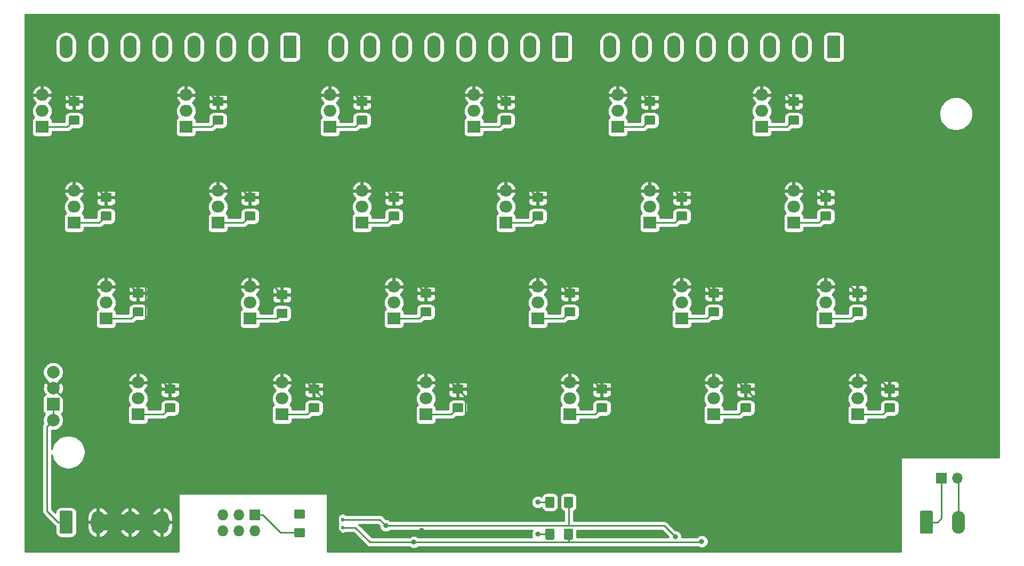
<source format=gbr>
G04 #@! TF.GenerationSoftware,KiCad,Pcbnew,(5.1.4)-1*
G04 #@! TF.CreationDate,2020-01-10T15:49:44+01:00*
G04 #@! TF.ProjectId,KRS-XL_DIM-24CVLED,4b52532d-584c-45f4-9449-4d2d32344356,V01.01*
G04 #@! TF.SameCoordinates,Original*
G04 #@! TF.FileFunction,Copper,L2,Bot*
G04 #@! TF.FilePolarity,Positive*
%FSLAX46Y46*%
G04 Gerber Fmt 4.6, Leading zero omitted, Abs format (unit mm)*
G04 Created by KiCad (PCBNEW (5.1.4)-1) date 2020-01-10 15:49:44*
%MOMM*%
%LPD*%
G04 APERTURE LIST*
%ADD10C,2.000000*%
%ADD11R,2.000000X2.000000*%
%ADD12C,0.100000*%
%ADD13C,1.425000*%
%ADD14O,1.727200X1.727200*%
%ADD15R,1.727200X1.727200*%
%ADD16O,2.000000X1.905000*%
%ADD17R,2.000000X1.905000*%
%ADD18C,2.080000*%
%ADD19O,2.080000X3.600000*%
%ADD20R,1.700000X1.700000*%
%ADD21O,1.700000X1.700000*%
%ADD22C,0.600000*%
%ADD23C,0.800000*%
%ADD24C,0.250000*%
%ADD25C,2.540000*%
%ADD26C,0.254000*%
G04 APERTURE END LIST*
D10*
X55100000Y-115210000D03*
X55100000Y-107590000D03*
X55100000Y-110130000D03*
D11*
X55100000Y-112670000D03*
D12*
G36*
X94883504Y-132396204D02*
G01*
X94907773Y-132399804D01*
X94931571Y-132405765D01*
X94954671Y-132414030D01*
X94976849Y-132424520D01*
X94997893Y-132437133D01*
X95017598Y-132451747D01*
X95035777Y-132468223D01*
X95052253Y-132486402D01*
X95066867Y-132506107D01*
X95079480Y-132527151D01*
X95089970Y-132549329D01*
X95098235Y-132572429D01*
X95104196Y-132596227D01*
X95107796Y-132620496D01*
X95109000Y-132645000D01*
X95109000Y-133570000D01*
X95107796Y-133594504D01*
X95104196Y-133618773D01*
X95098235Y-133642571D01*
X95089970Y-133665671D01*
X95079480Y-133687849D01*
X95066867Y-133708893D01*
X95052253Y-133728598D01*
X95035777Y-133746777D01*
X95017598Y-133763253D01*
X94997893Y-133777867D01*
X94976849Y-133790480D01*
X94954671Y-133800970D01*
X94931571Y-133809235D01*
X94907773Y-133815196D01*
X94883504Y-133818796D01*
X94859000Y-133820000D01*
X93609000Y-133820000D01*
X93584496Y-133818796D01*
X93560227Y-133815196D01*
X93536429Y-133809235D01*
X93513329Y-133800970D01*
X93491151Y-133790480D01*
X93470107Y-133777867D01*
X93450402Y-133763253D01*
X93432223Y-133746777D01*
X93415747Y-133728598D01*
X93401133Y-133708893D01*
X93388520Y-133687849D01*
X93378030Y-133665671D01*
X93369765Y-133642571D01*
X93363804Y-133618773D01*
X93360204Y-133594504D01*
X93359000Y-133570000D01*
X93359000Y-132645000D01*
X93360204Y-132620496D01*
X93363804Y-132596227D01*
X93369765Y-132572429D01*
X93378030Y-132549329D01*
X93388520Y-132527151D01*
X93401133Y-132506107D01*
X93415747Y-132486402D01*
X93432223Y-132468223D01*
X93450402Y-132451747D01*
X93470107Y-132437133D01*
X93491151Y-132424520D01*
X93513329Y-132414030D01*
X93536429Y-132405765D01*
X93560227Y-132399804D01*
X93584496Y-132396204D01*
X93609000Y-132395000D01*
X94859000Y-132395000D01*
X94883504Y-132396204D01*
X94883504Y-132396204D01*
G37*
D13*
X94234000Y-133107500D03*
D12*
G36*
X94883504Y-129421204D02*
G01*
X94907773Y-129424804D01*
X94931571Y-129430765D01*
X94954671Y-129439030D01*
X94976849Y-129449520D01*
X94997893Y-129462133D01*
X95017598Y-129476747D01*
X95035777Y-129493223D01*
X95052253Y-129511402D01*
X95066867Y-129531107D01*
X95079480Y-129552151D01*
X95089970Y-129574329D01*
X95098235Y-129597429D01*
X95104196Y-129621227D01*
X95107796Y-129645496D01*
X95109000Y-129670000D01*
X95109000Y-130595000D01*
X95107796Y-130619504D01*
X95104196Y-130643773D01*
X95098235Y-130667571D01*
X95089970Y-130690671D01*
X95079480Y-130712849D01*
X95066867Y-130733893D01*
X95052253Y-130753598D01*
X95035777Y-130771777D01*
X95017598Y-130788253D01*
X94997893Y-130802867D01*
X94976849Y-130815480D01*
X94954671Y-130825970D01*
X94931571Y-130834235D01*
X94907773Y-130840196D01*
X94883504Y-130843796D01*
X94859000Y-130845000D01*
X93609000Y-130845000D01*
X93584496Y-130843796D01*
X93560227Y-130840196D01*
X93536429Y-130834235D01*
X93513329Y-130825970D01*
X93491151Y-130815480D01*
X93470107Y-130802867D01*
X93450402Y-130788253D01*
X93432223Y-130771777D01*
X93415747Y-130753598D01*
X93401133Y-130733893D01*
X93388520Y-130712849D01*
X93378030Y-130690671D01*
X93369765Y-130667571D01*
X93363804Y-130643773D01*
X93360204Y-130619504D01*
X93359000Y-130595000D01*
X93359000Y-129670000D01*
X93360204Y-129645496D01*
X93363804Y-129621227D01*
X93369765Y-129597429D01*
X93378030Y-129574329D01*
X93388520Y-129552151D01*
X93401133Y-129531107D01*
X93415747Y-129511402D01*
X93432223Y-129493223D01*
X93450402Y-129476747D01*
X93470107Y-129462133D01*
X93491151Y-129449520D01*
X93513329Y-129439030D01*
X93536429Y-129430765D01*
X93560227Y-129424804D01*
X93584496Y-129421204D01*
X93609000Y-129420000D01*
X94859000Y-129420000D01*
X94883504Y-129421204D01*
X94883504Y-129421204D01*
G37*
D13*
X94234000Y-130132500D03*
D14*
X82042000Y-132840000D03*
X82042000Y-130300000D03*
X84582000Y-132840000D03*
X84582000Y-130300000D03*
X87122000Y-132840000D03*
D15*
X87122000Y-130300000D03*
D16*
X114300000Y-109220000D03*
X114300000Y-111760000D03*
D17*
X114300000Y-114300000D03*
D16*
X182880000Y-109220000D03*
X182880000Y-111760000D03*
D17*
X182880000Y-114300000D03*
D16*
X177800000Y-93980000D03*
X177800000Y-96520000D03*
D17*
X177800000Y-99060000D03*
D16*
X172720000Y-78740000D03*
X172720000Y-81280000D03*
D17*
X172720000Y-83820000D03*
D16*
X167640000Y-63500000D03*
X167640000Y-66040000D03*
D17*
X167640000Y-68580000D03*
D16*
X160020000Y-109220000D03*
X160020000Y-111760000D03*
D17*
X160020000Y-114300000D03*
D16*
X154940000Y-93980000D03*
X154940000Y-96520000D03*
D17*
X154940000Y-99060000D03*
D16*
X149860000Y-78740000D03*
X149860000Y-81280000D03*
D17*
X149860000Y-83820000D03*
D16*
X144780000Y-63500000D03*
X144780000Y-66040000D03*
D17*
X144780000Y-68580000D03*
D16*
X137160000Y-109220000D03*
X137160000Y-111760000D03*
D17*
X137160000Y-114300000D03*
D16*
X132080000Y-93980000D03*
X132080000Y-96520000D03*
D17*
X132080000Y-99060000D03*
D16*
X127000000Y-78740000D03*
X127000000Y-81280000D03*
D17*
X127000000Y-83820000D03*
D16*
X121920000Y-63500000D03*
X121920000Y-66040000D03*
D17*
X121920000Y-68580000D03*
D16*
X109220000Y-93980000D03*
X109220000Y-96520000D03*
D17*
X109220000Y-99060000D03*
D16*
X104140000Y-78740000D03*
X104140000Y-81280000D03*
D17*
X104140000Y-83820000D03*
D16*
X99060000Y-63500000D03*
X99060000Y-66040000D03*
D17*
X99060000Y-68580000D03*
D16*
X91440000Y-109220000D03*
X91440000Y-111760000D03*
D17*
X91440000Y-114300000D03*
D16*
X86360000Y-93980000D03*
X86360000Y-96520000D03*
D17*
X86360000Y-99060000D03*
D16*
X81280000Y-78740000D03*
X81280000Y-81280000D03*
D17*
X81280000Y-83820000D03*
D16*
X76200000Y-63500000D03*
X76200000Y-66040000D03*
D17*
X76200000Y-68580000D03*
D16*
X68580000Y-109220000D03*
X68580000Y-111760000D03*
D17*
X68580000Y-114300000D03*
D16*
X63500000Y-93980000D03*
X63500000Y-96520000D03*
D17*
X63500000Y-99060000D03*
D16*
X58420000Y-78740000D03*
X58420000Y-81280000D03*
D17*
X58420000Y-83820000D03*
D16*
X53340000Y-63500000D03*
X53340000Y-66040000D03*
D17*
X53340000Y-68580000D03*
D12*
G36*
X194616505Y-129646204D02*
G01*
X194640773Y-129649804D01*
X194664572Y-129655765D01*
X194687671Y-129664030D01*
X194709850Y-129674520D01*
X194730893Y-129687132D01*
X194750599Y-129701747D01*
X194768777Y-129718223D01*
X194785253Y-129736401D01*
X194799868Y-129756107D01*
X194812480Y-129777150D01*
X194822970Y-129799329D01*
X194831235Y-129822428D01*
X194837196Y-129846227D01*
X194840796Y-129870495D01*
X194842000Y-129894999D01*
X194842000Y-132995001D01*
X194840796Y-133019505D01*
X194837196Y-133043773D01*
X194831235Y-133067572D01*
X194822970Y-133090671D01*
X194812480Y-133112850D01*
X194799868Y-133133893D01*
X194785253Y-133153599D01*
X194768777Y-133171777D01*
X194750599Y-133188253D01*
X194730893Y-133202868D01*
X194709850Y-133215480D01*
X194687671Y-133225970D01*
X194664572Y-133234235D01*
X194640773Y-133240196D01*
X194616505Y-133243796D01*
X194592001Y-133245000D01*
X193011999Y-133245000D01*
X192987495Y-133243796D01*
X192963227Y-133240196D01*
X192939428Y-133234235D01*
X192916329Y-133225970D01*
X192894150Y-133215480D01*
X192873107Y-133202868D01*
X192853401Y-133188253D01*
X192835223Y-133171777D01*
X192818747Y-133153599D01*
X192804132Y-133133893D01*
X192791520Y-133112850D01*
X192781030Y-133090671D01*
X192772765Y-133067572D01*
X192766804Y-133043773D01*
X192763204Y-133019505D01*
X192762000Y-132995001D01*
X192762000Y-129894999D01*
X192763204Y-129870495D01*
X192766804Y-129846227D01*
X192772765Y-129822428D01*
X192781030Y-129799329D01*
X192791520Y-129777150D01*
X192804132Y-129756107D01*
X192818747Y-129736401D01*
X192835223Y-129718223D01*
X192853401Y-129701747D01*
X192873107Y-129687132D01*
X192894150Y-129674520D01*
X192916329Y-129664030D01*
X192939428Y-129655765D01*
X192963227Y-129649804D01*
X192987495Y-129646204D01*
X193011999Y-129645000D01*
X194592001Y-129645000D01*
X194616505Y-129646204D01*
X194616505Y-129646204D01*
G37*
D18*
X193802000Y-131445000D03*
D19*
X198882000Y-131445000D03*
D12*
G36*
X93524505Y-54081204D02*
G01*
X93548773Y-54084804D01*
X93572572Y-54090765D01*
X93595671Y-54099030D01*
X93617850Y-54109520D01*
X93638893Y-54122132D01*
X93658599Y-54136747D01*
X93676777Y-54153223D01*
X93693253Y-54171401D01*
X93707868Y-54191107D01*
X93720480Y-54212150D01*
X93730970Y-54234329D01*
X93739235Y-54257428D01*
X93745196Y-54281227D01*
X93748796Y-54305495D01*
X93750000Y-54329999D01*
X93750000Y-57430001D01*
X93748796Y-57454505D01*
X93745196Y-57478773D01*
X93739235Y-57502572D01*
X93730970Y-57525671D01*
X93720480Y-57547850D01*
X93707868Y-57568893D01*
X93693253Y-57588599D01*
X93676777Y-57606777D01*
X93658599Y-57623253D01*
X93638893Y-57637868D01*
X93617850Y-57650480D01*
X93595671Y-57660970D01*
X93572572Y-57669235D01*
X93548773Y-57675196D01*
X93524505Y-57678796D01*
X93500001Y-57680000D01*
X91919999Y-57680000D01*
X91895495Y-57678796D01*
X91871227Y-57675196D01*
X91847428Y-57669235D01*
X91824329Y-57660970D01*
X91802150Y-57650480D01*
X91781107Y-57637868D01*
X91761401Y-57623253D01*
X91743223Y-57606777D01*
X91726747Y-57588599D01*
X91712132Y-57568893D01*
X91699520Y-57547850D01*
X91689030Y-57525671D01*
X91680765Y-57502572D01*
X91674804Y-57478773D01*
X91671204Y-57454505D01*
X91670000Y-57430001D01*
X91670000Y-54329999D01*
X91671204Y-54305495D01*
X91674804Y-54281227D01*
X91680765Y-54257428D01*
X91689030Y-54234329D01*
X91699520Y-54212150D01*
X91712132Y-54191107D01*
X91726747Y-54171401D01*
X91743223Y-54153223D01*
X91761401Y-54136747D01*
X91781107Y-54122132D01*
X91802150Y-54109520D01*
X91824329Y-54099030D01*
X91847428Y-54090765D01*
X91871227Y-54084804D01*
X91895495Y-54081204D01*
X91919999Y-54080000D01*
X93500001Y-54080000D01*
X93524505Y-54081204D01*
X93524505Y-54081204D01*
G37*
D18*
X92710000Y-55880000D03*
D19*
X87630000Y-55880000D03*
X82550000Y-55880000D03*
X77470000Y-55880000D03*
X72390000Y-55880000D03*
X67310000Y-55880000D03*
X62230000Y-55880000D03*
X57150000Y-55880000D03*
X100330000Y-55880000D03*
X105410000Y-55880000D03*
X110490000Y-55880000D03*
X115570000Y-55880000D03*
X120650000Y-55880000D03*
X125730000Y-55880000D03*
X130810000Y-55880000D03*
D12*
G36*
X136704505Y-54081204D02*
G01*
X136728773Y-54084804D01*
X136752572Y-54090765D01*
X136775671Y-54099030D01*
X136797850Y-54109520D01*
X136818893Y-54122132D01*
X136838599Y-54136747D01*
X136856777Y-54153223D01*
X136873253Y-54171401D01*
X136887868Y-54191107D01*
X136900480Y-54212150D01*
X136910970Y-54234329D01*
X136919235Y-54257428D01*
X136925196Y-54281227D01*
X136928796Y-54305495D01*
X136930000Y-54329999D01*
X136930000Y-57430001D01*
X136928796Y-57454505D01*
X136925196Y-57478773D01*
X136919235Y-57502572D01*
X136910970Y-57525671D01*
X136900480Y-57547850D01*
X136887868Y-57568893D01*
X136873253Y-57588599D01*
X136856777Y-57606777D01*
X136838599Y-57623253D01*
X136818893Y-57637868D01*
X136797850Y-57650480D01*
X136775671Y-57660970D01*
X136752572Y-57669235D01*
X136728773Y-57675196D01*
X136704505Y-57678796D01*
X136680001Y-57680000D01*
X135099999Y-57680000D01*
X135075495Y-57678796D01*
X135051227Y-57675196D01*
X135027428Y-57669235D01*
X135004329Y-57660970D01*
X134982150Y-57650480D01*
X134961107Y-57637868D01*
X134941401Y-57623253D01*
X134923223Y-57606777D01*
X134906747Y-57588599D01*
X134892132Y-57568893D01*
X134879520Y-57547850D01*
X134869030Y-57525671D01*
X134860765Y-57502572D01*
X134854804Y-57478773D01*
X134851204Y-57454505D01*
X134850000Y-57430001D01*
X134850000Y-54329999D01*
X134851204Y-54305495D01*
X134854804Y-54281227D01*
X134860765Y-54257428D01*
X134869030Y-54234329D01*
X134879520Y-54212150D01*
X134892132Y-54191107D01*
X134906747Y-54171401D01*
X134923223Y-54153223D01*
X134941401Y-54136747D01*
X134961107Y-54122132D01*
X134982150Y-54109520D01*
X135004329Y-54099030D01*
X135027428Y-54090765D01*
X135051227Y-54084804D01*
X135075495Y-54081204D01*
X135099999Y-54080000D01*
X136680001Y-54080000D01*
X136704505Y-54081204D01*
X136704505Y-54081204D01*
G37*
D18*
X135890000Y-55880000D03*
D12*
G36*
X179884505Y-54081204D02*
G01*
X179908773Y-54084804D01*
X179932572Y-54090765D01*
X179955671Y-54099030D01*
X179977850Y-54109520D01*
X179998893Y-54122132D01*
X180018599Y-54136747D01*
X180036777Y-54153223D01*
X180053253Y-54171401D01*
X180067868Y-54191107D01*
X180080480Y-54212150D01*
X180090970Y-54234329D01*
X180099235Y-54257428D01*
X180105196Y-54281227D01*
X180108796Y-54305495D01*
X180110000Y-54329999D01*
X180110000Y-57430001D01*
X180108796Y-57454505D01*
X180105196Y-57478773D01*
X180099235Y-57502572D01*
X180090970Y-57525671D01*
X180080480Y-57547850D01*
X180067868Y-57568893D01*
X180053253Y-57588599D01*
X180036777Y-57606777D01*
X180018599Y-57623253D01*
X179998893Y-57637868D01*
X179977850Y-57650480D01*
X179955671Y-57660970D01*
X179932572Y-57669235D01*
X179908773Y-57675196D01*
X179884505Y-57678796D01*
X179860001Y-57680000D01*
X178279999Y-57680000D01*
X178255495Y-57678796D01*
X178231227Y-57675196D01*
X178207428Y-57669235D01*
X178184329Y-57660970D01*
X178162150Y-57650480D01*
X178141107Y-57637868D01*
X178121401Y-57623253D01*
X178103223Y-57606777D01*
X178086747Y-57588599D01*
X178072132Y-57568893D01*
X178059520Y-57547850D01*
X178049030Y-57525671D01*
X178040765Y-57502572D01*
X178034804Y-57478773D01*
X178031204Y-57454505D01*
X178030000Y-57430001D01*
X178030000Y-54329999D01*
X178031204Y-54305495D01*
X178034804Y-54281227D01*
X178040765Y-54257428D01*
X178049030Y-54234329D01*
X178059520Y-54212150D01*
X178072132Y-54191107D01*
X178086747Y-54171401D01*
X178103223Y-54153223D01*
X178121401Y-54136747D01*
X178141107Y-54122132D01*
X178162150Y-54109520D01*
X178184329Y-54099030D01*
X178207428Y-54090765D01*
X178231227Y-54084804D01*
X178255495Y-54081204D01*
X178279999Y-54080000D01*
X179860001Y-54080000D01*
X179884505Y-54081204D01*
X179884505Y-54081204D01*
G37*
D18*
X179070000Y-55880000D03*
D19*
X173990000Y-55880000D03*
X168910000Y-55880000D03*
X163830000Y-55880000D03*
X158750000Y-55880000D03*
X153670000Y-55880000D03*
X148590000Y-55880000D03*
X143510000Y-55880000D03*
D12*
G36*
X57964505Y-129646204D02*
G01*
X57988773Y-129649804D01*
X58012572Y-129655765D01*
X58035671Y-129664030D01*
X58057850Y-129674520D01*
X58078893Y-129687132D01*
X58098599Y-129701747D01*
X58116777Y-129718223D01*
X58133253Y-129736401D01*
X58147868Y-129756107D01*
X58160480Y-129777150D01*
X58170970Y-129799329D01*
X58179235Y-129822428D01*
X58185196Y-129846227D01*
X58188796Y-129870495D01*
X58190000Y-129894999D01*
X58190000Y-132995001D01*
X58188796Y-133019505D01*
X58185196Y-133043773D01*
X58179235Y-133067572D01*
X58170970Y-133090671D01*
X58160480Y-133112850D01*
X58147868Y-133133893D01*
X58133253Y-133153599D01*
X58116777Y-133171777D01*
X58098599Y-133188253D01*
X58078893Y-133202868D01*
X58057850Y-133215480D01*
X58035671Y-133225970D01*
X58012572Y-133234235D01*
X57988773Y-133240196D01*
X57964505Y-133243796D01*
X57940001Y-133245000D01*
X56359999Y-133245000D01*
X56335495Y-133243796D01*
X56311227Y-133240196D01*
X56287428Y-133234235D01*
X56264329Y-133225970D01*
X56242150Y-133215480D01*
X56221107Y-133202868D01*
X56201401Y-133188253D01*
X56183223Y-133171777D01*
X56166747Y-133153599D01*
X56152132Y-133133893D01*
X56139520Y-133112850D01*
X56129030Y-133090671D01*
X56120765Y-133067572D01*
X56114804Y-133043773D01*
X56111204Y-133019505D01*
X56110000Y-132995001D01*
X56110000Y-129894999D01*
X56111204Y-129870495D01*
X56114804Y-129846227D01*
X56120765Y-129822428D01*
X56129030Y-129799329D01*
X56139520Y-129777150D01*
X56152132Y-129756107D01*
X56166747Y-129736401D01*
X56183223Y-129718223D01*
X56201401Y-129701747D01*
X56221107Y-129687132D01*
X56242150Y-129674520D01*
X56264329Y-129664030D01*
X56287428Y-129655765D01*
X56311227Y-129649804D01*
X56335495Y-129646204D01*
X56359999Y-129645000D01*
X57940001Y-129645000D01*
X57964505Y-129646204D01*
X57964505Y-129646204D01*
G37*
D18*
X57150000Y-131445000D03*
D19*
X62230000Y-131445000D03*
X67310000Y-131445000D03*
X72390000Y-131445000D03*
D20*
X196215000Y-124460000D03*
D21*
X198755000Y-124460000D03*
D12*
G36*
X134472004Y-127396204D02*
G01*
X134496273Y-127399804D01*
X134520071Y-127405765D01*
X134543171Y-127414030D01*
X134565349Y-127424520D01*
X134586393Y-127437133D01*
X134606098Y-127451747D01*
X134624277Y-127468223D01*
X134640753Y-127486402D01*
X134655367Y-127506107D01*
X134667980Y-127527151D01*
X134678470Y-127549329D01*
X134686735Y-127572429D01*
X134692696Y-127596227D01*
X134696296Y-127620496D01*
X134697500Y-127645000D01*
X134697500Y-128895000D01*
X134696296Y-128919504D01*
X134692696Y-128943773D01*
X134686735Y-128967571D01*
X134678470Y-128990671D01*
X134667980Y-129012849D01*
X134655367Y-129033893D01*
X134640753Y-129053598D01*
X134624277Y-129071777D01*
X134606098Y-129088253D01*
X134586393Y-129102867D01*
X134565349Y-129115480D01*
X134543171Y-129125970D01*
X134520071Y-129134235D01*
X134496273Y-129140196D01*
X134472004Y-129143796D01*
X134447500Y-129145000D01*
X133522500Y-129145000D01*
X133497996Y-129143796D01*
X133473727Y-129140196D01*
X133449929Y-129134235D01*
X133426829Y-129125970D01*
X133404651Y-129115480D01*
X133383607Y-129102867D01*
X133363902Y-129088253D01*
X133345723Y-129071777D01*
X133329247Y-129053598D01*
X133314633Y-129033893D01*
X133302020Y-129012849D01*
X133291530Y-128990671D01*
X133283265Y-128967571D01*
X133277304Y-128943773D01*
X133273704Y-128919504D01*
X133272500Y-128895000D01*
X133272500Y-127645000D01*
X133273704Y-127620496D01*
X133277304Y-127596227D01*
X133283265Y-127572429D01*
X133291530Y-127549329D01*
X133302020Y-127527151D01*
X133314633Y-127506107D01*
X133329247Y-127486402D01*
X133345723Y-127468223D01*
X133363902Y-127451747D01*
X133383607Y-127437133D01*
X133404651Y-127424520D01*
X133426829Y-127414030D01*
X133449929Y-127405765D01*
X133473727Y-127399804D01*
X133497996Y-127396204D01*
X133522500Y-127395000D01*
X134447500Y-127395000D01*
X134472004Y-127396204D01*
X134472004Y-127396204D01*
G37*
D13*
X133985000Y-128270000D03*
D12*
G36*
X137447004Y-127396204D02*
G01*
X137471273Y-127399804D01*
X137495071Y-127405765D01*
X137518171Y-127414030D01*
X137540349Y-127424520D01*
X137561393Y-127437133D01*
X137581098Y-127451747D01*
X137599277Y-127468223D01*
X137615753Y-127486402D01*
X137630367Y-127506107D01*
X137642980Y-127527151D01*
X137653470Y-127549329D01*
X137661735Y-127572429D01*
X137667696Y-127596227D01*
X137671296Y-127620496D01*
X137672500Y-127645000D01*
X137672500Y-128895000D01*
X137671296Y-128919504D01*
X137667696Y-128943773D01*
X137661735Y-128967571D01*
X137653470Y-128990671D01*
X137642980Y-129012849D01*
X137630367Y-129033893D01*
X137615753Y-129053598D01*
X137599277Y-129071777D01*
X137581098Y-129088253D01*
X137561393Y-129102867D01*
X137540349Y-129115480D01*
X137518171Y-129125970D01*
X137495071Y-129134235D01*
X137471273Y-129140196D01*
X137447004Y-129143796D01*
X137422500Y-129145000D01*
X136497500Y-129145000D01*
X136472996Y-129143796D01*
X136448727Y-129140196D01*
X136424929Y-129134235D01*
X136401829Y-129125970D01*
X136379651Y-129115480D01*
X136358607Y-129102867D01*
X136338902Y-129088253D01*
X136320723Y-129071777D01*
X136304247Y-129053598D01*
X136289633Y-129033893D01*
X136277020Y-129012849D01*
X136266530Y-128990671D01*
X136258265Y-128967571D01*
X136252304Y-128943773D01*
X136248704Y-128919504D01*
X136247500Y-128895000D01*
X136247500Y-127645000D01*
X136248704Y-127620496D01*
X136252304Y-127596227D01*
X136258265Y-127572429D01*
X136266530Y-127549329D01*
X136277020Y-127527151D01*
X136289633Y-127506107D01*
X136304247Y-127486402D01*
X136320723Y-127468223D01*
X136338902Y-127451747D01*
X136358607Y-127437133D01*
X136379651Y-127424520D01*
X136401829Y-127414030D01*
X136424929Y-127405765D01*
X136448727Y-127399804D01*
X136472996Y-127396204D01*
X136497500Y-127395000D01*
X137422500Y-127395000D01*
X137447004Y-127396204D01*
X137447004Y-127396204D01*
G37*
D13*
X136960000Y-128270000D03*
D12*
G36*
X134472004Y-132476204D02*
G01*
X134496273Y-132479804D01*
X134520071Y-132485765D01*
X134543171Y-132494030D01*
X134565349Y-132504520D01*
X134586393Y-132517133D01*
X134606098Y-132531747D01*
X134624277Y-132548223D01*
X134640753Y-132566402D01*
X134655367Y-132586107D01*
X134667980Y-132607151D01*
X134678470Y-132629329D01*
X134686735Y-132652429D01*
X134692696Y-132676227D01*
X134696296Y-132700496D01*
X134697500Y-132725000D01*
X134697500Y-133975000D01*
X134696296Y-133999504D01*
X134692696Y-134023773D01*
X134686735Y-134047571D01*
X134678470Y-134070671D01*
X134667980Y-134092849D01*
X134655367Y-134113893D01*
X134640753Y-134133598D01*
X134624277Y-134151777D01*
X134606098Y-134168253D01*
X134586393Y-134182867D01*
X134565349Y-134195480D01*
X134543171Y-134205970D01*
X134520071Y-134214235D01*
X134496273Y-134220196D01*
X134472004Y-134223796D01*
X134447500Y-134225000D01*
X133522500Y-134225000D01*
X133497996Y-134223796D01*
X133473727Y-134220196D01*
X133449929Y-134214235D01*
X133426829Y-134205970D01*
X133404651Y-134195480D01*
X133383607Y-134182867D01*
X133363902Y-134168253D01*
X133345723Y-134151777D01*
X133329247Y-134133598D01*
X133314633Y-134113893D01*
X133302020Y-134092849D01*
X133291530Y-134070671D01*
X133283265Y-134047571D01*
X133277304Y-134023773D01*
X133273704Y-133999504D01*
X133272500Y-133975000D01*
X133272500Y-132725000D01*
X133273704Y-132700496D01*
X133277304Y-132676227D01*
X133283265Y-132652429D01*
X133291530Y-132629329D01*
X133302020Y-132607151D01*
X133314633Y-132586107D01*
X133329247Y-132566402D01*
X133345723Y-132548223D01*
X133363902Y-132531747D01*
X133383607Y-132517133D01*
X133404651Y-132504520D01*
X133426829Y-132494030D01*
X133449929Y-132485765D01*
X133473727Y-132479804D01*
X133497996Y-132476204D01*
X133522500Y-132475000D01*
X134447500Y-132475000D01*
X134472004Y-132476204D01*
X134472004Y-132476204D01*
G37*
D13*
X133985000Y-133350000D03*
D12*
G36*
X137447004Y-132476204D02*
G01*
X137471273Y-132479804D01*
X137495071Y-132485765D01*
X137518171Y-132494030D01*
X137540349Y-132504520D01*
X137561393Y-132517133D01*
X137581098Y-132531747D01*
X137599277Y-132548223D01*
X137615753Y-132566402D01*
X137630367Y-132586107D01*
X137642980Y-132607151D01*
X137653470Y-132629329D01*
X137661735Y-132652429D01*
X137667696Y-132676227D01*
X137671296Y-132700496D01*
X137672500Y-132725000D01*
X137672500Y-133975000D01*
X137671296Y-133999504D01*
X137667696Y-134023773D01*
X137661735Y-134047571D01*
X137653470Y-134070671D01*
X137642980Y-134092849D01*
X137630367Y-134113893D01*
X137615753Y-134133598D01*
X137599277Y-134151777D01*
X137581098Y-134168253D01*
X137561393Y-134182867D01*
X137540349Y-134195480D01*
X137518171Y-134205970D01*
X137495071Y-134214235D01*
X137471273Y-134220196D01*
X137447004Y-134223796D01*
X137422500Y-134225000D01*
X136497500Y-134225000D01*
X136472996Y-134223796D01*
X136448727Y-134220196D01*
X136424929Y-134214235D01*
X136401829Y-134205970D01*
X136379651Y-134195480D01*
X136358607Y-134182867D01*
X136338902Y-134168253D01*
X136320723Y-134151777D01*
X136304247Y-134133598D01*
X136289633Y-134113893D01*
X136277020Y-134092849D01*
X136266530Y-134070671D01*
X136258265Y-134047571D01*
X136252304Y-134023773D01*
X136248704Y-133999504D01*
X136247500Y-133975000D01*
X136247500Y-132725000D01*
X136248704Y-132700496D01*
X136252304Y-132676227D01*
X136258265Y-132652429D01*
X136266530Y-132629329D01*
X136277020Y-132607151D01*
X136289633Y-132586107D01*
X136304247Y-132566402D01*
X136320723Y-132548223D01*
X136338902Y-132531747D01*
X136358607Y-132517133D01*
X136379651Y-132504520D01*
X136401829Y-132494030D01*
X136424929Y-132485765D01*
X136448727Y-132479804D01*
X136472996Y-132476204D01*
X136497500Y-132475000D01*
X137422500Y-132475000D01*
X137447004Y-132476204D01*
X137447004Y-132476204D01*
G37*
D13*
X136960000Y-133350000D03*
D12*
G36*
X59069504Y-63841204D02*
G01*
X59093773Y-63844804D01*
X59117571Y-63850765D01*
X59140671Y-63859030D01*
X59162849Y-63869520D01*
X59183893Y-63882133D01*
X59203598Y-63896747D01*
X59221777Y-63913223D01*
X59238253Y-63931402D01*
X59252867Y-63951107D01*
X59265480Y-63972151D01*
X59275970Y-63994329D01*
X59284235Y-64017429D01*
X59290196Y-64041227D01*
X59293796Y-64065496D01*
X59295000Y-64090000D01*
X59295000Y-65015000D01*
X59293796Y-65039504D01*
X59290196Y-65063773D01*
X59284235Y-65087571D01*
X59275970Y-65110671D01*
X59265480Y-65132849D01*
X59252867Y-65153893D01*
X59238253Y-65173598D01*
X59221777Y-65191777D01*
X59203598Y-65208253D01*
X59183893Y-65222867D01*
X59162849Y-65235480D01*
X59140671Y-65245970D01*
X59117571Y-65254235D01*
X59093773Y-65260196D01*
X59069504Y-65263796D01*
X59045000Y-65265000D01*
X57795000Y-65265000D01*
X57770496Y-65263796D01*
X57746227Y-65260196D01*
X57722429Y-65254235D01*
X57699329Y-65245970D01*
X57677151Y-65235480D01*
X57656107Y-65222867D01*
X57636402Y-65208253D01*
X57618223Y-65191777D01*
X57601747Y-65173598D01*
X57587133Y-65153893D01*
X57574520Y-65132849D01*
X57564030Y-65110671D01*
X57555765Y-65087571D01*
X57549804Y-65063773D01*
X57546204Y-65039504D01*
X57545000Y-65015000D01*
X57545000Y-64090000D01*
X57546204Y-64065496D01*
X57549804Y-64041227D01*
X57555765Y-64017429D01*
X57564030Y-63994329D01*
X57574520Y-63972151D01*
X57587133Y-63951107D01*
X57601747Y-63931402D01*
X57618223Y-63913223D01*
X57636402Y-63896747D01*
X57656107Y-63882133D01*
X57677151Y-63869520D01*
X57699329Y-63859030D01*
X57722429Y-63850765D01*
X57746227Y-63844804D01*
X57770496Y-63841204D01*
X57795000Y-63840000D01*
X59045000Y-63840000D01*
X59069504Y-63841204D01*
X59069504Y-63841204D01*
G37*
D13*
X58420000Y-64552500D03*
D12*
G36*
X59069504Y-66816204D02*
G01*
X59093773Y-66819804D01*
X59117571Y-66825765D01*
X59140671Y-66834030D01*
X59162849Y-66844520D01*
X59183893Y-66857133D01*
X59203598Y-66871747D01*
X59221777Y-66888223D01*
X59238253Y-66906402D01*
X59252867Y-66926107D01*
X59265480Y-66947151D01*
X59275970Y-66969329D01*
X59284235Y-66992429D01*
X59290196Y-67016227D01*
X59293796Y-67040496D01*
X59295000Y-67065000D01*
X59295000Y-67990000D01*
X59293796Y-68014504D01*
X59290196Y-68038773D01*
X59284235Y-68062571D01*
X59275970Y-68085671D01*
X59265480Y-68107849D01*
X59252867Y-68128893D01*
X59238253Y-68148598D01*
X59221777Y-68166777D01*
X59203598Y-68183253D01*
X59183893Y-68197867D01*
X59162849Y-68210480D01*
X59140671Y-68220970D01*
X59117571Y-68229235D01*
X59093773Y-68235196D01*
X59069504Y-68238796D01*
X59045000Y-68240000D01*
X57795000Y-68240000D01*
X57770496Y-68238796D01*
X57746227Y-68235196D01*
X57722429Y-68229235D01*
X57699329Y-68220970D01*
X57677151Y-68210480D01*
X57656107Y-68197867D01*
X57636402Y-68183253D01*
X57618223Y-68166777D01*
X57601747Y-68148598D01*
X57587133Y-68128893D01*
X57574520Y-68107849D01*
X57564030Y-68085671D01*
X57555765Y-68062571D01*
X57549804Y-68038773D01*
X57546204Y-68014504D01*
X57545000Y-67990000D01*
X57545000Y-67065000D01*
X57546204Y-67040496D01*
X57549804Y-67016227D01*
X57555765Y-66992429D01*
X57564030Y-66969329D01*
X57574520Y-66947151D01*
X57587133Y-66926107D01*
X57601747Y-66906402D01*
X57618223Y-66888223D01*
X57636402Y-66871747D01*
X57656107Y-66857133D01*
X57677151Y-66844520D01*
X57699329Y-66834030D01*
X57722429Y-66825765D01*
X57746227Y-66819804D01*
X57770496Y-66816204D01*
X57795000Y-66815000D01*
X59045000Y-66815000D01*
X59069504Y-66816204D01*
X59069504Y-66816204D01*
G37*
D13*
X58420000Y-67527500D03*
D12*
G36*
X64149504Y-82056204D02*
G01*
X64173773Y-82059804D01*
X64197571Y-82065765D01*
X64220671Y-82074030D01*
X64242849Y-82084520D01*
X64263893Y-82097133D01*
X64283598Y-82111747D01*
X64301777Y-82128223D01*
X64318253Y-82146402D01*
X64332867Y-82166107D01*
X64345480Y-82187151D01*
X64355970Y-82209329D01*
X64364235Y-82232429D01*
X64370196Y-82256227D01*
X64373796Y-82280496D01*
X64375000Y-82305000D01*
X64375000Y-83230000D01*
X64373796Y-83254504D01*
X64370196Y-83278773D01*
X64364235Y-83302571D01*
X64355970Y-83325671D01*
X64345480Y-83347849D01*
X64332867Y-83368893D01*
X64318253Y-83388598D01*
X64301777Y-83406777D01*
X64283598Y-83423253D01*
X64263893Y-83437867D01*
X64242849Y-83450480D01*
X64220671Y-83460970D01*
X64197571Y-83469235D01*
X64173773Y-83475196D01*
X64149504Y-83478796D01*
X64125000Y-83480000D01*
X62875000Y-83480000D01*
X62850496Y-83478796D01*
X62826227Y-83475196D01*
X62802429Y-83469235D01*
X62779329Y-83460970D01*
X62757151Y-83450480D01*
X62736107Y-83437867D01*
X62716402Y-83423253D01*
X62698223Y-83406777D01*
X62681747Y-83388598D01*
X62667133Y-83368893D01*
X62654520Y-83347849D01*
X62644030Y-83325671D01*
X62635765Y-83302571D01*
X62629804Y-83278773D01*
X62626204Y-83254504D01*
X62625000Y-83230000D01*
X62625000Y-82305000D01*
X62626204Y-82280496D01*
X62629804Y-82256227D01*
X62635765Y-82232429D01*
X62644030Y-82209329D01*
X62654520Y-82187151D01*
X62667133Y-82166107D01*
X62681747Y-82146402D01*
X62698223Y-82128223D01*
X62716402Y-82111747D01*
X62736107Y-82097133D01*
X62757151Y-82084520D01*
X62779329Y-82074030D01*
X62802429Y-82065765D01*
X62826227Y-82059804D01*
X62850496Y-82056204D01*
X62875000Y-82055000D01*
X64125000Y-82055000D01*
X64149504Y-82056204D01*
X64149504Y-82056204D01*
G37*
D13*
X63500000Y-82767500D03*
D12*
G36*
X64149504Y-79081204D02*
G01*
X64173773Y-79084804D01*
X64197571Y-79090765D01*
X64220671Y-79099030D01*
X64242849Y-79109520D01*
X64263893Y-79122133D01*
X64283598Y-79136747D01*
X64301777Y-79153223D01*
X64318253Y-79171402D01*
X64332867Y-79191107D01*
X64345480Y-79212151D01*
X64355970Y-79234329D01*
X64364235Y-79257429D01*
X64370196Y-79281227D01*
X64373796Y-79305496D01*
X64375000Y-79330000D01*
X64375000Y-80255000D01*
X64373796Y-80279504D01*
X64370196Y-80303773D01*
X64364235Y-80327571D01*
X64355970Y-80350671D01*
X64345480Y-80372849D01*
X64332867Y-80393893D01*
X64318253Y-80413598D01*
X64301777Y-80431777D01*
X64283598Y-80448253D01*
X64263893Y-80462867D01*
X64242849Y-80475480D01*
X64220671Y-80485970D01*
X64197571Y-80494235D01*
X64173773Y-80500196D01*
X64149504Y-80503796D01*
X64125000Y-80505000D01*
X62875000Y-80505000D01*
X62850496Y-80503796D01*
X62826227Y-80500196D01*
X62802429Y-80494235D01*
X62779329Y-80485970D01*
X62757151Y-80475480D01*
X62736107Y-80462867D01*
X62716402Y-80448253D01*
X62698223Y-80431777D01*
X62681747Y-80413598D01*
X62667133Y-80393893D01*
X62654520Y-80372849D01*
X62644030Y-80350671D01*
X62635765Y-80327571D01*
X62629804Y-80303773D01*
X62626204Y-80279504D01*
X62625000Y-80255000D01*
X62625000Y-79330000D01*
X62626204Y-79305496D01*
X62629804Y-79281227D01*
X62635765Y-79257429D01*
X62644030Y-79234329D01*
X62654520Y-79212151D01*
X62667133Y-79191107D01*
X62681747Y-79171402D01*
X62698223Y-79153223D01*
X62716402Y-79136747D01*
X62736107Y-79122133D01*
X62757151Y-79109520D01*
X62779329Y-79099030D01*
X62802429Y-79090765D01*
X62826227Y-79084804D01*
X62850496Y-79081204D01*
X62875000Y-79080000D01*
X64125000Y-79080000D01*
X64149504Y-79081204D01*
X64149504Y-79081204D01*
G37*
D13*
X63500000Y-79792500D03*
D12*
G36*
X69229504Y-94321204D02*
G01*
X69253773Y-94324804D01*
X69277571Y-94330765D01*
X69300671Y-94339030D01*
X69322849Y-94349520D01*
X69343893Y-94362133D01*
X69363598Y-94376747D01*
X69381777Y-94393223D01*
X69398253Y-94411402D01*
X69412867Y-94431107D01*
X69425480Y-94452151D01*
X69435970Y-94474329D01*
X69444235Y-94497429D01*
X69450196Y-94521227D01*
X69453796Y-94545496D01*
X69455000Y-94570000D01*
X69455000Y-95495000D01*
X69453796Y-95519504D01*
X69450196Y-95543773D01*
X69444235Y-95567571D01*
X69435970Y-95590671D01*
X69425480Y-95612849D01*
X69412867Y-95633893D01*
X69398253Y-95653598D01*
X69381777Y-95671777D01*
X69363598Y-95688253D01*
X69343893Y-95702867D01*
X69322849Y-95715480D01*
X69300671Y-95725970D01*
X69277571Y-95734235D01*
X69253773Y-95740196D01*
X69229504Y-95743796D01*
X69205000Y-95745000D01*
X67955000Y-95745000D01*
X67930496Y-95743796D01*
X67906227Y-95740196D01*
X67882429Y-95734235D01*
X67859329Y-95725970D01*
X67837151Y-95715480D01*
X67816107Y-95702867D01*
X67796402Y-95688253D01*
X67778223Y-95671777D01*
X67761747Y-95653598D01*
X67747133Y-95633893D01*
X67734520Y-95612849D01*
X67724030Y-95590671D01*
X67715765Y-95567571D01*
X67709804Y-95543773D01*
X67706204Y-95519504D01*
X67705000Y-95495000D01*
X67705000Y-94570000D01*
X67706204Y-94545496D01*
X67709804Y-94521227D01*
X67715765Y-94497429D01*
X67724030Y-94474329D01*
X67734520Y-94452151D01*
X67747133Y-94431107D01*
X67761747Y-94411402D01*
X67778223Y-94393223D01*
X67796402Y-94376747D01*
X67816107Y-94362133D01*
X67837151Y-94349520D01*
X67859329Y-94339030D01*
X67882429Y-94330765D01*
X67906227Y-94324804D01*
X67930496Y-94321204D01*
X67955000Y-94320000D01*
X69205000Y-94320000D01*
X69229504Y-94321204D01*
X69229504Y-94321204D01*
G37*
D13*
X68580000Y-95032500D03*
D12*
G36*
X69229504Y-97296204D02*
G01*
X69253773Y-97299804D01*
X69277571Y-97305765D01*
X69300671Y-97314030D01*
X69322849Y-97324520D01*
X69343893Y-97337133D01*
X69363598Y-97351747D01*
X69381777Y-97368223D01*
X69398253Y-97386402D01*
X69412867Y-97406107D01*
X69425480Y-97427151D01*
X69435970Y-97449329D01*
X69444235Y-97472429D01*
X69450196Y-97496227D01*
X69453796Y-97520496D01*
X69455000Y-97545000D01*
X69455000Y-98470000D01*
X69453796Y-98494504D01*
X69450196Y-98518773D01*
X69444235Y-98542571D01*
X69435970Y-98565671D01*
X69425480Y-98587849D01*
X69412867Y-98608893D01*
X69398253Y-98628598D01*
X69381777Y-98646777D01*
X69363598Y-98663253D01*
X69343893Y-98677867D01*
X69322849Y-98690480D01*
X69300671Y-98700970D01*
X69277571Y-98709235D01*
X69253773Y-98715196D01*
X69229504Y-98718796D01*
X69205000Y-98720000D01*
X67955000Y-98720000D01*
X67930496Y-98718796D01*
X67906227Y-98715196D01*
X67882429Y-98709235D01*
X67859329Y-98700970D01*
X67837151Y-98690480D01*
X67816107Y-98677867D01*
X67796402Y-98663253D01*
X67778223Y-98646777D01*
X67761747Y-98628598D01*
X67747133Y-98608893D01*
X67734520Y-98587849D01*
X67724030Y-98565671D01*
X67715765Y-98542571D01*
X67709804Y-98518773D01*
X67706204Y-98494504D01*
X67705000Y-98470000D01*
X67705000Y-97545000D01*
X67706204Y-97520496D01*
X67709804Y-97496227D01*
X67715765Y-97472429D01*
X67724030Y-97449329D01*
X67734520Y-97427151D01*
X67747133Y-97406107D01*
X67761747Y-97386402D01*
X67778223Y-97368223D01*
X67796402Y-97351747D01*
X67816107Y-97337133D01*
X67837151Y-97324520D01*
X67859329Y-97314030D01*
X67882429Y-97305765D01*
X67906227Y-97299804D01*
X67930496Y-97296204D01*
X67955000Y-97295000D01*
X69205000Y-97295000D01*
X69229504Y-97296204D01*
X69229504Y-97296204D01*
G37*
D13*
X68580000Y-98007500D03*
D12*
G36*
X74309504Y-109561204D02*
G01*
X74333773Y-109564804D01*
X74357571Y-109570765D01*
X74380671Y-109579030D01*
X74402849Y-109589520D01*
X74423893Y-109602133D01*
X74443598Y-109616747D01*
X74461777Y-109633223D01*
X74478253Y-109651402D01*
X74492867Y-109671107D01*
X74505480Y-109692151D01*
X74515970Y-109714329D01*
X74524235Y-109737429D01*
X74530196Y-109761227D01*
X74533796Y-109785496D01*
X74535000Y-109810000D01*
X74535000Y-110735000D01*
X74533796Y-110759504D01*
X74530196Y-110783773D01*
X74524235Y-110807571D01*
X74515970Y-110830671D01*
X74505480Y-110852849D01*
X74492867Y-110873893D01*
X74478253Y-110893598D01*
X74461777Y-110911777D01*
X74443598Y-110928253D01*
X74423893Y-110942867D01*
X74402849Y-110955480D01*
X74380671Y-110965970D01*
X74357571Y-110974235D01*
X74333773Y-110980196D01*
X74309504Y-110983796D01*
X74285000Y-110985000D01*
X73035000Y-110985000D01*
X73010496Y-110983796D01*
X72986227Y-110980196D01*
X72962429Y-110974235D01*
X72939329Y-110965970D01*
X72917151Y-110955480D01*
X72896107Y-110942867D01*
X72876402Y-110928253D01*
X72858223Y-110911777D01*
X72841747Y-110893598D01*
X72827133Y-110873893D01*
X72814520Y-110852849D01*
X72804030Y-110830671D01*
X72795765Y-110807571D01*
X72789804Y-110783773D01*
X72786204Y-110759504D01*
X72785000Y-110735000D01*
X72785000Y-109810000D01*
X72786204Y-109785496D01*
X72789804Y-109761227D01*
X72795765Y-109737429D01*
X72804030Y-109714329D01*
X72814520Y-109692151D01*
X72827133Y-109671107D01*
X72841747Y-109651402D01*
X72858223Y-109633223D01*
X72876402Y-109616747D01*
X72896107Y-109602133D01*
X72917151Y-109589520D01*
X72939329Y-109579030D01*
X72962429Y-109570765D01*
X72986227Y-109564804D01*
X73010496Y-109561204D01*
X73035000Y-109560000D01*
X74285000Y-109560000D01*
X74309504Y-109561204D01*
X74309504Y-109561204D01*
G37*
D13*
X73660000Y-110272500D03*
D12*
G36*
X74309504Y-112536204D02*
G01*
X74333773Y-112539804D01*
X74357571Y-112545765D01*
X74380671Y-112554030D01*
X74402849Y-112564520D01*
X74423893Y-112577133D01*
X74443598Y-112591747D01*
X74461777Y-112608223D01*
X74478253Y-112626402D01*
X74492867Y-112646107D01*
X74505480Y-112667151D01*
X74515970Y-112689329D01*
X74524235Y-112712429D01*
X74530196Y-112736227D01*
X74533796Y-112760496D01*
X74535000Y-112785000D01*
X74535000Y-113710000D01*
X74533796Y-113734504D01*
X74530196Y-113758773D01*
X74524235Y-113782571D01*
X74515970Y-113805671D01*
X74505480Y-113827849D01*
X74492867Y-113848893D01*
X74478253Y-113868598D01*
X74461777Y-113886777D01*
X74443598Y-113903253D01*
X74423893Y-113917867D01*
X74402849Y-113930480D01*
X74380671Y-113940970D01*
X74357571Y-113949235D01*
X74333773Y-113955196D01*
X74309504Y-113958796D01*
X74285000Y-113960000D01*
X73035000Y-113960000D01*
X73010496Y-113958796D01*
X72986227Y-113955196D01*
X72962429Y-113949235D01*
X72939329Y-113940970D01*
X72917151Y-113930480D01*
X72896107Y-113917867D01*
X72876402Y-113903253D01*
X72858223Y-113886777D01*
X72841747Y-113868598D01*
X72827133Y-113848893D01*
X72814520Y-113827849D01*
X72804030Y-113805671D01*
X72795765Y-113782571D01*
X72789804Y-113758773D01*
X72786204Y-113734504D01*
X72785000Y-113710000D01*
X72785000Y-112785000D01*
X72786204Y-112760496D01*
X72789804Y-112736227D01*
X72795765Y-112712429D01*
X72804030Y-112689329D01*
X72814520Y-112667151D01*
X72827133Y-112646107D01*
X72841747Y-112626402D01*
X72858223Y-112608223D01*
X72876402Y-112591747D01*
X72896107Y-112577133D01*
X72917151Y-112564520D01*
X72939329Y-112554030D01*
X72962429Y-112545765D01*
X72986227Y-112539804D01*
X73010496Y-112536204D01*
X73035000Y-112535000D01*
X74285000Y-112535000D01*
X74309504Y-112536204D01*
X74309504Y-112536204D01*
G37*
D13*
X73660000Y-113247500D03*
D12*
G36*
X81929504Y-66816204D02*
G01*
X81953773Y-66819804D01*
X81977571Y-66825765D01*
X82000671Y-66834030D01*
X82022849Y-66844520D01*
X82043893Y-66857133D01*
X82063598Y-66871747D01*
X82081777Y-66888223D01*
X82098253Y-66906402D01*
X82112867Y-66926107D01*
X82125480Y-66947151D01*
X82135970Y-66969329D01*
X82144235Y-66992429D01*
X82150196Y-67016227D01*
X82153796Y-67040496D01*
X82155000Y-67065000D01*
X82155000Y-67990000D01*
X82153796Y-68014504D01*
X82150196Y-68038773D01*
X82144235Y-68062571D01*
X82135970Y-68085671D01*
X82125480Y-68107849D01*
X82112867Y-68128893D01*
X82098253Y-68148598D01*
X82081777Y-68166777D01*
X82063598Y-68183253D01*
X82043893Y-68197867D01*
X82022849Y-68210480D01*
X82000671Y-68220970D01*
X81977571Y-68229235D01*
X81953773Y-68235196D01*
X81929504Y-68238796D01*
X81905000Y-68240000D01*
X80655000Y-68240000D01*
X80630496Y-68238796D01*
X80606227Y-68235196D01*
X80582429Y-68229235D01*
X80559329Y-68220970D01*
X80537151Y-68210480D01*
X80516107Y-68197867D01*
X80496402Y-68183253D01*
X80478223Y-68166777D01*
X80461747Y-68148598D01*
X80447133Y-68128893D01*
X80434520Y-68107849D01*
X80424030Y-68085671D01*
X80415765Y-68062571D01*
X80409804Y-68038773D01*
X80406204Y-68014504D01*
X80405000Y-67990000D01*
X80405000Y-67065000D01*
X80406204Y-67040496D01*
X80409804Y-67016227D01*
X80415765Y-66992429D01*
X80424030Y-66969329D01*
X80434520Y-66947151D01*
X80447133Y-66926107D01*
X80461747Y-66906402D01*
X80478223Y-66888223D01*
X80496402Y-66871747D01*
X80516107Y-66857133D01*
X80537151Y-66844520D01*
X80559329Y-66834030D01*
X80582429Y-66825765D01*
X80606227Y-66819804D01*
X80630496Y-66816204D01*
X80655000Y-66815000D01*
X81905000Y-66815000D01*
X81929504Y-66816204D01*
X81929504Y-66816204D01*
G37*
D13*
X81280000Y-67527500D03*
D12*
G36*
X81929504Y-63841204D02*
G01*
X81953773Y-63844804D01*
X81977571Y-63850765D01*
X82000671Y-63859030D01*
X82022849Y-63869520D01*
X82043893Y-63882133D01*
X82063598Y-63896747D01*
X82081777Y-63913223D01*
X82098253Y-63931402D01*
X82112867Y-63951107D01*
X82125480Y-63972151D01*
X82135970Y-63994329D01*
X82144235Y-64017429D01*
X82150196Y-64041227D01*
X82153796Y-64065496D01*
X82155000Y-64090000D01*
X82155000Y-65015000D01*
X82153796Y-65039504D01*
X82150196Y-65063773D01*
X82144235Y-65087571D01*
X82135970Y-65110671D01*
X82125480Y-65132849D01*
X82112867Y-65153893D01*
X82098253Y-65173598D01*
X82081777Y-65191777D01*
X82063598Y-65208253D01*
X82043893Y-65222867D01*
X82022849Y-65235480D01*
X82000671Y-65245970D01*
X81977571Y-65254235D01*
X81953773Y-65260196D01*
X81929504Y-65263796D01*
X81905000Y-65265000D01*
X80655000Y-65265000D01*
X80630496Y-65263796D01*
X80606227Y-65260196D01*
X80582429Y-65254235D01*
X80559329Y-65245970D01*
X80537151Y-65235480D01*
X80516107Y-65222867D01*
X80496402Y-65208253D01*
X80478223Y-65191777D01*
X80461747Y-65173598D01*
X80447133Y-65153893D01*
X80434520Y-65132849D01*
X80424030Y-65110671D01*
X80415765Y-65087571D01*
X80409804Y-65063773D01*
X80406204Y-65039504D01*
X80405000Y-65015000D01*
X80405000Y-64090000D01*
X80406204Y-64065496D01*
X80409804Y-64041227D01*
X80415765Y-64017429D01*
X80424030Y-63994329D01*
X80434520Y-63972151D01*
X80447133Y-63951107D01*
X80461747Y-63931402D01*
X80478223Y-63913223D01*
X80496402Y-63896747D01*
X80516107Y-63882133D01*
X80537151Y-63869520D01*
X80559329Y-63859030D01*
X80582429Y-63850765D01*
X80606227Y-63844804D01*
X80630496Y-63841204D01*
X80655000Y-63840000D01*
X81905000Y-63840000D01*
X81929504Y-63841204D01*
X81929504Y-63841204D01*
G37*
D13*
X81280000Y-64552500D03*
D12*
G36*
X87009504Y-79081204D02*
G01*
X87033773Y-79084804D01*
X87057571Y-79090765D01*
X87080671Y-79099030D01*
X87102849Y-79109520D01*
X87123893Y-79122133D01*
X87143598Y-79136747D01*
X87161777Y-79153223D01*
X87178253Y-79171402D01*
X87192867Y-79191107D01*
X87205480Y-79212151D01*
X87215970Y-79234329D01*
X87224235Y-79257429D01*
X87230196Y-79281227D01*
X87233796Y-79305496D01*
X87235000Y-79330000D01*
X87235000Y-80255000D01*
X87233796Y-80279504D01*
X87230196Y-80303773D01*
X87224235Y-80327571D01*
X87215970Y-80350671D01*
X87205480Y-80372849D01*
X87192867Y-80393893D01*
X87178253Y-80413598D01*
X87161777Y-80431777D01*
X87143598Y-80448253D01*
X87123893Y-80462867D01*
X87102849Y-80475480D01*
X87080671Y-80485970D01*
X87057571Y-80494235D01*
X87033773Y-80500196D01*
X87009504Y-80503796D01*
X86985000Y-80505000D01*
X85735000Y-80505000D01*
X85710496Y-80503796D01*
X85686227Y-80500196D01*
X85662429Y-80494235D01*
X85639329Y-80485970D01*
X85617151Y-80475480D01*
X85596107Y-80462867D01*
X85576402Y-80448253D01*
X85558223Y-80431777D01*
X85541747Y-80413598D01*
X85527133Y-80393893D01*
X85514520Y-80372849D01*
X85504030Y-80350671D01*
X85495765Y-80327571D01*
X85489804Y-80303773D01*
X85486204Y-80279504D01*
X85485000Y-80255000D01*
X85485000Y-79330000D01*
X85486204Y-79305496D01*
X85489804Y-79281227D01*
X85495765Y-79257429D01*
X85504030Y-79234329D01*
X85514520Y-79212151D01*
X85527133Y-79191107D01*
X85541747Y-79171402D01*
X85558223Y-79153223D01*
X85576402Y-79136747D01*
X85596107Y-79122133D01*
X85617151Y-79109520D01*
X85639329Y-79099030D01*
X85662429Y-79090765D01*
X85686227Y-79084804D01*
X85710496Y-79081204D01*
X85735000Y-79080000D01*
X86985000Y-79080000D01*
X87009504Y-79081204D01*
X87009504Y-79081204D01*
G37*
D13*
X86360000Y-79792500D03*
D12*
G36*
X87009504Y-82056204D02*
G01*
X87033773Y-82059804D01*
X87057571Y-82065765D01*
X87080671Y-82074030D01*
X87102849Y-82084520D01*
X87123893Y-82097133D01*
X87143598Y-82111747D01*
X87161777Y-82128223D01*
X87178253Y-82146402D01*
X87192867Y-82166107D01*
X87205480Y-82187151D01*
X87215970Y-82209329D01*
X87224235Y-82232429D01*
X87230196Y-82256227D01*
X87233796Y-82280496D01*
X87235000Y-82305000D01*
X87235000Y-83230000D01*
X87233796Y-83254504D01*
X87230196Y-83278773D01*
X87224235Y-83302571D01*
X87215970Y-83325671D01*
X87205480Y-83347849D01*
X87192867Y-83368893D01*
X87178253Y-83388598D01*
X87161777Y-83406777D01*
X87143598Y-83423253D01*
X87123893Y-83437867D01*
X87102849Y-83450480D01*
X87080671Y-83460970D01*
X87057571Y-83469235D01*
X87033773Y-83475196D01*
X87009504Y-83478796D01*
X86985000Y-83480000D01*
X85735000Y-83480000D01*
X85710496Y-83478796D01*
X85686227Y-83475196D01*
X85662429Y-83469235D01*
X85639329Y-83460970D01*
X85617151Y-83450480D01*
X85596107Y-83437867D01*
X85576402Y-83423253D01*
X85558223Y-83406777D01*
X85541747Y-83388598D01*
X85527133Y-83368893D01*
X85514520Y-83347849D01*
X85504030Y-83325671D01*
X85495765Y-83302571D01*
X85489804Y-83278773D01*
X85486204Y-83254504D01*
X85485000Y-83230000D01*
X85485000Y-82305000D01*
X85486204Y-82280496D01*
X85489804Y-82256227D01*
X85495765Y-82232429D01*
X85504030Y-82209329D01*
X85514520Y-82187151D01*
X85527133Y-82166107D01*
X85541747Y-82146402D01*
X85558223Y-82128223D01*
X85576402Y-82111747D01*
X85596107Y-82097133D01*
X85617151Y-82084520D01*
X85639329Y-82074030D01*
X85662429Y-82065765D01*
X85686227Y-82059804D01*
X85710496Y-82056204D01*
X85735000Y-82055000D01*
X86985000Y-82055000D01*
X87009504Y-82056204D01*
X87009504Y-82056204D01*
G37*
D13*
X86360000Y-82767500D03*
D12*
G36*
X92089504Y-97513704D02*
G01*
X92113773Y-97517304D01*
X92137571Y-97523265D01*
X92160671Y-97531530D01*
X92182849Y-97542020D01*
X92203893Y-97554633D01*
X92223598Y-97569247D01*
X92241777Y-97585723D01*
X92258253Y-97603902D01*
X92272867Y-97623607D01*
X92285480Y-97644651D01*
X92295970Y-97666829D01*
X92304235Y-97689929D01*
X92310196Y-97713727D01*
X92313796Y-97737996D01*
X92315000Y-97762500D01*
X92315000Y-98687500D01*
X92313796Y-98712004D01*
X92310196Y-98736273D01*
X92304235Y-98760071D01*
X92295970Y-98783171D01*
X92285480Y-98805349D01*
X92272867Y-98826393D01*
X92258253Y-98846098D01*
X92241777Y-98864277D01*
X92223598Y-98880753D01*
X92203893Y-98895367D01*
X92182849Y-98907980D01*
X92160671Y-98918470D01*
X92137571Y-98926735D01*
X92113773Y-98932696D01*
X92089504Y-98936296D01*
X92065000Y-98937500D01*
X90815000Y-98937500D01*
X90790496Y-98936296D01*
X90766227Y-98932696D01*
X90742429Y-98926735D01*
X90719329Y-98918470D01*
X90697151Y-98907980D01*
X90676107Y-98895367D01*
X90656402Y-98880753D01*
X90638223Y-98864277D01*
X90621747Y-98846098D01*
X90607133Y-98826393D01*
X90594520Y-98805349D01*
X90584030Y-98783171D01*
X90575765Y-98760071D01*
X90569804Y-98736273D01*
X90566204Y-98712004D01*
X90565000Y-98687500D01*
X90565000Y-97762500D01*
X90566204Y-97737996D01*
X90569804Y-97713727D01*
X90575765Y-97689929D01*
X90584030Y-97666829D01*
X90594520Y-97644651D01*
X90607133Y-97623607D01*
X90621747Y-97603902D01*
X90638223Y-97585723D01*
X90656402Y-97569247D01*
X90676107Y-97554633D01*
X90697151Y-97542020D01*
X90719329Y-97531530D01*
X90742429Y-97523265D01*
X90766227Y-97517304D01*
X90790496Y-97513704D01*
X90815000Y-97512500D01*
X92065000Y-97512500D01*
X92089504Y-97513704D01*
X92089504Y-97513704D01*
G37*
D13*
X91440000Y-98225000D03*
D12*
G36*
X92089504Y-94538704D02*
G01*
X92113773Y-94542304D01*
X92137571Y-94548265D01*
X92160671Y-94556530D01*
X92182849Y-94567020D01*
X92203893Y-94579633D01*
X92223598Y-94594247D01*
X92241777Y-94610723D01*
X92258253Y-94628902D01*
X92272867Y-94648607D01*
X92285480Y-94669651D01*
X92295970Y-94691829D01*
X92304235Y-94714929D01*
X92310196Y-94738727D01*
X92313796Y-94762996D01*
X92315000Y-94787500D01*
X92315000Y-95712500D01*
X92313796Y-95737004D01*
X92310196Y-95761273D01*
X92304235Y-95785071D01*
X92295970Y-95808171D01*
X92285480Y-95830349D01*
X92272867Y-95851393D01*
X92258253Y-95871098D01*
X92241777Y-95889277D01*
X92223598Y-95905753D01*
X92203893Y-95920367D01*
X92182849Y-95932980D01*
X92160671Y-95943470D01*
X92137571Y-95951735D01*
X92113773Y-95957696D01*
X92089504Y-95961296D01*
X92065000Y-95962500D01*
X90815000Y-95962500D01*
X90790496Y-95961296D01*
X90766227Y-95957696D01*
X90742429Y-95951735D01*
X90719329Y-95943470D01*
X90697151Y-95932980D01*
X90676107Y-95920367D01*
X90656402Y-95905753D01*
X90638223Y-95889277D01*
X90621747Y-95871098D01*
X90607133Y-95851393D01*
X90594520Y-95830349D01*
X90584030Y-95808171D01*
X90575765Y-95785071D01*
X90569804Y-95761273D01*
X90566204Y-95737004D01*
X90565000Y-95712500D01*
X90565000Y-94787500D01*
X90566204Y-94762996D01*
X90569804Y-94738727D01*
X90575765Y-94714929D01*
X90584030Y-94691829D01*
X90594520Y-94669651D01*
X90607133Y-94648607D01*
X90621747Y-94628902D01*
X90638223Y-94610723D01*
X90656402Y-94594247D01*
X90676107Y-94579633D01*
X90697151Y-94567020D01*
X90719329Y-94556530D01*
X90742429Y-94548265D01*
X90766227Y-94542304D01*
X90790496Y-94538704D01*
X90815000Y-94537500D01*
X92065000Y-94537500D01*
X92089504Y-94538704D01*
X92089504Y-94538704D01*
G37*
D13*
X91440000Y-95250000D03*
D12*
G36*
X97169504Y-112536204D02*
G01*
X97193773Y-112539804D01*
X97217571Y-112545765D01*
X97240671Y-112554030D01*
X97262849Y-112564520D01*
X97283893Y-112577133D01*
X97303598Y-112591747D01*
X97321777Y-112608223D01*
X97338253Y-112626402D01*
X97352867Y-112646107D01*
X97365480Y-112667151D01*
X97375970Y-112689329D01*
X97384235Y-112712429D01*
X97390196Y-112736227D01*
X97393796Y-112760496D01*
X97395000Y-112785000D01*
X97395000Y-113710000D01*
X97393796Y-113734504D01*
X97390196Y-113758773D01*
X97384235Y-113782571D01*
X97375970Y-113805671D01*
X97365480Y-113827849D01*
X97352867Y-113848893D01*
X97338253Y-113868598D01*
X97321777Y-113886777D01*
X97303598Y-113903253D01*
X97283893Y-113917867D01*
X97262849Y-113930480D01*
X97240671Y-113940970D01*
X97217571Y-113949235D01*
X97193773Y-113955196D01*
X97169504Y-113958796D01*
X97145000Y-113960000D01*
X95895000Y-113960000D01*
X95870496Y-113958796D01*
X95846227Y-113955196D01*
X95822429Y-113949235D01*
X95799329Y-113940970D01*
X95777151Y-113930480D01*
X95756107Y-113917867D01*
X95736402Y-113903253D01*
X95718223Y-113886777D01*
X95701747Y-113868598D01*
X95687133Y-113848893D01*
X95674520Y-113827849D01*
X95664030Y-113805671D01*
X95655765Y-113782571D01*
X95649804Y-113758773D01*
X95646204Y-113734504D01*
X95645000Y-113710000D01*
X95645000Y-112785000D01*
X95646204Y-112760496D01*
X95649804Y-112736227D01*
X95655765Y-112712429D01*
X95664030Y-112689329D01*
X95674520Y-112667151D01*
X95687133Y-112646107D01*
X95701747Y-112626402D01*
X95718223Y-112608223D01*
X95736402Y-112591747D01*
X95756107Y-112577133D01*
X95777151Y-112564520D01*
X95799329Y-112554030D01*
X95822429Y-112545765D01*
X95846227Y-112539804D01*
X95870496Y-112536204D01*
X95895000Y-112535000D01*
X97145000Y-112535000D01*
X97169504Y-112536204D01*
X97169504Y-112536204D01*
G37*
D13*
X96520000Y-113247500D03*
D12*
G36*
X97169504Y-109561204D02*
G01*
X97193773Y-109564804D01*
X97217571Y-109570765D01*
X97240671Y-109579030D01*
X97262849Y-109589520D01*
X97283893Y-109602133D01*
X97303598Y-109616747D01*
X97321777Y-109633223D01*
X97338253Y-109651402D01*
X97352867Y-109671107D01*
X97365480Y-109692151D01*
X97375970Y-109714329D01*
X97384235Y-109737429D01*
X97390196Y-109761227D01*
X97393796Y-109785496D01*
X97395000Y-109810000D01*
X97395000Y-110735000D01*
X97393796Y-110759504D01*
X97390196Y-110783773D01*
X97384235Y-110807571D01*
X97375970Y-110830671D01*
X97365480Y-110852849D01*
X97352867Y-110873893D01*
X97338253Y-110893598D01*
X97321777Y-110911777D01*
X97303598Y-110928253D01*
X97283893Y-110942867D01*
X97262849Y-110955480D01*
X97240671Y-110965970D01*
X97217571Y-110974235D01*
X97193773Y-110980196D01*
X97169504Y-110983796D01*
X97145000Y-110985000D01*
X95895000Y-110985000D01*
X95870496Y-110983796D01*
X95846227Y-110980196D01*
X95822429Y-110974235D01*
X95799329Y-110965970D01*
X95777151Y-110955480D01*
X95756107Y-110942867D01*
X95736402Y-110928253D01*
X95718223Y-110911777D01*
X95701747Y-110893598D01*
X95687133Y-110873893D01*
X95674520Y-110852849D01*
X95664030Y-110830671D01*
X95655765Y-110807571D01*
X95649804Y-110783773D01*
X95646204Y-110759504D01*
X95645000Y-110735000D01*
X95645000Y-109810000D01*
X95646204Y-109785496D01*
X95649804Y-109761227D01*
X95655765Y-109737429D01*
X95664030Y-109714329D01*
X95674520Y-109692151D01*
X95687133Y-109671107D01*
X95701747Y-109651402D01*
X95718223Y-109633223D01*
X95736402Y-109616747D01*
X95756107Y-109602133D01*
X95777151Y-109589520D01*
X95799329Y-109579030D01*
X95822429Y-109570765D01*
X95846227Y-109564804D01*
X95870496Y-109561204D01*
X95895000Y-109560000D01*
X97145000Y-109560000D01*
X97169504Y-109561204D01*
X97169504Y-109561204D01*
G37*
D13*
X96520000Y-110272500D03*
D12*
G36*
X104789504Y-66816204D02*
G01*
X104813773Y-66819804D01*
X104837571Y-66825765D01*
X104860671Y-66834030D01*
X104882849Y-66844520D01*
X104903893Y-66857133D01*
X104923598Y-66871747D01*
X104941777Y-66888223D01*
X104958253Y-66906402D01*
X104972867Y-66926107D01*
X104985480Y-66947151D01*
X104995970Y-66969329D01*
X105004235Y-66992429D01*
X105010196Y-67016227D01*
X105013796Y-67040496D01*
X105015000Y-67065000D01*
X105015000Y-67990000D01*
X105013796Y-68014504D01*
X105010196Y-68038773D01*
X105004235Y-68062571D01*
X104995970Y-68085671D01*
X104985480Y-68107849D01*
X104972867Y-68128893D01*
X104958253Y-68148598D01*
X104941777Y-68166777D01*
X104923598Y-68183253D01*
X104903893Y-68197867D01*
X104882849Y-68210480D01*
X104860671Y-68220970D01*
X104837571Y-68229235D01*
X104813773Y-68235196D01*
X104789504Y-68238796D01*
X104765000Y-68240000D01*
X103515000Y-68240000D01*
X103490496Y-68238796D01*
X103466227Y-68235196D01*
X103442429Y-68229235D01*
X103419329Y-68220970D01*
X103397151Y-68210480D01*
X103376107Y-68197867D01*
X103356402Y-68183253D01*
X103338223Y-68166777D01*
X103321747Y-68148598D01*
X103307133Y-68128893D01*
X103294520Y-68107849D01*
X103284030Y-68085671D01*
X103275765Y-68062571D01*
X103269804Y-68038773D01*
X103266204Y-68014504D01*
X103265000Y-67990000D01*
X103265000Y-67065000D01*
X103266204Y-67040496D01*
X103269804Y-67016227D01*
X103275765Y-66992429D01*
X103284030Y-66969329D01*
X103294520Y-66947151D01*
X103307133Y-66926107D01*
X103321747Y-66906402D01*
X103338223Y-66888223D01*
X103356402Y-66871747D01*
X103376107Y-66857133D01*
X103397151Y-66844520D01*
X103419329Y-66834030D01*
X103442429Y-66825765D01*
X103466227Y-66819804D01*
X103490496Y-66816204D01*
X103515000Y-66815000D01*
X104765000Y-66815000D01*
X104789504Y-66816204D01*
X104789504Y-66816204D01*
G37*
D13*
X104140000Y-67527500D03*
D12*
G36*
X104789504Y-63841204D02*
G01*
X104813773Y-63844804D01*
X104837571Y-63850765D01*
X104860671Y-63859030D01*
X104882849Y-63869520D01*
X104903893Y-63882133D01*
X104923598Y-63896747D01*
X104941777Y-63913223D01*
X104958253Y-63931402D01*
X104972867Y-63951107D01*
X104985480Y-63972151D01*
X104995970Y-63994329D01*
X105004235Y-64017429D01*
X105010196Y-64041227D01*
X105013796Y-64065496D01*
X105015000Y-64090000D01*
X105015000Y-65015000D01*
X105013796Y-65039504D01*
X105010196Y-65063773D01*
X105004235Y-65087571D01*
X104995970Y-65110671D01*
X104985480Y-65132849D01*
X104972867Y-65153893D01*
X104958253Y-65173598D01*
X104941777Y-65191777D01*
X104923598Y-65208253D01*
X104903893Y-65222867D01*
X104882849Y-65235480D01*
X104860671Y-65245970D01*
X104837571Y-65254235D01*
X104813773Y-65260196D01*
X104789504Y-65263796D01*
X104765000Y-65265000D01*
X103515000Y-65265000D01*
X103490496Y-65263796D01*
X103466227Y-65260196D01*
X103442429Y-65254235D01*
X103419329Y-65245970D01*
X103397151Y-65235480D01*
X103376107Y-65222867D01*
X103356402Y-65208253D01*
X103338223Y-65191777D01*
X103321747Y-65173598D01*
X103307133Y-65153893D01*
X103294520Y-65132849D01*
X103284030Y-65110671D01*
X103275765Y-65087571D01*
X103269804Y-65063773D01*
X103266204Y-65039504D01*
X103265000Y-65015000D01*
X103265000Y-64090000D01*
X103266204Y-64065496D01*
X103269804Y-64041227D01*
X103275765Y-64017429D01*
X103284030Y-63994329D01*
X103294520Y-63972151D01*
X103307133Y-63951107D01*
X103321747Y-63931402D01*
X103338223Y-63913223D01*
X103356402Y-63896747D01*
X103376107Y-63882133D01*
X103397151Y-63869520D01*
X103419329Y-63859030D01*
X103442429Y-63850765D01*
X103466227Y-63844804D01*
X103490496Y-63841204D01*
X103515000Y-63840000D01*
X104765000Y-63840000D01*
X104789504Y-63841204D01*
X104789504Y-63841204D01*
G37*
D13*
X104140000Y-64552500D03*
D12*
G36*
X109869504Y-79081204D02*
G01*
X109893773Y-79084804D01*
X109917571Y-79090765D01*
X109940671Y-79099030D01*
X109962849Y-79109520D01*
X109983893Y-79122133D01*
X110003598Y-79136747D01*
X110021777Y-79153223D01*
X110038253Y-79171402D01*
X110052867Y-79191107D01*
X110065480Y-79212151D01*
X110075970Y-79234329D01*
X110084235Y-79257429D01*
X110090196Y-79281227D01*
X110093796Y-79305496D01*
X110095000Y-79330000D01*
X110095000Y-80255000D01*
X110093796Y-80279504D01*
X110090196Y-80303773D01*
X110084235Y-80327571D01*
X110075970Y-80350671D01*
X110065480Y-80372849D01*
X110052867Y-80393893D01*
X110038253Y-80413598D01*
X110021777Y-80431777D01*
X110003598Y-80448253D01*
X109983893Y-80462867D01*
X109962849Y-80475480D01*
X109940671Y-80485970D01*
X109917571Y-80494235D01*
X109893773Y-80500196D01*
X109869504Y-80503796D01*
X109845000Y-80505000D01*
X108595000Y-80505000D01*
X108570496Y-80503796D01*
X108546227Y-80500196D01*
X108522429Y-80494235D01*
X108499329Y-80485970D01*
X108477151Y-80475480D01*
X108456107Y-80462867D01*
X108436402Y-80448253D01*
X108418223Y-80431777D01*
X108401747Y-80413598D01*
X108387133Y-80393893D01*
X108374520Y-80372849D01*
X108364030Y-80350671D01*
X108355765Y-80327571D01*
X108349804Y-80303773D01*
X108346204Y-80279504D01*
X108345000Y-80255000D01*
X108345000Y-79330000D01*
X108346204Y-79305496D01*
X108349804Y-79281227D01*
X108355765Y-79257429D01*
X108364030Y-79234329D01*
X108374520Y-79212151D01*
X108387133Y-79191107D01*
X108401747Y-79171402D01*
X108418223Y-79153223D01*
X108436402Y-79136747D01*
X108456107Y-79122133D01*
X108477151Y-79109520D01*
X108499329Y-79099030D01*
X108522429Y-79090765D01*
X108546227Y-79084804D01*
X108570496Y-79081204D01*
X108595000Y-79080000D01*
X109845000Y-79080000D01*
X109869504Y-79081204D01*
X109869504Y-79081204D01*
G37*
D13*
X109220000Y-79792500D03*
D12*
G36*
X109869504Y-82056204D02*
G01*
X109893773Y-82059804D01*
X109917571Y-82065765D01*
X109940671Y-82074030D01*
X109962849Y-82084520D01*
X109983893Y-82097133D01*
X110003598Y-82111747D01*
X110021777Y-82128223D01*
X110038253Y-82146402D01*
X110052867Y-82166107D01*
X110065480Y-82187151D01*
X110075970Y-82209329D01*
X110084235Y-82232429D01*
X110090196Y-82256227D01*
X110093796Y-82280496D01*
X110095000Y-82305000D01*
X110095000Y-83230000D01*
X110093796Y-83254504D01*
X110090196Y-83278773D01*
X110084235Y-83302571D01*
X110075970Y-83325671D01*
X110065480Y-83347849D01*
X110052867Y-83368893D01*
X110038253Y-83388598D01*
X110021777Y-83406777D01*
X110003598Y-83423253D01*
X109983893Y-83437867D01*
X109962849Y-83450480D01*
X109940671Y-83460970D01*
X109917571Y-83469235D01*
X109893773Y-83475196D01*
X109869504Y-83478796D01*
X109845000Y-83480000D01*
X108595000Y-83480000D01*
X108570496Y-83478796D01*
X108546227Y-83475196D01*
X108522429Y-83469235D01*
X108499329Y-83460970D01*
X108477151Y-83450480D01*
X108456107Y-83437867D01*
X108436402Y-83423253D01*
X108418223Y-83406777D01*
X108401747Y-83388598D01*
X108387133Y-83368893D01*
X108374520Y-83347849D01*
X108364030Y-83325671D01*
X108355765Y-83302571D01*
X108349804Y-83278773D01*
X108346204Y-83254504D01*
X108345000Y-83230000D01*
X108345000Y-82305000D01*
X108346204Y-82280496D01*
X108349804Y-82256227D01*
X108355765Y-82232429D01*
X108364030Y-82209329D01*
X108374520Y-82187151D01*
X108387133Y-82166107D01*
X108401747Y-82146402D01*
X108418223Y-82128223D01*
X108436402Y-82111747D01*
X108456107Y-82097133D01*
X108477151Y-82084520D01*
X108499329Y-82074030D01*
X108522429Y-82065765D01*
X108546227Y-82059804D01*
X108570496Y-82056204D01*
X108595000Y-82055000D01*
X109845000Y-82055000D01*
X109869504Y-82056204D01*
X109869504Y-82056204D01*
G37*
D13*
X109220000Y-82767500D03*
D12*
G36*
X114949504Y-94321204D02*
G01*
X114973773Y-94324804D01*
X114997571Y-94330765D01*
X115020671Y-94339030D01*
X115042849Y-94349520D01*
X115063893Y-94362133D01*
X115083598Y-94376747D01*
X115101777Y-94393223D01*
X115118253Y-94411402D01*
X115132867Y-94431107D01*
X115145480Y-94452151D01*
X115155970Y-94474329D01*
X115164235Y-94497429D01*
X115170196Y-94521227D01*
X115173796Y-94545496D01*
X115175000Y-94570000D01*
X115175000Y-95495000D01*
X115173796Y-95519504D01*
X115170196Y-95543773D01*
X115164235Y-95567571D01*
X115155970Y-95590671D01*
X115145480Y-95612849D01*
X115132867Y-95633893D01*
X115118253Y-95653598D01*
X115101777Y-95671777D01*
X115083598Y-95688253D01*
X115063893Y-95702867D01*
X115042849Y-95715480D01*
X115020671Y-95725970D01*
X114997571Y-95734235D01*
X114973773Y-95740196D01*
X114949504Y-95743796D01*
X114925000Y-95745000D01*
X113675000Y-95745000D01*
X113650496Y-95743796D01*
X113626227Y-95740196D01*
X113602429Y-95734235D01*
X113579329Y-95725970D01*
X113557151Y-95715480D01*
X113536107Y-95702867D01*
X113516402Y-95688253D01*
X113498223Y-95671777D01*
X113481747Y-95653598D01*
X113467133Y-95633893D01*
X113454520Y-95612849D01*
X113444030Y-95590671D01*
X113435765Y-95567571D01*
X113429804Y-95543773D01*
X113426204Y-95519504D01*
X113425000Y-95495000D01*
X113425000Y-94570000D01*
X113426204Y-94545496D01*
X113429804Y-94521227D01*
X113435765Y-94497429D01*
X113444030Y-94474329D01*
X113454520Y-94452151D01*
X113467133Y-94431107D01*
X113481747Y-94411402D01*
X113498223Y-94393223D01*
X113516402Y-94376747D01*
X113536107Y-94362133D01*
X113557151Y-94349520D01*
X113579329Y-94339030D01*
X113602429Y-94330765D01*
X113626227Y-94324804D01*
X113650496Y-94321204D01*
X113675000Y-94320000D01*
X114925000Y-94320000D01*
X114949504Y-94321204D01*
X114949504Y-94321204D01*
G37*
D13*
X114300000Y-95032500D03*
D12*
G36*
X114949504Y-97296204D02*
G01*
X114973773Y-97299804D01*
X114997571Y-97305765D01*
X115020671Y-97314030D01*
X115042849Y-97324520D01*
X115063893Y-97337133D01*
X115083598Y-97351747D01*
X115101777Y-97368223D01*
X115118253Y-97386402D01*
X115132867Y-97406107D01*
X115145480Y-97427151D01*
X115155970Y-97449329D01*
X115164235Y-97472429D01*
X115170196Y-97496227D01*
X115173796Y-97520496D01*
X115175000Y-97545000D01*
X115175000Y-98470000D01*
X115173796Y-98494504D01*
X115170196Y-98518773D01*
X115164235Y-98542571D01*
X115155970Y-98565671D01*
X115145480Y-98587849D01*
X115132867Y-98608893D01*
X115118253Y-98628598D01*
X115101777Y-98646777D01*
X115083598Y-98663253D01*
X115063893Y-98677867D01*
X115042849Y-98690480D01*
X115020671Y-98700970D01*
X114997571Y-98709235D01*
X114973773Y-98715196D01*
X114949504Y-98718796D01*
X114925000Y-98720000D01*
X113675000Y-98720000D01*
X113650496Y-98718796D01*
X113626227Y-98715196D01*
X113602429Y-98709235D01*
X113579329Y-98700970D01*
X113557151Y-98690480D01*
X113536107Y-98677867D01*
X113516402Y-98663253D01*
X113498223Y-98646777D01*
X113481747Y-98628598D01*
X113467133Y-98608893D01*
X113454520Y-98587849D01*
X113444030Y-98565671D01*
X113435765Y-98542571D01*
X113429804Y-98518773D01*
X113426204Y-98494504D01*
X113425000Y-98470000D01*
X113425000Y-97545000D01*
X113426204Y-97520496D01*
X113429804Y-97496227D01*
X113435765Y-97472429D01*
X113444030Y-97449329D01*
X113454520Y-97427151D01*
X113467133Y-97406107D01*
X113481747Y-97386402D01*
X113498223Y-97368223D01*
X113516402Y-97351747D01*
X113536107Y-97337133D01*
X113557151Y-97324520D01*
X113579329Y-97314030D01*
X113602429Y-97305765D01*
X113626227Y-97299804D01*
X113650496Y-97296204D01*
X113675000Y-97295000D01*
X114925000Y-97295000D01*
X114949504Y-97296204D01*
X114949504Y-97296204D01*
G37*
D13*
X114300000Y-98007500D03*
D12*
G36*
X120029504Y-112536204D02*
G01*
X120053773Y-112539804D01*
X120077571Y-112545765D01*
X120100671Y-112554030D01*
X120122849Y-112564520D01*
X120143893Y-112577133D01*
X120163598Y-112591747D01*
X120181777Y-112608223D01*
X120198253Y-112626402D01*
X120212867Y-112646107D01*
X120225480Y-112667151D01*
X120235970Y-112689329D01*
X120244235Y-112712429D01*
X120250196Y-112736227D01*
X120253796Y-112760496D01*
X120255000Y-112785000D01*
X120255000Y-113710000D01*
X120253796Y-113734504D01*
X120250196Y-113758773D01*
X120244235Y-113782571D01*
X120235970Y-113805671D01*
X120225480Y-113827849D01*
X120212867Y-113848893D01*
X120198253Y-113868598D01*
X120181777Y-113886777D01*
X120163598Y-113903253D01*
X120143893Y-113917867D01*
X120122849Y-113930480D01*
X120100671Y-113940970D01*
X120077571Y-113949235D01*
X120053773Y-113955196D01*
X120029504Y-113958796D01*
X120005000Y-113960000D01*
X118755000Y-113960000D01*
X118730496Y-113958796D01*
X118706227Y-113955196D01*
X118682429Y-113949235D01*
X118659329Y-113940970D01*
X118637151Y-113930480D01*
X118616107Y-113917867D01*
X118596402Y-113903253D01*
X118578223Y-113886777D01*
X118561747Y-113868598D01*
X118547133Y-113848893D01*
X118534520Y-113827849D01*
X118524030Y-113805671D01*
X118515765Y-113782571D01*
X118509804Y-113758773D01*
X118506204Y-113734504D01*
X118505000Y-113710000D01*
X118505000Y-112785000D01*
X118506204Y-112760496D01*
X118509804Y-112736227D01*
X118515765Y-112712429D01*
X118524030Y-112689329D01*
X118534520Y-112667151D01*
X118547133Y-112646107D01*
X118561747Y-112626402D01*
X118578223Y-112608223D01*
X118596402Y-112591747D01*
X118616107Y-112577133D01*
X118637151Y-112564520D01*
X118659329Y-112554030D01*
X118682429Y-112545765D01*
X118706227Y-112539804D01*
X118730496Y-112536204D01*
X118755000Y-112535000D01*
X120005000Y-112535000D01*
X120029504Y-112536204D01*
X120029504Y-112536204D01*
G37*
D13*
X119380000Y-113247500D03*
D12*
G36*
X120029504Y-109561204D02*
G01*
X120053773Y-109564804D01*
X120077571Y-109570765D01*
X120100671Y-109579030D01*
X120122849Y-109589520D01*
X120143893Y-109602133D01*
X120163598Y-109616747D01*
X120181777Y-109633223D01*
X120198253Y-109651402D01*
X120212867Y-109671107D01*
X120225480Y-109692151D01*
X120235970Y-109714329D01*
X120244235Y-109737429D01*
X120250196Y-109761227D01*
X120253796Y-109785496D01*
X120255000Y-109810000D01*
X120255000Y-110735000D01*
X120253796Y-110759504D01*
X120250196Y-110783773D01*
X120244235Y-110807571D01*
X120235970Y-110830671D01*
X120225480Y-110852849D01*
X120212867Y-110873893D01*
X120198253Y-110893598D01*
X120181777Y-110911777D01*
X120163598Y-110928253D01*
X120143893Y-110942867D01*
X120122849Y-110955480D01*
X120100671Y-110965970D01*
X120077571Y-110974235D01*
X120053773Y-110980196D01*
X120029504Y-110983796D01*
X120005000Y-110985000D01*
X118755000Y-110985000D01*
X118730496Y-110983796D01*
X118706227Y-110980196D01*
X118682429Y-110974235D01*
X118659329Y-110965970D01*
X118637151Y-110955480D01*
X118616107Y-110942867D01*
X118596402Y-110928253D01*
X118578223Y-110911777D01*
X118561747Y-110893598D01*
X118547133Y-110873893D01*
X118534520Y-110852849D01*
X118524030Y-110830671D01*
X118515765Y-110807571D01*
X118509804Y-110783773D01*
X118506204Y-110759504D01*
X118505000Y-110735000D01*
X118505000Y-109810000D01*
X118506204Y-109785496D01*
X118509804Y-109761227D01*
X118515765Y-109737429D01*
X118524030Y-109714329D01*
X118534520Y-109692151D01*
X118547133Y-109671107D01*
X118561747Y-109651402D01*
X118578223Y-109633223D01*
X118596402Y-109616747D01*
X118616107Y-109602133D01*
X118637151Y-109589520D01*
X118659329Y-109579030D01*
X118682429Y-109570765D01*
X118706227Y-109564804D01*
X118730496Y-109561204D01*
X118755000Y-109560000D01*
X120005000Y-109560000D01*
X120029504Y-109561204D01*
X120029504Y-109561204D01*
G37*
D13*
X119380000Y-110272500D03*
D12*
G36*
X127649504Y-66816204D02*
G01*
X127673773Y-66819804D01*
X127697571Y-66825765D01*
X127720671Y-66834030D01*
X127742849Y-66844520D01*
X127763893Y-66857133D01*
X127783598Y-66871747D01*
X127801777Y-66888223D01*
X127818253Y-66906402D01*
X127832867Y-66926107D01*
X127845480Y-66947151D01*
X127855970Y-66969329D01*
X127864235Y-66992429D01*
X127870196Y-67016227D01*
X127873796Y-67040496D01*
X127875000Y-67065000D01*
X127875000Y-67990000D01*
X127873796Y-68014504D01*
X127870196Y-68038773D01*
X127864235Y-68062571D01*
X127855970Y-68085671D01*
X127845480Y-68107849D01*
X127832867Y-68128893D01*
X127818253Y-68148598D01*
X127801777Y-68166777D01*
X127783598Y-68183253D01*
X127763893Y-68197867D01*
X127742849Y-68210480D01*
X127720671Y-68220970D01*
X127697571Y-68229235D01*
X127673773Y-68235196D01*
X127649504Y-68238796D01*
X127625000Y-68240000D01*
X126375000Y-68240000D01*
X126350496Y-68238796D01*
X126326227Y-68235196D01*
X126302429Y-68229235D01*
X126279329Y-68220970D01*
X126257151Y-68210480D01*
X126236107Y-68197867D01*
X126216402Y-68183253D01*
X126198223Y-68166777D01*
X126181747Y-68148598D01*
X126167133Y-68128893D01*
X126154520Y-68107849D01*
X126144030Y-68085671D01*
X126135765Y-68062571D01*
X126129804Y-68038773D01*
X126126204Y-68014504D01*
X126125000Y-67990000D01*
X126125000Y-67065000D01*
X126126204Y-67040496D01*
X126129804Y-67016227D01*
X126135765Y-66992429D01*
X126144030Y-66969329D01*
X126154520Y-66947151D01*
X126167133Y-66926107D01*
X126181747Y-66906402D01*
X126198223Y-66888223D01*
X126216402Y-66871747D01*
X126236107Y-66857133D01*
X126257151Y-66844520D01*
X126279329Y-66834030D01*
X126302429Y-66825765D01*
X126326227Y-66819804D01*
X126350496Y-66816204D01*
X126375000Y-66815000D01*
X127625000Y-66815000D01*
X127649504Y-66816204D01*
X127649504Y-66816204D01*
G37*
D13*
X127000000Y-67527500D03*
D12*
G36*
X127649504Y-63841204D02*
G01*
X127673773Y-63844804D01*
X127697571Y-63850765D01*
X127720671Y-63859030D01*
X127742849Y-63869520D01*
X127763893Y-63882133D01*
X127783598Y-63896747D01*
X127801777Y-63913223D01*
X127818253Y-63931402D01*
X127832867Y-63951107D01*
X127845480Y-63972151D01*
X127855970Y-63994329D01*
X127864235Y-64017429D01*
X127870196Y-64041227D01*
X127873796Y-64065496D01*
X127875000Y-64090000D01*
X127875000Y-65015000D01*
X127873796Y-65039504D01*
X127870196Y-65063773D01*
X127864235Y-65087571D01*
X127855970Y-65110671D01*
X127845480Y-65132849D01*
X127832867Y-65153893D01*
X127818253Y-65173598D01*
X127801777Y-65191777D01*
X127783598Y-65208253D01*
X127763893Y-65222867D01*
X127742849Y-65235480D01*
X127720671Y-65245970D01*
X127697571Y-65254235D01*
X127673773Y-65260196D01*
X127649504Y-65263796D01*
X127625000Y-65265000D01*
X126375000Y-65265000D01*
X126350496Y-65263796D01*
X126326227Y-65260196D01*
X126302429Y-65254235D01*
X126279329Y-65245970D01*
X126257151Y-65235480D01*
X126236107Y-65222867D01*
X126216402Y-65208253D01*
X126198223Y-65191777D01*
X126181747Y-65173598D01*
X126167133Y-65153893D01*
X126154520Y-65132849D01*
X126144030Y-65110671D01*
X126135765Y-65087571D01*
X126129804Y-65063773D01*
X126126204Y-65039504D01*
X126125000Y-65015000D01*
X126125000Y-64090000D01*
X126126204Y-64065496D01*
X126129804Y-64041227D01*
X126135765Y-64017429D01*
X126144030Y-63994329D01*
X126154520Y-63972151D01*
X126167133Y-63951107D01*
X126181747Y-63931402D01*
X126198223Y-63913223D01*
X126216402Y-63896747D01*
X126236107Y-63882133D01*
X126257151Y-63869520D01*
X126279329Y-63859030D01*
X126302429Y-63850765D01*
X126326227Y-63844804D01*
X126350496Y-63841204D01*
X126375000Y-63840000D01*
X127625000Y-63840000D01*
X127649504Y-63841204D01*
X127649504Y-63841204D01*
G37*
D13*
X127000000Y-64552500D03*
D12*
G36*
X132729504Y-79081204D02*
G01*
X132753773Y-79084804D01*
X132777571Y-79090765D01*
X132800671Y-79099030D01*
X132822849Y-79109520D01*
X132843893Y-79122133D01*
X132863598Y-79136747D01*
X132881777Y-79153223D01*
X132898253Y-79171402D01*
X132912867Y-79191107D01*
X132925480Y-79212151D01*
X132935970Y-79234329D01*
X132944235Y-79257429D01*
X132950196Y-79281227D01*
X132953796Y-79305496D01*
X132955000Y-79330000D01*
X132955000Y-80255000D01*
X132953796Y-80279504D01*
X132950196Y-80303773D01*
X132944235Y-80327571D01*
X132935970Y-80350671D01*
X132925480Y-80372849D01*
X132912867Y-80393893D01*
X132898253Y-80413598D01*
X132881777Y-80431777D01*
X132863598Y-80448253D01*
X132843893Y-80462867D01*
X132822849Y-80475480D01*
X132800671Y-80485970D01*
X132777571Y-80494235D01*
X132753773Y-80500196D01*
X132729504Y-80503796D01*
X132705000Y-80505000D01*
X131455000Y-80505000D01*
X131430496Y-80503796D01*
X131406227Y-80500196D01*
X131382429Y-80494235D01*
X131359329Y-80485970D01*
X131337151Y-80475480D01*
X131316107Y-80462867D01*
X131296402Y-80448253D01*
X131278223Y-80431777D01*
X131261747Y-80413598D01*
X131247133Y-80393893D01*
X131234520Y-80372849D01*
X131224030Y-80350671D01*
X131215765Y-80327571D01*
X131209804Y-80303773D01*
X131206204Y-80279504D01*
X131205000Y-80255000D01*
X131205000Y-79330000D01*
X131206204Y-79305496D01*
X131209804Y-79281227D01*
X131215765Y-79257429D01*
X131224030Y-79234329D01*
X131234520Y-79212151D01*
X131247133Y-79191107D01*
X131261747Y-79171402D01*
X131278223Y-79153223D01*
X131296402Y-79136747D01*
X131316107Y-79122133D01*
X131337151Y-79109520D01*
X131359329Y-79099030D01*
X131382429Y-79090765D01*
X131406227Y-79084804D01*
X131430496Y-79081204D01*
X131455000Y-79080000D01*
X132705000Y-79080000D01*
X132729504Y-79081204D01*
X132729504Y-79081204D01*
G37*
D13*
X132080000Y-79792500D03*
D12*
G36*
X132729504Y-82056204D02*
G01*
X132753773Y-82059804D01*
X132777571Y-82065765D01*
X132800671Y-82074030D01*
X132822849Y-82084520D01*
X132843893Y-82097133D01*
X132863598Y-82111747D01*
X132881777Y-82128223D01*
X132898253Y-82146402D01*
X132912867Y-82166107D01*
X132925480Y-82187151D01*
X132935970Y-82209329D01*
X132944235Y-82232429D01*
X132950196Y-82256227D01*
X132953796Y-82280496D01*
X132955000Y-82305000D01*
X132955000Y-83230000D01*
X132953796Y-83254504D01*
X132950196Y-83278773D01*
X132944235Y-83302571D01*
X132935970Y-83325671D01*
X132925480Y-83347849D01*
X132912867Y-83368893D01*
X132898253Y-83388598D01*
X132881777Y-83406777D01*
X132863598Y-83423253D01*
X132843893Y-83437867D01*
X132822849Y-83450480D01*
X132800671Y-83460970D01*
X132777571Y-83469235D01*
X132753773Y-83475196D01*
X132729504Y-83478796D01*
X132705000Y-83480000D01*
X131455000Y-83480000D01*
X131430496Y-83478796D01*
X131406227Y-83475196D01*
X131382429Y-83469235D01*
X131359329Y-83460970D01*
X131337151Y-83450480D01*
X131316107Y-83437867D01*
X131296402Y-83423253D01*
X131278223Y-83406777D01*
X131261747Y-83388598D01*
X131247133Y-83368893D01*
X131234520Y-83347849D01*
X131224030Y-83325671D01*
X131215765Y-83302571D01*
X131209804Y-83278773D01*
X131206204Y-83254504D01*
X131205000Y-83230000D01*
X131205000Y-82305000D01*
X131206204Y-82280496D01*
X131209804Y-82256227D01*
X131215765Y-82232429D01*
X131224030Y-82209329D01*
X131234520Y-82187151D01*
X131247133Y-82166107D01*
X131261747Y-82146402D01*
X131278223Y-82128223D01*
X131296402Y-82111747D01*
X131316107Y-82097133D01*
X131337151Y-82084520D01*
X131359329Y-82074030D01*
X131382429Y-82065765D01*
X131406227Y-82059804D01*
X131430496Y-82056204D01*
X131455000Y-82055000D01*
X132705000Y-82055000D01*
X132729504Y-82056204D01*
X132729504Y-82056204D01*
G37*
D13*
X132080000Y-82767500D03*
D12*
G36*
X137809504Y-97296204D02*
G01*
X137833773Y-97299804D01*
X137857571Y-97305765D01*
X137880671Y-97314030D01*
X137902849Y-97324520D01*
X137923893Y-97337133D01*
X137943598Y-97351747D01*
X137961777Y-97368223D01*
X137978253Y-97386402D01*
X137992867Y-97406107D01*
X138005480Y-97427151D01*
X138015970Y-97449329D01*
X138024235Y-97472429D01*
X138030196Y-97496227D01*
X138033796Y-97520496D01*
X138035000Y-97545000D01*
X138035000Y-98470000D01*
X138033796Y-98494504D01*
X138030196Y-98518773D01*
X138024235Y-98542571D01*
X138015970Y-98565671D01*
X138005480Y-98587849D01*
X137992867Y-98608893D01*
X137978253Y-98628598D01*
X137961777Y-98646777D01*
X137943598Y-98663253D01*
X137923893Y-98677867D01*
X137902849Y-98690480D01*
X137880671Y-98700970D01*
X137857571Y-98709235D01*
X137833773Y-98715196D01*
X137809504Y-98718796D01*
X137785000Y-98720000D01*
X136535000Y-98720000D01*
X136510496Y-98718796D01*
X136486227Y-98715196D01*
X136462429Y-98709235D01*
X136439329Y-98700970D01*
X136417151Y-98690480D01*
X136396107Y-98677867D01*
X136376402Y-98663253D01*
X136358223Y-98646777D01*
X136341747Y-98628598D01*
X136327133Y-98608893D01*
X136314520Y-98587849D01*
X136304030Y-98565671D01*
X136295765Y-98542571D01*
X136289804Y-98518773D01*
X136286204Y-98494504D01*
X136285000Y-98470000D01*
X136285000Y-97545000D01*
X136286204Y-97520496D01*
X136289804Y-97496227D01*
X136295765Y-97472429D01*
X136304030Y-97449329D01*
X136314520Y-97427151D01*
X136327133Y-97406107D01*
X136341747Y-97386402D01*
X136358223Y-97368223D01*
X136376402Y-97351747D01*
X136396107Y-97337133D01*
X136417151Y-97324520D01*
X136439329Y-97314030D01*
X136462429Y-97305765D01*
X136486227Y-97299804D01*
X136510496Y-97296204D01*
X136535000Y-97295000D01*
X137785000Y-97295000D01*
X137809504Y-97296204D01*
X137809504Y-97296204D01*
G37*
D13*
X137160000Y-98007500D03*
D12*
G36*
X137809504Y-94321204D02*
G01*
X137833773Y-94324804D01*
X137857571Y-94330765D01*
X137880671Y-94339030D01*
X137902849Y-94349520D01*
X137923893Y-94362133D01*
X137943598Y-94376747D01*
X137961777Y-94393223D01*
X137978253Y-94411402D01*
X137992867Y-94431107D01*
X138005480Y-94452151D01*
X138015970Y-94474329D01*
X138024235Y-94497429D01*
X138030196Y-94521227D01*
X138033796Y-94545496D01*
X138035000Y-94570000D01*
X138035000Y-95495000D01*
X138033796Y-95519504D01*
X138030196Y-95543773D01*
X138024235Y-95567571D01*
X138015970Y-95590671D01*
X138005480Y-95612849D01*
X137992867Y-95633893D01*
X137978253Y-95653598D01*
X137961777Y-95671777D01*
X137943598Y-95688253D01*
X137923893Y-95702867D01*
X137902849Y-95715480D01*
X137880671Y-95725970D01*
X137857571Y-95734235D01*
X137833773Y-95740196D01*
X137809504Y-95743796D01*
X137785000Y-95745000D01*
X136535000Y-95745000D01*
X136510496Y-95743796D01*
X136486227Y-95740196D01*
X136462429Y-95734235D01*
X136439329Y-95725970D01*
X136417151Y-95715480D01*
X136396107Y-95702867D01*
X136376402Y-95688253D01*
X136358223Y-95671777D01*
X136341747Y-95653598D01*
X136327133Y-95633893D01*
X136314520Y-95612849D01*
X136304030Y-95590671D01*
X136295765Y-95567571D01*
X136289804Y-95543773D01*
X136286204Y-95519504D01*
X136285000Y-95495000D01*
X136285000Y-94570000D01*
X136286204Y-94545496D01*
X136289804Y-94521227D01*
X136295765Y-94497429D01*
X136304030Y-94474329D01*
X136314520Y-94452151D01*
X136327133Y-94431107D01*
X136341747Y-94411402D01*
X136358223Y-94393223D01*
X136376402Y-94376747D01*
X136396107Y-94362133D01*
X136417151Y-94349520D01*
X136439329Y-94339030D01*
X136462429Y-94330765D01*
X136486227Y-94324804D01*
X136510496Y-94321204D01*
X136535000Y-94320000D01*
X137785000Y-94320000D01*
X137809504Y-94321204D01*
X137809504Y-94321204D01*
G37*
D13*
X137160000Y-95032500D03*
D12*
G36*
X142889504Y-109561204D02*
G01*
X142913773Y-109564804D01*
X142937571Y-109570765D01*
X142960671Y-109579030D01*
X142982849Y-109589520D01*
X143003893Y-109602133D01*
X143023598Y-109616747D01*
X143041777Y-109633223D01*
X143058253Y-109651402D01*
X143072867Y-109671107D01*
X143085480Y-109692151D01*
X143095970Y-109714329D01*
X143104235Y-109737429D01*
X143110196Y-109761227D01*
X143113796Y-109785496D01*
X143115000Y-109810000D01*
X143115000Y-110735000D01*
X143113796Y-110759504D01*
X143110196Y-110783773D01*
X143104235Y-110807571D01*
X143095970Y-110830671D01*
X143085480Y-110852849D01*
X143072867Y-110873893D01*
X143058253Y-110893598D01*
X143041777Y-110911777D01*
X143023598Y-110928253D01*
X143003893Y-110942867D01*
X142982849Y-110955480D01*
X142960671Y-110965970D01*
X142937571Y-110974235D01*
X142913773Y-110980196D01*
X142889504Y-110983796D01*
X142865000Y-110985000D01*
X141615000Y-110985000D01*
X141590496Y-110983796D01*
X141566227Y-110980196D01*
X141542429Y-110974235D01*
X141519329Y-110965970D01*
X141497151Y-110955480D01*
X141476107Y-110942867D01*
X141456402Y-110928253D01*
X141438223Y-110911777D01*
X141421747Y-110893598D01*
X141407133Y-110873893D01*
X141394520Y-110852849D01*
X141384030Y-110830671D01*
X141375765Y-110807571D01*
X141369804Y-110783773D01*
X141366204Y-110759504D01*
X141365000Y-110735000D01*
X141365000Y-109810000D01*
X141366204Y-109785496D01*
X141369804Y-109761227D01*
X141375765Y-109737429D01*
X141384030Y-109714329D01*
X141394520Y-109692151D01*
X141407133Y-109671107D01*
X141421747Y-109651402D01*
X141438223Y-109633223D01*
X141456402Y-109616747D01*
X141476107Y-109602133D01*
X141497151Y-109589520D01*
X141519329Y-109579030D01*
X141542429Y-109570765D01*
X141566227Y-109564804D01*
X141590496Y-109561204D01*
X141615000Y-109560000D01*
X142865000Y-109560000D01*
X142889504Y-109561204D01*
X142889504Y-109561204D01*
G37*
D13*
X142240000Y-110272500D03*
D12*
G36*
X142889504Y-112536204D02*
G01*
X142913773Y-112539804D01*
X142937571Y-112545765D01*
X142960671Y-112554030D01*
X142982849Y-112564520D01*
X143003893Y-112577133D01*
X143023598Y-112591747D01*
X143041777Y-112608223D01*
X143058253Y-112626402D01*
X143072867Y-112646107D01*
X143085480Y-112667151D01*
X143095970Y-112689329D01*
X143104235Y-112712429D01*
X143110196Y-112736227D01*
X143113796Y-112760496D01*
X143115000Y-112785000D01*
X143115000Y-113710000D01*
X143113796Y-113734504D01*
X143110196Y-113758773D01*
X143104235Y-113782571D01*
X143095970Y-113805671D01*
X143085480Y-113827849D01*
X143072867Y-113848893D01*
X143058253Y-113868598D01*
X143041777Y-113886777D01*
X143023598Y-113903253D01*
X143003893Y-113917867D01*
X142982849Y-113930480D01*
X142960671Y-113940970D01*
X142937571Y-113949235D01*
X142913773Y-113955196D01*
X142889504Y-113958796D01*
X142865000Y-113960000D01*
X141615000Y-113960000D01*
X141590496Y-113958796D01*
X141566227Y-113955196D01*
X141542429Y-113949235D01*
X141519329Y-113940970D01*
X141497151Y-113930480D01*
X141476107Y-113917867D01*
X141456402Y-113903253D01*
X141438223Y-113886777D01*
X141421747Y-113868598D01*
X141407133Y-113848893D01*
X141394520Y-113827849D01*
X141384030Y-113805671D01*
X141375765Y-113782571D01*
X141369804Y-113758773D01*
X141366204Y-113734504D01*
X141365000Y-113710000D01*
X141365000Y-112785000D01*
X141366204Y-112760496D01*
X141369804Y-112736227D01*
X141375765Y-112712429D01*
X141384030Y-112689329D01*
X141394520Y-112667151D01*
X141407133Y-112646107D01*
X141421747Y-112626402D01*
X141438223Y-112608223D01*
X141456402Y-112591747D01*
X141476107Y-112577133D01*
X141497151Y-112564520D01*
X141519329Y-112554030D01*
X141542429Y-112545765D01*
X141566227Y-112539804D01*
X141590496Y-112536204D01*
X141615000Y-112535000D01*
X142865000Y-112535000D01*
X142889504Y-112536204D01*
X142889504Y-112536204D01*
G37*
D13*
X142240000Y-113247500D03*
D12*
G36*
X150509504Y-66816204D02*
G01*
X150533773Y-66819804D01*
X150557571Y-66825765D01*
X150580671Y-66834030D01*
X150602849Y-66844520D01*
X150623893Y-66857133D01*
X150643598Y-66871747D01*
X150661777Y-66888223D01*
X150678253Y-66906402D01*
X150692867Y-66926107D01*
X150705480Y-66947151D01*
X150715970Y-66969329D01*
X150724235Y-66992429D01*
X150730196Y-67016227D01*
X150733796Y-67040496D01*
X150735000Y-67065000D01*
X150735000Y-67990000D01*
X150733796Y-68014504D01*
X150730196Y-68038773D01*
X150724235Y-68062571D01*
X150715970Y-68085671D01*
X150705480Y-68107849D01*
X150692867Y-68128893D01*
X150678253Y-68148598D01*
X150661777Y-68166777D01*
X150643598Y-68183253D01*
X150623893Y-68197867D01*
X150602849Y-68210480D01*
X150580671Y-68220970D01*
X150557571Y-68229235D01*
X150533773Y-68235196D01*
X150509504Y-68238796D01*
X150485000Y-68240000D01*
X149235000Y-68240000D01*
X149210496Y-68238796D01*
X149186227Y-68235196D01*
X149162429Y-68229235D01*
X149139329Y-68220970D01*
X149117151Y-68210480D01*
X149096107Y-68197867D01*
X149076402Y-68183253D01*
X149058223Y-68166777D01*
X149041747Y-68148598D01*
X149027133Y-68128893D01*
X149014520Y-68107849D01*
X149004030Y-68085671D01*
X148995765Y-68062571D01*
X148989804Y-68038773D01*
X148986204Y-68014504D01*
X148985000Y-67990000D01*
X148985000Y-67065000D01*
X148986204Y-67040496D01*
X148989804Y-67016227D01*
X148995765Y-66992429D01*
X149004030Y-66969329D01*
X149014520Y-66947151D01*
X149027133Y-66926107D01*
X149041747Y-66906402D01*
X149058223Y-66888223D01*
X149076402Y-66871747D01*
X149096107Y-66857133D01*
X149117151Y-66844520D01*
X149139329Y-66834030D01*
X149162429Y-66825765D01*
X149186227Y-66819804D01*
X149210496Y-66816204D01*
X149235000Y-66815000D01*
X150485000Y-66815000D01*
X150509504Y-66816204D01*
X150509504Y-66816204D01*
G37*
D13*
X149860000Y-67527500D03*
D12*
G36*
X150509504Y-63841204D02*
G01*
X150533773Y-63844804D01*
X150557571Y-63850765D01*
X150580671Y-63859030D01*
X150602849Y-63869520D01*
X150623893Y-63882133D01*
X150643598Y-63896747D01*
X150661777Y-63913223D01*
X150678253Y-63931402D01*
X150692867Y-63951107D01*
X150705480Y-63972151D01*
X150715970Y-63994329D01*
X150724235Y-64017429D01*
X150730196Y-64041227D01*
X150733796Y-64065496D01*
X150735000Y-64090000D01*
X150735000Y-65015000D01*
X150733796Y-65039504D01*
X150730196Y-65063773D01*
X150724235Y-65087571D01*
X150715970Y-65110671D01*
X150705480Y-65132849D01*
X150692867Y-65153893D01*
X150678253Y-65173598D01*
X150661777Y-65191777D01*
X150643598Y-65208253D01*
X150623893Y-65222867D01*
X150602849Y-65235480D01*
X150580671Y-65245970D01*
X150557571Y-65254235D01*
X150533773Y-65260196D01*
X150509504Y-65263796D01*
X150485000Y-65265000D01*
X149235000Y-65265000D01*
X149210496Y-65263796D01*
X149186227Y-65260196D01*
X149162429Y-65254235D01*
X149139329Y-65245970D01*
X149117151Y-65235480D01*
X149096107Y-65222867D01*
X149076402Y-65208253D01*
X149058223Y-65191777D01*
X149041747Y-65173598D01*
X149027133Y-65153893D01*
X149014520Y-65132849D01*
X149004030Y-65110671D01*
X148995765Y-65087571D01*
X148989804Y-65063773D01*
X148986204Y-65039504D01*
X148985000Y-65015000D01*
X148985000Y-64090000D01*
X148986204Y-64065496D01*
X148989804Y-64041227D01*
X148995765Y-64017429D01*
X149004030Y-63994329D01*
X149014520Y-63972151D01*
X149027133Y-63951107D01*
X149041747Y-63931402D01*
X149058223Y-63913223D01*
X149076402Y-63896747D01*
X149096107Y-63882133D01*
X149117151Y-63869520D01*
X149139329Y-63859030D01*
X149162429Y-63850765D01*
X149186227Y-63844804D01*
X149210496Y-63841204D01*
X149235000Y-63840000D01*
X150485000Y-63840000D01*
X150509504Y-63841204D01*
X150509504Y-63841204D01*
G37*
D13*
X149860000Y-64552500D03*
D12*
G36*
X155589504Y-79081204D02*
G01*
X155613773Y-79084804D01*
X155637571Y-79090765D01*
X155660671Y-79099030D01*
X155682849Y-79109520D01*
X155703893Y-79122133D01*
X155723598Y-79136747D01*
X155741777Y-79153223D01*
X155758253Y-79171402D01*
X155772867Y-79191107D01*
X155785480Y-79212151D01*
X155795970Y-79234329D01*
X155804235Y-79257429D01*
X155810196Y-79281227D01*
X155813796Y-79305496D01*
X155815000Y-79330000D01*
X155815000Y-80255000D01*
X155813796Y-80279504D01*
X155810196Y-80303773D01*
X155804235Y-80327571D01*
X155795970Y-80350671D01*
X155785480Y-80372849D01*
X155772867Y-80393893D01*
X155758253Y-80413598D01*
X155741777Y-80431777D01*
X155723598Y-80448253D01*
X155703893Y-80462867D01*
X155682849Y-80475480D01*
X155660671Y-80485970D01*
X155637571Y-80494235D01*
X155613773Y-80500196D01*
X155589504Y-80503796D01*
X155565000Y-80505000D01*
X154315000Y-80505000D01*
X154290496Y-80503796D01*
X154266227Y-80500196D01*
X154242429Y-80494235D01*
X154219329Y-80485970D01*
X154197151Y-80475480D01*
X154176107Y-80462867D01*
X154156402Y-80448253D01*
X154138223Y-80431777D01*
X154121747Y-80413598D01*
X154107133Y-80393893D01*
X154094520Y-80372849D01*
X154084030Y-80350671D01*
X154075765Y-80327571D01*
X154069804Y-80303773D01*
X154066204Y-80279504D01*
X154065000Y-80255000D01*
X154065000Y-79330000D01*
X154066204Y-79305496D01*
X154069804Y-79281227D01*
X154075765Y-79257429D01*
X154084030Y-79234329D01*
X154094520Y-79212151D01*
X154107133Y-79191107D01*
X154121747Y-79171402D01*
X154138223Y-79153223D01*
X154156402Y-79136747D01*
X154176107Y-79122133D01*
X154197151Y-79109520D01*
X154219329Y-79099030D01*
X154242429Y-79090765D01*
X154266227Y-79084804D01*
X154290496Y-79081204D01*
X154315000Y-79080000D01*
X155565000Y-79080000D01*
X155589504Y-79081204D01*
X155589504Y-79081204D01*
G37*
D13*
X154940000Y-79792500D03*
D12*
G36*
X155589504Y-82056204D02*
G01*
X155613773Y-82059804D01*
X155637571Y-82065765D01*
X155660671Y-82074030D01*
X155682849Y-82084520D01*
X155703893Y-82097133D01*
X155723598Y-82111747D01*
X155741777Y-82128223D01*
X155758253Y-82146402D01*
X155772867Y-82166107D01*
X155785480Y-82187151D01*
X155795970Y-82209329D01*
X155804235Y-82232429D01*
X155810196Y-82256227D01*
X155813796Y-82280496D01*
X155815000Y-82305000D01*
X155815000Y-83230000D01*
X155813796Y-83254504D01*
X155810196Y-83278773D01*
X155804235Y-83302571D01*
X155795970Y-83325671D01*
X155785480Y-83347849D01*
X155772867Y-83368893D01*
X155758253Y-83388598D01*
X155741777Y-83406777D01*
X155723598Y-83423253D01*
X155703893Y-83437867D01*
X155682849Y-83450480D01*
X155660671Y-83460970D01*
X155637571Y-83469235D01*
X155613773Y-83475196D01*
X155589504Y-83478796D01*
X155565000Y-83480000D01*
X154315000Y-83480000D01*
X154290496Y-83478796D01*
X154266227Y-83475196D01*
X154242429Y-83469235D01*
X154219329Y-83460970D01*
X154197151Y-83450480D01*
X154176107Y-83437867D01*
X154156402Y-83423253D01*
X154138223Y-83406777D01*
X154121747Y-83388598D01*
X154107133Y-83368893D01*
X154094520Y-83347849D01*
X154084030Y-83325671D01*
X154075765Y-83302571D01*
X154069804Y-83278773D01*
X154066204Y-83254504D01*
X154065000Y-83230000D01*
X154065000Y-82305000D01*
X154066204Y-82280496D01*
X154069804Y-82256227D01*
X154075765Y-82232429D01*
X154084030Y-82209329D01*
X154094520Y-82187151D01*
X154107133Y-82166107D01*
X154121747Y-82146402D01*
X154138223Y-82128223D01*
X154156402Y-82111747D01*
X154176107Y-82097133D01*
X154197151Y-82084520D01*
X154219329Y-82074030D01*
X154242429Y-82065765D01*
X154266227Y-82059804D01*
X154290496Y-82056204D01*
X154315000Y-82055000D01*
X155565000Y-82055000D01*
X155589504Y-82056204D01*
X155589504Y-82056204D01*
G37*
D13*
X154940000Y-82767500D03*
D12*
G36*
X160669504Y-97296204D02*
G01*
X160693773Y-97299804D01*
X160717571Y-97305765D01*
X160740671Y-97314030D01*
X160762849Y-97324520D01*
X160783893Y-97337133D01*
X160803598Y-97351747D01*
X160821777Y-97368223D01*
X160838253Y-97386402D01*
X160852867Y-97406107D01*
X160865480Y-97427151D01*
X160875970Y-97449329D01*
X160884235Y-97472429D01*
X160890196Y-97496227D01*
X160893796Y-97520496D01*
X160895000Y-97545000D01*
X160895000Y-98470000D01*
X160893796Y-98494504D01*
X160890196Y-98518773D01*
X160884235Y-98542571D01*
X160875970Y-98565671D01*
X160865480Y-98587849D01*
X160852867Y-98608893D01*
X160838253Y-98628598D01*
X160821777Y-98646777D01*
X160803598Y-98663253D01*
X160783893Y-98677867D01*
X160762849Y-98690480D01*
X160740671Y-98700970D01*
X160717571Y-98709235D01*
X160693773Y-98715196D01*
X160669504Y-98718796D01*
X160645000Y-98720000D01*
X159395000Y-98720000D01*
X159370496Y-98718796D01*
X159346227Y-98715196D01*
X159322429Y-98709235D01*
X159299329Y-98700970D01*
X159277151Y-98690480D01*
X159256107Y-98677867D01*
X159236402Y-98663253D01*
X159218223Y-98646777D01*
X159201747Y-98628598D01*
X159187133Y-98608893D01*
X159174520Y-98587849D01*
X159164030Y-98565671D01*
X159155765Y-98542571D01*
X159149804Y-98518773D01*
X159146204Y-98494504D01*
X159145000Y-98470000D01*
X159145000Y-97545000D01*
X159146204Y-97520496D01*
X159149804Y-97496227D01*
X159155765Y-97472429D01*
X159164030Y-97449329D01*
X159174520Y-97427151D01*
X159187133Y-97406107D01*
X159201747Y-97386402D01*
X159218223Y-97368223D01*
X159236402Y-97351747D01*
X159256107Y-97337133D01*
X159277151Y-97324520D01*
X159299329Y-97314030D01*
X159322429Y-97305765D01*
X159346227Y-97299804D01*
X159370496Y-97296204D01*
X159395000Y-97295000D01*
X160645000Y-97295000D01*
X160669504Y-97296204D01*
X160669504Y-97296204D01*
G37*
D13*
X160020000Y-98007500D03*
D12*
G36*
X160669504Y-94321204D02*
G01*
X160693773Y-94324804D01*
X160717571Y-94330765D01*
X160740671Y-94339030D01*
X160762849Y-94349520D01*
X160783893Y-94362133D01*
X160803598Y-94376747D01*
X160821777Y-94393223D01*
X160838253Y-94411402D01*
X160852867Y-94431107D01*
X160865480Y-94452151D01*
X160875970Y-94474329D01*
X160884235Y-94497429D01*
X160890196Y-94521227D01*
X160893796Y-94545496D01*
X160895000Y-94570000D01*
X160895000Y-95495000D01*
X160893796Y-95519504D01*
X160890196Y-95543773D01*
X160884235Y-95567571D01*
X160875970Y-95590671D01*
X160865480Y-95612849D01*
X160852867Y-95633893D01*
X160838253Y-95653598D01*
X160821777Y-95671777D01*
X160803598Y-95688253D01*
X160783893Y-95702867D01*
X160762849Y-95715480D01*
X160740671Y-95725970D01*
X160717571Y-95734235D01*
X160693773Y-95740196D01*
X160669504Y-95743796D01*
X160645000Y-95745000D01*
X159395000Y-95745000D01*
X159370496Y-95743796D01*
X159346227Y-95740196D01*
X159322429Y-95734235D01*
X159299329Y-95725970D01*
X159277151Y-95715480D01*
X159256107Y-95702867D01*
X159236402Y-95688253D01*
X159218223Y-95671777D01*
X159201747Y-95653598D01*
X159187133Y-95633893D01*
X159174520Y-95612849D01*
X159164030Y-95590671D01*
X159155765Y-95567571D01*
X159149804Y-95543773D01*
X159146204Y-95519504D01*
X159145000Y-95495000D01*
X159145000Y-94570000D01*
X159146204Y-94545496D01*
X159149804Y-94521227D01*
X159155765Y-94497429D01*
X159164030Y-94474329D01*
X159174520Y-94452151D01*
X159187133Y-94431107D01*
X159201747Y-94411402D01*
X159218223Y-94393223D01*
X159236402Y-94376747D01*
X159256107Y-94362133D01*
X159277151Y-94349520D01*
X159299329Y-94339030D01*
X159322429Y-94330765D01*
X159346227Y-94324804D01*
X159370496Y-94321204D01*
X159395000Y-94320000D01*
X160645000Y-94320000D01*
X160669504Y-94321204D01*
X160669504Y-94321204D01*
G37*
D13*
X160020000Y-95032500D03*
D12*
G36*
X165749504Y-109561204D02*
G01*
X165773773Y-109564804D01*
X165797571Y-109570765D01*
X165820671Y-109579030D01*
X165842849Y-109589520D01*
X165863893Y-109602133D01*
X165883598Y-109616747D01*
X165901777Y-109633223D01*
X165918253Y-109651402D01*
X165932867Y-109671107D01*
X165945480Y-109692151D01*
X165955970Y-109714329D01*
X165964235Y-109737429D01*
X165970196Y-109761227D01*
X165973796Y-109785496D01*
X165975000Y-109810000D01*
X165975000Y-110735000D01*
X165973796Y-110759504D01*
X165970196Y-110783773D01*
X165964235Y-110807571D01*
X165955970Y-110830671D01*
X165945480Y-110852849D01*
X165932867Y-110873893D01*
X165918253Y-110893598D01*
X165901777Y-110911777D01*
X165883598Y-110928253D01*
X165863893Y-110942867D01*
X165842849Y-110955480D01*
X165820671Y-110965970D01*
X165797571Y-110974235D01*
X165773773Y-110980196D01*
X165749504Y-110983796D01*
X165725000Y-110985000D01*
X164475000Y-110985000D01*
X164450496Y-110983796D01*
X164426227Y-110980196D01*
X164402429Y-110974235D01*
X164379329Y-110965970D01*
X164357151Y-110955480D01*
X164336107Y-110942867D01*
X164316402Y-110928253D01*
X164298223Y-110911777D01*
X164281747Y-110893598D01*
X164267133Y-110873893D01*
X164254520Y-110852849D01*
X164244030Y-110830671D01*
X164235765Y-110807571D01*
X164229804Y-110783773D01*
X164226204Y-110759504D01*
X164225000Y-110735000D01*
X164225000Y-109810000D01*
X164226204Y-109785496D01*
X164229804Y-109761227D01*
X164235765Y-109737429D01*
X164244030Y-109714329D01*
X164254520Y-109692151D01*
X164267133Y-109671107D01*
X164281747Y-109651402D01*
X164298223Y-109633223D01*
X164316402Y-109616747D01*
X164336107Y-109602133D01*
X164357151Y-109589520D01*
X164379329Y-109579030D01*
X164402429Y-109570765D01*
X164426227Y-109564804D01*
X164450496Y-109561204D01*
X164475000Y-109560000D01*
X165725000Y-109560000D01*
X165749504Y-109561204D01*
X165749504Y-109561204D01*
G37*
D13*
X165100000Y-110272500D03*
D12*
G36*
X165749504Y-112536204D02*
G01*
X165773773Y-112539804D01*
X165797571Y-112545765D01*
X165820671Y-112554030D01*
X165842849Y-112564520D01*
X165863893Y-112577133D01*
X165883598Y-112591747D01*
X165901777Y-112608223D01*
X165918253Y-112626402D01*
X165932867Y-112646107D01*
X165945480Y-112667151D01*
X165955970Y-112689329D01*
X165964235Y-112712429D01*
X165970196Y-112736227D01*
X165973796Y-112760496D01*
X165975000Y-112785000D01*
X165975000Y-113710000D01*
X165973796Y-113734504D01*
X165970196Y-113758773D01*
X165964235Y-113782571D01*
X165955970Y-113805671D01*
X165945480Y-113827849D01*
X165932867Y-113848893D01*
X165918253Y-113868598D01*
X165901777Y-113886777D01*
X165883598Y-113903253D01*
X165863893Y-113917867D01*
X165842849Y-113930480D01*
X165820671Y-113940970D01*
X165797571Y-113949235D01*
X165773773Y-113955196D01*
X165749504Y-113958796D01*
X165725000Y-113960000D01*
X164475000Y-113960000D01*
X164450496Y-113958796D01*
X164426227Y-113955196D01*
X164402429Y-113949235D01*
X164379329Y-113940970D01*
X164357151Y-113930480D01*
X164336107Y-113917867D01*
X164316402Y-113903253D01*
X164298223Y-113886777D01*
X164281747Y-113868598D01*
X164267133Y-113848893D01*
X164254520Y-113827849D01*
X164244030Y-113805671D01*
X164235765Y-113782571D01*
X164229804Y-113758773D01*
X164226204Y-113734504D01*
X164225000Y-113710000D01*
X164225000Y-112785000D01*
X164226204Y-112760496D01*
X164229804Y-112736227D01*
X164235765Y-112712429D01*
X164244030Y-112689329D01*
X164254520Y-112667151D01*
X164267133Y-112646107D01*
X164281747Y-112626402D01*
X164298223Y-112608223D01*
X164316402Y-112591747D01*
X164336107Y-112577133D01*
X164357151Y-112564520D01*
X164379329Y-112554030D01*
X164402429Y-112545765D01*
X164426227Y-112539804D01*
X164450496Y-112536204D01*
X164475000Y-112535000D01*
X165725000Y-112535000D01*
X165749504Y-112536204D01*
X165749504Y-112536204D01*
G37*
D13*
X165100000Y-113247500D03*
D12*
G36*
X173369504Y-63841204D02*
G01*
X173393773Y-63844804D01*
X173417571Y-63850765D01*
X173440671Y-63859030D01*
X173462849Y-63869520D01*
X173483893Y-63882133D01*
X173503598Y-63896747D01*
X173521777Y-63913223D01*
X173538253Y-63931402D01*
X173552867Y-63951107D01*
X173565480Y-63972151D01*
X173575970Y-63994329D01*
X173584235Y-64017429D01*
X173590196Y-64041227D01*
X173593796Y-64065496D01*
X173595000Y-64090000D01*
X173595000Y-65015000D01*
X173593796Y-65039504D01*
X173590196Y-65063773D01*
X173584235Y-65087571D01*
X173575970Y-65110671D01*
X173565480Y-65132849D01*
X173552867Y-65153893D01*
X173538253Y-65173598D01*
X173521777Y-65191777D01*
X173503598Y-65208253D01*
X173483893Y-65222867D01*
X173462849Y-65235480D01*
X173440671Y-65245970D01*
X173417571Y-65254235D01*
X173393773Y-65260196D01*
X173369504Y-65263796D01*
X173345000Y-65265000D01*
X172095000Y-65265000D01*
X172070496Y-65263796D01*
X172046227Y-65260196D01*
X172022429Y-65254235D01*
X171999329Y-65245970D01*
X171977151Y-65235480D01*
X171956107Y-65222867D01*
X171936402Y-65208253D01*
X171918223Y-65191777D01*
X171901747Y-65173598D01*
X171887133Y-65153893D01*
X171874520Y-65132849D01*
X171864030Y-65110671D01*
X171855765Y-65087571D01*
X171849804Y-65063773D01*
X171846204Y-65039504D01*
X171845000Y-65015000D01*
X171845000Y-64090000D01*
X171846204Y-64065496D01*
X171849804Y-64041227D01*
X171855765Y-64017429D01*
X171864030Y-63994329D01*
X171874520Y-63972151D01*
X171887133Y-63951107D01*
X171901747Y-63931402D01*
X171918223Y-63913223D01*
X171936402Y-63896747D01*
X171956107Y-63882133D01*
X171977151Y-63869520D01*
X171999329Y-63859030D01*
X172022429Y-63850765D01*
X172046227Y-63844804D01*
X172070496Y-63841204D01*
X172095000Y-63840000D01*
X173345000Y-63840000D01*
X173369504Y-63841204D01*
X173369504Y-63841204D01*
G37*
D13*
X172720000Y-64552500D03*
D12*
G36*
X173369504Y-66816204D02*
G01*
X173393773Y-66819804D01*
X173417571Y-66825765D01*
X173440671Y-66834030D01*
X173462849Y-66844520D01*
X173483893Y-66857133D01*
X173503598Y-66871747D01*
X173521777Y-66888223D01*
X173538253Y-66906402D01*
X173552867Y-66926107D01*
X173565480Y-66947151D01*
X173575970Y-66969329D01*
X173584235Y-66992429D01*
X173590196Y-67016227D01*
X173593796Y-67040496D01*
X173595000Y-67065000D01*
X173595000Y-67990000D01*
X173593796Y-68014504D01*
X173590196Y-68038773D01*
X173584235Y-68062571D01*
X173575970Y-68085671D01*
X173565480Y-68107849D01*
X173552867Y-68128893D01*
X173538253Y-68148598D01*
X173521777Y-68166777D01*
X173503598Y-68183253D01*
X173483893Y-68197867D01*
X173462849Y-68210480D01*
X173440671Y-68220970D01*
X173417571Y-68229235D01*
X173393773Y-68235196D01*
X173369504Y-68238796D01*
X173345000Y-68240000D01*
X172095000Y-68240000D01*
X172070496Y-68238796D01*
X172046227Y-68235196D01*
X172022429Y-68229235D01*
X171999329Y-68220970D01*
X171977151Y-68210480D01*
X171956107Y-68197867D01*
X171936402Y-68183253D01*
X171918223Y-68166777D01*
X171901747Y-68148598D01*
X171887133Y-68128893D01*
X171874520Y-68107849D01*
X171864030Y-68085671D01*
X171855765Y-68062571D01*
X171849804Y-68038773D01*
X171846204Y-68014504D01*
X171845000Y-67990000D01*
X171845000Y-67065000D01*
X171846204Y-67040496D01*
X171849804Y-67016227D01*
X171855765Y-66992429D01*
X171864030Y-66969329D01*
X171874520Y-66947151D01*
X171887133Y-66926107D01*
X171901747Y-66906402D01*
X171918223Y-66888223D01*
X171936402Y-66871747D01*
X171956107Y-66857133D01*
X171977151Y-66844520D01*
X171999329Y-66834030D01*
X172022429Y-66825765D01*
X172046227Y-66819804D01*
X172070496Y-66816204D01*
X172095000Y-66815000D01*
X173345000Y-66815000D01*
X173369504Y-66816204D01*
X173369504Y-66816204D01*
G37*
D13*
X172720000Y-67527500D03*
D12*
G36*
X178449504Y-82056204D02*
G01*
X178473773Y-82059804D01*
X178497571Y-82065765D01*
X178520671Y-82074030D01*
X178542849Y-82084520D01*
X178563893Y-82097133D01*
X178583598Y-82111747D01*
X178601777Y-82128223D01*
X178618253Y-82146402D01*
X178632867Y-82166107D01*
X178645480Y-82187151D01*
X178655970Y-82209329D01*
X178664235Y-82232429D01*
X178670196Y-82256227D01*
X178673796Y-82280496D01*
X178675000Y-82305000D01*
X178675000Y-83230000D01*
X178673796Y-83254504D01*
X178670196Y-83278773D01*
X178664235Y-83302571D01*
X178655970Y-83325671D01*
X178645480Y-83347849D01*
X178632867Y-83368893D01*
X178618253Y-83388598D01*
X178601777Y-83406777D01*
X178583598Y-83423253D01*
X178563893Y-83437867D01*
X178542849Y-83450480D01*
X178520671Y-83460970D01*
X178497571Y-83469235D01*
X178473773Y-83475196D01*
X178449504Y-83478796D01*
X178425000Y-83480000D01*
X177175000Y-83480000D01*
X177150496Y-83478796D01*
X177126227Y-83475196D01*
X177102429Y-83469235D01*
X177079329Y-83460970D01*
X177057151Y-83450480D01*
X177036107Y-83437867D01*
X177016402Y-83423253D01*
X176998223Y-83406777D01*
X176981747Y-83388598D01*
X176967133Y-83368893D01*
X176954520Y-83347849D01*
X176944030Y-83325671D01*
X176935765Y-83302571D01*
X176929804Y-83278773D01*
X176926204Y-83254504D01*
X176925000Y-83230000D01*
X176925000Y-82305000D01*
X176926204Y-82280496D01*
X176929804Y-82256227D01*
X176935765Y-82232429D01*
X176944030Y-82209329D01*
X176954520Y-82187151D01*
X176967133Y-82166107D01*
X176981747Y-82146402D01*
X176998223Y-82128223D01*
X177016402Y-82111747D01*
X177036107Y-82097133D01*
X177057151Y-82084520D01*
X177079329Y-82074030D01*
X177102429Y-82065765D01*
X177126227Y-82059804D01*
X177150496Y-82056204D01*
X177175000Y-82055000D01*
X178425000Y-82055000D01*
X178449504Y-82056204D01*
X178449504Y-82056204D01*
G37*
D13*
X177800000Y-82767500D03*
D12*
G36*
X178449504Y-79081204D02*
G01*
X178473773Y-79084804D01*
X178497571Y-79090765D01*
X178520671Y-79099030D01*
X178542849Y-79109520D01*
X178563893Y-79122133D01*
X178583598Y-79136747D01*
X178601777Y-79153223D01*
X178618253Y-79171402D01*
X178632867Y-79191107D01*
X178645480Y-79212151D01*
X178655970Y-79234329D01*
X178664235Y-79257429D01*
X178670196Y-79281227D01*
X178673796Y-79305496D01*
X178675000Y-79330000D01*
X178675000Y-80255000D01*
X178673796Y-80279504D01*
X178670196Y-80303773D01*
X178664235Y-80327571D01*
X178655970Y-80350671D01*
X178645480Y-80372849D01*
X178632867Y-80393893D01*
X178618253Y-80413598D01*
X178601777Y-80431777D01*
X178583598Y-80448253D01*
X178563893Y-80462867D01*
X178542849Y-80475480D01*
X178520671Y-80485970D01*
X178497571Y-80494235D01*
X178473773Y-80500196D01*
X178449504Y-80503796D01*
X178425000Y-80505000D01*
X177175000Y-80505000D01*
X177150496Y-80503796D01*
X177126227Y-80500196D01*
X177102429Y-80494235D01*
X177079329Y-80485970D01*
X177057151Y-80475480D01*
X177036107Y-80462867D01*
X177016402Y-80448253D01*
X176998223Y-80431777D01*
X176981747Y-80413598D01*
X176967133Y-80393893D01*
X176954520Y-80372849D01*
X176944030Y-80350671D01*
X176935765Y-80327571D01*
X176929804Y-80303773D01*
X176926204Y-80279504D01*
X176925000Y-80255000D01*
X176925000Y-79330000D01*
X176926204Y-79305496D01*
X176929804Y-79281227D01*
X176935765Y-79257429D01*
X176944030Y-79234329D01*
X176954520Y-79212151D01*
X176967133Y-79191107D01*
X176981747Y-79171402D01*
X176998223Y-79153223D01*
X177016402Y-79136747D01*
X177036107Y-79122133D01*
X177057151Y-79109520D01*
X177079329Y-79099030D01*
X177102429Y-79090765D01*
X177126227Y-79084804D01*
X177150496Y-79081204D01*
X177175000Y-79080000D01*
X178425000Y-79080000D01*
X178449504Y-79081204D01*
X178449504Y-79081204D01*
G37*
D13*
X177800000Y-79792500D03*
D12*
G36*
X183529504Y-94321204D02*
G01*
X183553773Y-94324804D01*
X183577571Y-94330765D01*
X183600671Y-94339030D01*
X183622849Y-94349520D01*
X183643893Y-94362133D01*
X183663598Y-94376747D01*
X183681777Y-94393223D01*
X183698253Y-94411402D01*
X183712867Y-94431107D01*
X183725480Y-94452151D01*
X183735970Y-94474329D01*
X183744235Y-94497429D01*
X183750196Y-94521227D01*
X183753796Y-94545496D01*
X183755000Y-94570000D01*
X183755000Y-95495000D01*
X183753796Y-95519504D01*
X183750196Y-95543773D01*
X183744235Y-95567571D01*
X183735970Y-95590671D01*
X183725480Y-95612849D01*
X183712867Y-95633893D01*
X183698253Y-95653598D01*
X183681777Y-95671777D01*
X183663598Y-95688253D01*
X183643893Y-95702867D01*
X183622849Y-95715480D01*
X183600671Y-95725970D01*
X183577571Y-95734235D01*
X183553773Y-95740196D01*
X183529504Y-95743796D01*
X183505000Y-95745000D01*
X182255000Y-95745000D01*
X182230496Y-95743796D01*
X182206227Y-95740196D01*
X182182429Y-95734235D01*
X182159329Y-95725970D01*
X182137151Y-95715480D01*
X182116107Y-95702867D01*
X182096402Y-95688253D01*
X182078223Y-95671777D01*
X182061747Y-95653598D01*
X182047133Y-95633893D01*
X182034520Y-95612849D01*
X182024030Y-95590671D01*
X182015765Y-95567571D01*
X182009804Y-95543773D01*
X182006204Y-95519504D01*
X182005000Y-95495000D01*
X182005000Y-94570000D01*
X182006204Y-94545496D01*
X182009804Y-94521227D01*
X182015765Y-94497429D01*
X182024030Y-94474329D01*
X182034520Y-94452151D01*
X182047133Y-94431107D01*
X182061747Y-94411402D01*
X182078223Y-94393223D01*
X182096402Y-94376747D01*
X182116107Y-94362133D01*
X182137151Y-94349520D01*
X182159329Y-94339030D01*
X182182429Y-94330765D01*
X182206227Y-94324804D01*
X182230496Y-94321204D01*
X182255000Y-94320000D01*
X183505000Y-94320000D01*
X183529504Y-94321204D01*
X183529504Y-94321204D01*
G37*
D13*
X182880000Y-95032500D03*
D12*
G36*
X183529504Y-97296204D02*
G01*
X183553773Y-97299804D01*
X183577571Y-97305765D01*
X183600671Y-97314030D01*
X183622849Y-97324520D01*
X183643893Y-97337133D01*
X183663598Y-97351747D01*
X183681777Y-97368223D01*
X183698253Y-97386402D01*
X183712867Y-97406107D01*
X183725480Y-97427151D01*
X183735970Y-97449329D01*
X183744235Y-97472429D01*
X183750196Y-97496227D01*
X183753796Y-97520496D01*
X183755000Y-97545000D01*
X183755000Y-98470000D01*
X183753796Y-98494504D01*
X183750196Y-98518773D01*
X183744235Y-98542571D01*
X183735970Y-98565671D01*
X183725480Y-98587849D01*
X183712867Y-98608893D01*
X183698253Y-98628598D01*
X183681777Y-98646777D01*
X183663598Y-98663253D01*
X183643893Y-98677867D01*
X183622849Y-98690480D01*
X183600671Y-98700970D01*
X183577571Y-98709235D01*
X183553773Y-98715196D01*
X183529504Y-98718796D01*
X183505000Y-98720000D01*
X182255000Y-98720000D01*
X182230496Y-98718796D01*
X182206227Y-98715196D01*
X182182429Y-98709235D01*
X182159329Y-98700970D01*
X182137151Y-98690480D01*
X182116107Y-98677867D01*
X182096402Y-98663253D01*
X182078223Y-98646777D01*
X182061747Y-98628598D01*
X182047133Y-98608893D01*
X182034520Y-98587849D01*
X182024030Y-98565671D01*
X182015765Y-98542571D01*
X182009804Y-98518773D01*
X182006204Y-98494504D01*
X182005000Y-98470000D01*
X182005000Y-97545000D01*
X182006204Y-97520496D01*
X182009804Y-97496227D01*
X182015765Y-97472429D01*
X182024030Y-97449329D01*
X182034520Y-97427151D01*
X182047133Y-97406107D01*
X182061747Y-97386402D01*
X182078223Y-97368223D01*
X182096402Y-97351747D01*
X182116107Y-97337133D01*
X182137151Y-97324520D01*
X182159329Y-97314030D01*
X182182429Y-97305765D01*
X182206227Y-97299804D01*
X182230496Y-97296204D01*
X182255000Y-97295000D01*
X183505000Y-97295000D01*
X183529504Y-97296204D01*
X183529504Y-97296204D01*
G37*
D13*
X182880000Y-98007500D03*
D12*
G36*
X188609504Y-112536204D02*
G01*
X188633773Y-112539804D01*
X188657571Y-112545765D01*
X188680671Y-112554030D01*
X188702849Y-112564520D01*
X188723893Y-112577133D01*
X188743598Y-112591747D01*
X188761777Y-112608223D01*
X188778253Y-112626402D01*
X188792867Y-112646107D01*
X188805480Y-112667151D01*
X188815970Y-112689329D01*
X188824235Y-112712429D01*
X188830196Y-112736227D01*
X188833796Y-112760496D01*
X188835000Y-112785000D01*
X188835000Y-113710000D01*
X188833796Y-113734504D01*
X188830196Y-113758773D01*
X188824235Y-113782571D01*
X188815970Y-113805671D01*
X188805480Y-113827849D01*
X188792867Y-113848893D01*
X188778253Y-113868598D01*
X188761777Y-113886777D01*
X188743598Y-113903253D01*
X188723893Y-113917867D01*
X188702849Y-113930480D01*
X188680671Y-113940970D01*
X188657571Y-113949235D01*
X188633773Y-113955196D01*
X188609504Y-113958796D01*
X188585000Y-113960000D01*
X187335000Y-113960000D01*
X187310496Y-113958796D01*
X187286227Y-113955196D01*
X187262429Y-113949235D01*
X187239329Y-113940970D01*
X187217151Y-113930480D01*
X187196107Y-113917867D01*
X187176402Y-113903253D01*
X187158223Y-113886777D01*
X187141747Y-113868598D01*
X187127133Y-113848893D01*
X187114520Y-113827849D01*
X187104030Y-113805671D01*
X187095765Y-113782571D01*
X187089804Y-113758773D01*
X187086204Y-113734504D01*
X187085000Y-113710000D01*
X187085000Y-112785000D01*
X187086204Y-112760496D01*
X187089804Y-112736227D01*
X187095765Y-112712429D01*
X187104030Y-112689329D01*
X187114520Y-112667151D01*
X187127133Y-112646107D01*
X187141747Y-112626402D01*
X187158223Y-112608223D01*
X187176402Y-112591747D01*
X187196107Y-112577133D01*
X187217151Y-112564520D01*
X187239329Y-112554030D01*
X187262429Y-112545765D01*
X187286227Y-112539804D01*
X187310496Y-112536204D01*
X187335000Y-112535000D01*
X188585000Y-112535000D01*
X188609504Y-112536204D01*
X188609504Y-112536204D01*
G37*
D13*
X187960000Y-113247500D03*
D12*
G36*
X188609504Y-109561204D02*
G01*
X188633773Y-109564804D01*
X188657571Y-109570765D01*
X188680671Y-109579030D01*
X188702849Y-109589520D01*
X188723893Y-109602133D01*
X188743598Y-109616747D01*
X188761777Y-109633223D01*
X188778253Y-109651402D01*
X188792867Y-109671107D01*
X188805480Y-109692151D01*
X188815970Y-109714329D01*
X188824235Y-109737429D01*
X188830196Y-109761227D01*
X188833796Y-109785496D01*
X188835000Y-109810000D01*
X188835000Y-110735000D01*
X188833796Y-110759504D01*
X188830196Y-110783773D01*
X188824235Y-110807571D01*
X188815970Y-110830671D01*
X188805480Y-110852849D01*
X188792867Y-110873893D01*
X188778253Y-110893598D01*
X188761777Y-110911777D01*
X188743598Y-110928253D01*
X188723893Y-110942867D01*
X188702849Y-110955480D01*
X188680671Y-110965970D01*
X188657571Y-110974235D01*
X188633773Y-110980196D01*
X188609504Y-110983796D01*
X188585000Y-110985000D01*
X187335000Y-110985000D01*
X187310496Y-110983796D01*
X187286227Y-110980196D01*
X187262429Y-110974235D01*
X187239329Y-110965970D01*
X187217151Y-110955480D01*
X187196107Y-110942867D01*
X187176402Y-110928253D01*
X187158223Y-110911777D01*
X187141747Y-110893598D01*
X187127133Y-110873893D01*
X187114520Y-110852849D01*
X187104030Y-110830671D01*
X187095765Y-110807571D01*
X187089804Y-110783773D01*
X187086204Y-110759504D01*
X187085000Y-110735000D01*
X187085000Y-109810000D01*
X187086204Y-109785496D01*
X187089804Y-109761227D01*
X187095765Y-109737429D01*
X187104030Y-109714329D01*
X187114520Y-109692151D01*
X187127133Y-109671107D01*
X187141747Y-109651402D01*
X187158223Y-109633223D01*
X187176402Y-109616747D01*
X187196107Y-109602133D01*
X187217151Y-109589520D01*
X187239329Y-109579030D01*
X187262429Y-109570765D01*
X187286227Y-109564804D01*
X187310496Y-109561204D01*
X187335000Y-109560000D01*
X188585000Y-109560000D01*
X188609504Y-109561204D01*
X188609504Y-109561204D01*
G37*
D13*
X187960000Y-110272500D03*
D22*
X94234000Y-133604000D03*
X93980000Y-129794000D03*
D23*
X113665000Y-132715000D03*
X115880000Y-122865000D03*
X159015000Y-132450000D03*
X161600000Y-124150000D03*
X100965000Y-127000000D03*
X120015000Y-133350000D03*
X120015000Y-130175000D03*
X141953001Y-129449999D03*
X141605000Y-133350000D03*
X101117400Y-133985000D03*
D22*
X200460000Y-54500000D03*
X200880000Y-86110000D03*
X201500000Y-113030000D03*
X181690000Y-130320000D03*
X74070000Y-120560000D03*
X79250000Y-119870000D03*
X84240000Y-119600000D03*
X97060000Y-119400000D03*
X87920000Y-118710000D03*
X102800000Y-118920000D03*
X106890000Y-118990000D03*
X111320000Y-119460000D03*
X118830000Y-120970000D03*
X124770000Y-119460000D03*
X128930000Y-118240000D03*
X131800000Y-119400000D03*
X138480000Y-123080000D03*
X148240000Y-112440000D03*
X155060000Y-118300000D03*
X164620000Y-120420000D03*
X171030000Y-111690000D03*
X167620000Y-132970000D03*
X175530000Y-115230000D03*
X175120000Y-104110000D03*
X170210000Y-103290000D03*
X126630000Y-72960000D03*
X148880000Y-73640000D03*
X171800000Y-73640000D03*
X102640000Y-74120000D03*
X80780000Y-73830000D03*
X57370000Y-73440000D03*
X52030000Y-79660000D03*
X56690000Y-95300000D03*
X60160000Y-112260000D03*
X67730000Y-103750000D03*
X74490000Y-98040000D03*
X79040000Y-103870000D03*
X97110000Y-97690000D03*
X102470000Y-104220000D03*
X119840000Y-98040000D03*
X143390000Y-97810000D03*
X148400000Y-99670000D03*
X166470000Y-97920000D03*
X166230000Y-84750000D03*
X154686000Y-67500000D03*
X179800000Y-109220000D03*
D23*
X132080000Y-133350000D03*
X132080000Y-128270000D03*
X107950000Y-131989999D03*
X153905000Y-133750000D03*
D22*
X101098900Y-131006300D03*
D23*
X112395000Y-134620000D03*
X158115000Y-134515000D03*
D22*
X101117400Y-132283200D03*
D24*
X80227500Y-63500000D02*
X81280000Y-64552500D01*
X76200000Y-63500000D02*
X80227500Y-63500000D01*
X103087500Y-63500000D02*
X104140000Y-64552500D01*
X99060000Y-63500000D02*
X103087500Y-63500000D01*
X125947500Y-63500000D02*
X127000000Y-64552500D01*
X121920000Y-63500000D02*
X125947500Y-63500000D01*
X148807500Y-63500000D02*
X149860000Y-64552500D01*
X144780000Y-63500000D02*
X148807500Y-63500000D01*
X171667500Y-63500000D02*
X172720000Y-64552500D01*
X167640000Y-63500000D02*
X171667500Y-63500000D01*
X85307500Y-78740000D02*
X86360000Y-79792500D01*
X81280000Y-78740000D02*
X85307500Y-78740000D01*
X108167500Y-78740000D02*
X109220000Y-79792500D01*
X104140000Y-78740000D02*
X108167500Y-78740000D01*
X131308653Y-79021153D02*
X132080000Y-79792500D01*
X131027500Y-78740000D02*
X131308653Y-79021153D01*
X127000000Y-78740000D02*
X131027500Y-78740000D01*
X153887500Y-78740000D02*
X154940000Y-79792500D01*
X149860000Y-78740000D02*
X153887500Y-78740000D01*
X176747500Y-78740000D02*
X177800000Y-79792500D01*
X172720000Y-78740000D02*
X176747500Y-78740000D01*
X90170000Y-93980000D02*
X91440000Y-95250000D01*
X86360000Y-93980000D02*
X90170000Y-93980000D01*
X113247500Y-93980000D02*
X114300000Y-95032500D01*
X109220000Y-93980000D02*
X113247500Y-93980000D01*
X136107500Y-93980000D02*
X137160000Y-95032500D01*
X132080000Y-93980000D02*
X136107500Y-93980000D01*
X158967500Y-93980000D02*
X160020000Y-95032500D01*
X154940000Y-93980000D02*
X158967500Y-93980000D01*
X181827500Y-93980000D02*
X182880000Y-95032500D01*
X177800000Y-93980000D02*
X181827500Y-93980000D01*
X72607500Y-109220000D02*
X73660000Y-110272500D01*
X68580000Y-109220000D02*
X72607500Y-109220000D01*
X95467500Y-109220000D02*
X96520000Y-110272500D01*
X91440000Y-109220000D02*
X95467500Y-109220000D01*
X118327500Y-109220000D02*
X119380000Y-110272500D01*
X114300000Y-109220000D02*
X118327500Y-109220000D01*
X141187500Y-109220000D02*
X142240000Y-110272500D01*
X137160000Y-109220000D02*
X141187500Y-109220000D01*
X164047500Y-109220000D02*
X165100000Y-110272500D01*
X160020000Y-109220000D02*
X164047500Y-109220000D01*
X186907500Y-109220000D02*
X187960000Y-110272500D01*
X182880000Y-109220000D02*
X186907500Y-109220000D01*
X57367500Y-63500000D02*
X58420000Y-64552500D01*
X53340000Y-63500000D02*
X57367500Y-63500000D01*
X113665000Y-132715000D02*
X113665000Y-132715000D01*
X159015000Y-132450000D02*
X162825000Y-132450000D01*
X162825000Y-132450000D02*
X170180000Y-125095000D01*
X170180000Y-115352500D02*
X165100000Y-110272500D01*
X100965000Y-114717500D02*
X96520000Y-110272500D01*
X100965000Y-127000000D02*
X100965000Y-114717500D01*
X120015000Y-127000000D02*
X115880000Y-122865000D01*
X120015000Y-130175000D02*
X120015000Y-127000000D01*
X115880000Y-122865000D02*
X115880000Y-120975000D01*
X115880000Y-120975000D02*
X120580010Y-116274990D01*
X120580010Y-111472510D02*
X119380000Y-110272500D01*
X120580010Y-116274990D02*
X120580010Y-111472510D01*
X159015000Y-126735000D02*
X161600000Y-124150000D01*
X159015000Y-132450000D02*
X159015000Y-126735000D01*
X169855000Y-124150000D02*
X170180000Y-123825000D01*
X161600000Y-124150000D02*
X169855000Y-124150000D01*
X170180000Y-125095000D02*
X170180000Y-123825000D01*
X170180000Y-123825000D02*
X170180000Y-115352500D01*
X182880000Y-109220000D02*
X179800000Y-109220000D01*
X177800000Y-93980000D02*
X63500000Y-93980000D01*
X58420000Y-78740000D02*
X69850000Y-78740000D01*
X69850000Y-78740000D02*
X172720000Y-78740000D01*
X69850000Y-78740000D02*
X69850000Y-63500000D01*
X167640000Y-63500000D02*
X69850000Y-63500000D01*
X69850000Y-63500000D02*
X53340000Y-63500000D01*
X62447500Y-78740000D02*
X58420000Y-78740000D01*
X63500000Y-79792500D02*
X62447500Y-78740000D01*
X69780010Y-78809990D02*
X69850000Y-78740000D01*
X66040000Y-109220000D02*
X69780010Y-105479990D01*
X67527500Y-93980000D02*
X63500000Y-93980000D01*
X68580000Y-95032500D02*
X67527500Y-93980000D01*
X63500000Y-93980000D02*
X86360000Y-93980000D01*
X69632500Y-95032500D02*
X69780010Y-95180010D01*
X68580000Y-95032500D02*
X69632500Y-95032500D01*
X69780010Y-105479990D02*
X69780010Y-95180010D01*
X69780010Y-95180010D02*
X69780010Y-78809990D01*
X156014999Y-129449999D02*
X141953001Y-129449999D01*
X159015000Y-132450000D02*
X156014999Y-129449999D01*
X141953001Y-129449999D02*
X141953001Y-129449999D01*
X100565001Y-127399999D02*
X100965000Y-127000000D01*
X100373899Y-127591101D02*
X100565001Y-127399999D01*
X100373899Y-132612701D02*
X100373899Y-127591101D01*
X101117400Y-133356202D02*
X100373899Y-132612701D01*
X101117400Y-133985000D02*
X101117400Y-133356202D01*
X179800000Y-109220000D02*
X66040000Y-109220000D01*
D25*
X72390000Y-131445000D02*
X62230000Y-131445000D01*
D24*
X62230000Y-117260000D02*
X55100000Y-110130000D01*
X62230000Y-131445000D02*
X62230000Y-117260000D01*
X133985000Y-133350000D02*
X132080000Y-133350000D01*
X132080000Y-133350000D02*
X132080000Y-133350000D01*
X133985000Y-128270000D02*
X132080000Y-128270000D01*
X132080000Y-128270000D02*
X132080000Y-128270000D01*
X196215000Y-130810000D02*
X196215000Y-124460000D01*
X193802000Y-131445000D02*
X195580000Y-131445000D01*
X195580000Y-131445000D02*
X196215000Y-130810000D01*
X198882000Y-124587000D02*
X198755000Y-124460000D01*
X198882000Y-131445000D02*
X198882000Y-124587000D01*
X58420000Y-67527500D02*
X57367500Y-68580000D01*
X57367500Y-68580000D02*
X53340000Y-68580000D01*
X62447500Y-83820000D02*
X63500000Y-82767500D01*
X58420000Y-83820000D02*
X62447500Y-83820000D01*
X67527500Y-99060000D02*
X68580000Y-98007500D01*
X63500000Y-99060000D02*
X67527500Y-99060000D01*
X72607500Y-114300000D02*
X73660000Y-113247500D01*
X68580000Y-114300000D02*
X72607500Y-114300000D01*
X81280000Y-67527500D02*
X80227500Y-68580000D01*
X80227500Y-68580000D02*
X76200000Y-68580000D01*
X85307500Y-83820000D02*
X86360000Y-82767500D01*
X81280000Y-83820000D02*
X85307500Y-83820000D01*
X90605000Y-99060000D02*
X91440000Y-98225000D01*
X86360000Y-99060000D02*
X90605000Y-99060000D01*
X95467500Y-114300000D02*
X96520000Y-113247500D01*
X91440000Y-114300000D02*
X95467500Y-114300000D01*
X103087500Y-68580000D02*
X104140000Y-67527500D01*
X99060000Y-68580000D02*
X103087500Y-68580000D01*
X108167500Y-83820000D02*
X109220000Y-82767500D01*
X104140000Y-83820000D02*
X108167500Y-83820000D01*
X113247500Y-99060000D02*
X114300000Y-98007500D01*
X109220000Y-99060000D02*
X113247500Y-99060000D01*
X118327500Y-114300000D02*
X119380000Y-113247500D01*
X114300000Y-114300000D02*
X118327500Y-114300000D01*
X125947500Y-68580000D02*
X127000000Y-67527500D01*
X121920000Y-68580000D02*
X125947500Y-68580000D01*
X131027500Y-83820000D02*
X132080000Y-82767500D01*
X127000000Y-83820000D02*
X131027500Y-83820000D01*
X136107500Y-99060000D02*
X137160000Y-98007500D01*
X132080000Y-99060000D02*
X136107500Y-99060000D01*
X141187500Y-114300000D02*
X142240000Y-113247500D01*
X137160000Y-114300000D02*
X141187500Y-114300000D01*
X148807500Y-68580000D02*
X149860000Y-67527500D01*
X144780000Y-68580000D02*
X148807500Y-68580000D01*
X153887500Y-83820000D02*
X154940000Y-82767500D01*
X149860000Y-83820000D02*
X153887500Y-83820000D01*
X158967500Y-99060000D02*
X160020000Y-98007500D01*
X154940000Y-99060000D02*
X158967500Y-99060000D01*
X164047500Y-114300000D02*
X165100000Y-113247500D01*
X160020000Y-114300000D02*
X164047500Y-114300000D01*
X171667500Y-68580000D02*
X172720000Y-67527500D01*
X167640000Y-68580000D02*
X171667500Y-68580000D01*
X176747500Y-83820000D02*
X177800000Y-82767500D01*
X172720000Y-83820000D02*
X176747500Y-83820000D01*
X181827500Y-99060000D02*
X182880000Y-98007500D01*
X177800000Y-99060000D02*
X181827500Y-99060000D01*
X186907500Y-114300000D02*
X187960000Y-113247500D01*
X182880000Y-114300000D02*
X186907500Y-114300000D01*
X107950000Y-131989999D02*
X107950000Y-131989999D01*
X136960000Y-131880000D02*
X137069999Y-131989999D01*
X136960000Y-128270000D02*
X136960000Y-131880000D01*
X107950000Y-131989999D02*
X137069999Y-131989999D01*
X152400000Y-132245000D02*
X153905000Y-133750000D01*
X137069999Y-131989999D02*
X152144999Y-131989999D01*
X152144999Y-131989999D02*
X152400000Y-132245000D01*
X106966300Y-131006300D02*
X101098900Y-131006300D01*
X106966300Y-131006300D02*
X107950000Y-131989999D01*
X101098900Y-131006300D02*
X101098900Y-131006300D01*
X101098900Y-131006300D02*
X101098900Y-131006300D01*
X105410000Y-134620000D02*
X112395000Y-134620000D01*
X136960000Y-134420000D02*
X137160000Y-134620000D01*
X136960000Y-133350000D02*
X136960000Y-134420000D01*
X112395000Y-134620000D02*
X137160000Y-134620000D01*
X137160000Y-134620000D02*
X153035000Y-134620000D01*
X153035000Y-134620000D02*
X158115000Y-134620000D01*
X103073200Y-132283200D02*
X101117400Y-132283200D01*
X103073200Y-132283200D02*
X105410000Y-134620000D01*
X101117400Y-132283200D02*
X101117400Y-132283200D01*
X101117400Y-132283200D02*
X101117400Y-132283200D01*
X87122000Y-130300000D02*
X88390000Y-130300000D01*
X93934001Y-133304001D02*
X94234000Y-133604000D01*
X93737500Y-133107500D02*
X93934001Y-133304001D01*
X91197500Y-133107500D02*
X93737500Y-133107500D01*
X88390000Y-130300000D02*
X91197500Y-133107500D01*
X55100000Y-112670000D02*
X55100000Y-115210000D01*
X54100001Y-116209999D02*
X55100000Y-115210000D01*
X54100001Y-129665001D02*
X54100001Y-116209999D01*
X55880000Y-131445000D02*
X54100001Y-129665001D01*
X57150000Y-131445000D02*
X55880000Y-131445000D01*
D26*
G36*
X205340001Y-121158000D02*
G01*
X189865000Y-121158000D01*
X189840224Y-121160440D01*
X189816399Y-121167667D01*
X189794443Y-121179403D01*
X189775197Y-121195197D01*
X189759403Y-121214443D01*
X189747667Y-121236399D01*
X189740440Y-121260224D01*
X189738000Y-121285000D01*
X189738000Y-136140000D01*
X98679000Y-136140000D01*
X98679000Y-130914211D01*
X100163900Y-130914211D01*
X100163900Y-131098389D01*
X100199832Y-131279029D01*
X100270314Y-131449189D01*
X100372638Y-131602328D01*
X100424310Y-131654000D01*
X100391138Y-131687172D01*
X100288814Y-131840311D01*
X100218332Y-132010471D01*
X100182400Y-132191111D01*
X100182400Y-132375289D01*
X100218332Y-132555929D01*
X100288814Y-132726089D01*
X100391138Y-132879228D01*
X100521372Y-133009462D01*
X100674511Y-133111786D01*
X100844671Y-133182268D01*
X101025311Y-133218200D01*
X101209489Y-133218200D01*
X101390129Y-133182268D01*
X101560289Y-133111786D01*
X101662935Y-133043200D01*
X102758399Y-133043200D01*
X104846201Y-135131003D01*
X104869999Y-135160001D01*
X104985724Y-135254974D01*
X105117753Y-135325546D01*
X105261014Y-135369003D01*
X105372667Y-135380000D01*
X105372676Y-135380000D01*
X105409999Y-135383676D01*
X105447322Y-135380000D01*
X111691289Y-135380000D01*
X111735226Y-135423937D01*
X111904744Y-135537205D01*
X112093102Y-135615226D01*
X112293061Y-135655000D01*
X112496939Y-135655000D01*
X112696898Y-135615226D01*
X112885256Y-135537205D01*
X113054774Y-135423937D01*
X113098711Y-135380000D01*
X137122675Y-135380000D01*
X137160000Y-135383676D01*
X137197325Y-135380000D01*
X157546613Y-135380000D01*
X157624744Y-135432205D01*
X157813102Y-135510226D01*
X158013061Y-135550000D01*
X158216939Y-135550000D01*
X158416898Y-135510226D01*
X158605256Y-135432205D01*
X158774774Y-135318937D01*
X158918937Y-135174774D01*
X159032205Y-135005256D01*
X159110226Y-134816898D01*
X159150000Y-134616939D01*
X159150000Y-134413061D01*
X159110226Y-134213102D01*
X159032205Y-134024744D01*
X158918937Y-133855226D01*
X158774774Y-133711063D01*
X158605256Y-133597795D01*
X158416898Y-133519774D01*
X158216939Y-133480000D01*
X158013061Y-133480000D01*
X157813102Y-133519774D01*
X157624744Y-133597795D01*
X157455226Y-133711063D01*
X157311063Y-133855226D01*
X157307873Y-133860000D01*
X154938397Y-133860000D01*
X154940000Y-133851939D01*
X154940000Y-133648061D01*
X154900226Y-133448102D01*
X154822205Y-133259744D01*
X154708937Y-133090226D01*
X154564774Y-132946063D01*
X154395256Y-132832795D01*
X154206898Y-132754774D01*
X154006939Y-132715000D01*
X153944802Y-132715000D01*
X152911002Y-131681201D01*
X152708803Y-131479002D01*
X152685000Y-131449998D01*
X152569275Y-131355025D01*
X152437246Y-131284453D01*
X152293985Y-131240996D01*
X152182332Y-131229999D01*
X152182321Y-131229999D01*
X152144999Y-131226323D01*
X152107677Y-131229999D01*
X137720000Y-131229999D01*
X137720000Y-129728319D01*
X137762350Y-129715472D01*
X137915886Y-129633405D01*
X138050462Y-129522962D01*
X138160905Y-129388386D01*
X138242972Y-129234850D01*
X138293508Y-129068254D01*
X138310572Y-128895000D01*
X138310572Y-127645000D01*
X138293508Y-127471746D01*
X138242972Y-127305150D01*
X138160905Y-127151614D01*
X138050462Y-127017038D01*
X137915886Y-126906595D01*
X137762350Y-126824528D01*
X137595754Y-126773992D01*
X137422500Y-126756928D01*
X136497500Y-126756928D01*
X136324246Y-126773992D01*
X136157650Y-126824528D01*
X136004114Y-126906595D01*
X135869538Y-127017038D01*
X135759095Y-127151614D01*
X135677028Y-127305150D01*
X135626492Y-127471746D01*
X135609428Y-127645000D01*
X135609428Y-128895000D01*
X135626492Y-129068254D01*
X135677028Y-129234850D01*
X135759095Y-129388386D01*
X135869538Y-129522962D01*
X136004114Y-129633405D01*
X136157650Y-129715472D01*
X136200000Y-129728319D01*
X136200001Y-131229999D01*
X108653711Y-131229999D01*
X108609774Y-131186062D01*
X108440256Y-131072794D01*
X108251898Y-130994773D01*
X108051939Y-130954999D01*
X107989801Y-130954999D01*
X107530103Y-130495302D01*
X107506301Y-130466299D01*
X107390576Y-130371326D01*
X107258547Y-130300754D01*
X107115286Y-130257297D01*
X107003633Y-130246300D01*
X107003622Y-130246300D01*
X106966300Y-130242624D01*
X106928977Y-130246300D01*
X101644435Y-130246300D01*
X101541789Y-130177714D01*
X101371629Y-130107232D01*
X101190989Y-130071300D01*
X101006811Y-130071300D01*
X100826171Y-130107232D01*
X100656011Y-130177714D01*
X100502872Y-130280038D01*
X100372638Y-130410272D01*
X100270314Y-130563411D01*
X100199832Y-130733571D01*
X100163900Y-130914211D01*
X98679000Y-130914211D01*
X98679000Y-128168061D01*
X131045000Y-128168061D01*
X131045000Y-128371939D01*
X131084774Y-128571898D01*
X131162795Y-128760256D01*
X131276063Y-128929774D01*
X131420226Y-129073937D01*
X131589744Y-129187205D01*
X131778102Y-129265226D01*
X131978061Y-129305000D01*
X132181939Y-129305000D01*
X132381898Y-129265226D01*
X132570256Y-129187205D01*
X132667803Y-129122026D01*
X132702028Y-129234850D01*
X132784095Y-129388386D01*
X132894538Y-129522962D01*
X133029114Y-129633405D01*
X133182650Y-129715472D01*
X133349246Y-129766008D01*
X133522500Y-129783072D01*
X134447500Y-129783072D01*
X134620754Y-129766008D01*
X134787350Y-129715472D01*
X134940886Y-129633405D01*
X135075462Y-129522962D01*
X135185905Y-129388386D01*
X135267972Y-129234850D01*
X135318508Y-129068254D01*
X135335572Y-128895000D01*
X135335572Y-127645000D01*
X135318508Y-127471746D01*
X135267972Y-127305150D01*
X135185905Y-127151614D01*
X135075462Y-127017038D01*
X134940886Y-126906595D01*
X134787350Y-126824528D01*
X134620754Y-126773992D01*
X134447500Y-126756928D01*
X133522500Y-126756928D01*
X133349246Y-126773992D01*
X133182650Y-126824528D01*
X133029114Y-126906595D01*
X132894538Y-127017038D01*
X132784095Y-127151614D01*
X132702028Y-127305150D01*
X132667803Y-127417974D01*
X132570256Y-127352795D01*
X132381898Y-127274774D01*
X132181939Y-127235000D01*
X131978061Y-127235000D01*
X131778102Y-127274774D01*
X131589744Y-127352795D01*
X131420226Y-127466063D01*
X131276063Y-127610226D01*
X131162795Y-127779744D01*
X131084774Y-127968102D01*
X131045000Y-128168061D01*
X98679000Y-128168061D01*
X98679000Y-127000000D01*
X98676560Y-126975224D01*
X98669333Y-126951399D01*
X98657597Y-126929443D01*
X98641803Y-126910197D01*
X98622557Y-126894403D01*
X98600601Y-126882667D01*
X98576776Y-126875440D01*
X98552000Y-126873000D01*
X75184000Y-126873000D01*
X75159224Y-126875440D01*
X75135399Y-126882667D01*
X75113443Y-126894403D01*
X75094197Y-126910197D01*
X75078403Y-126929443D01*
X75066667Y-126951399D01*
X75059440Y-126975224D01*
X75057000Y-127000000D01*
X75057000Y-136140000D01*
X50660000Y-136140000D01*
X50660000Y-116209999D01*
X53336325Y-116209999D01*
X53340002Y-116247331D01*
X53340001Y-129627679D01*
X53336325Y-129665001D01*
X53340001Y-129702323D01*
X53340001Y-129702333D01*
X53350998Y-129813986D01*
X53369726Y-129875724D01*
X53394455Y-129957247D01*
X53465027Y-130089277D01*
X53504872Y-130137827D01*
X53560000Y-130205002D01*
X53589004Y-130228805D01*
X55316201Y-131956003D01*
X55339999Y-131985001D01*
X55455724Y-132079974D01*
X55471928Y-132088635D01*
X55471928Y-132995001D01*
X55488992Y-133168255D01*
X55539528Y-133334851D01*
X55621595Y-133488387D01*
X55732038Y-133622962D01*
X55866613Y-133733405D01*
X56020149Y-133815472D01*
X56186745Y-133866008D01*
X56359999Y-133883072D01*
X57940001Y-133883072D01*
X58113255Y-133866008D01*
X58279851Y-133815472D01*
X58433387Y-133733405D01*
X58567962Y-133622962D01*
X58678405Y-133488387D01*
X58760472Y-133334851D01*
X58811008Y-133168255D01*
X58828072Y-132995001D01*
X58828072Y-131572000D01*
X60555000Y-131572000D01*
X60555000Y-132332000D01*
X60611961Y-132656336D01*
X60731102Y-132963327D01*
X60907845Y-133241176D01*
X61135398Y-133479206D01*
X61405016Y-133668269D01*
X61706337Y-133801099D01*
X61843290Y-133834748D01*
X62103000Y-133715922D01*
X62103000Y-131572000D01*
X62357000Y-131572000D01*
X62357000Y-133715922D01*
X62616710Y-133834748D01*
X62753663Y-133801099D01*
X63054984Y-133668269D01*
X63324602Y-133479206D01*
X63552155Y-133241176D01*
X63728898Y-132963327D01*
X63848039Y-132656336D01*
X63905000Y-132332000D01*
X63905000Y-131572000D01*
X65635000Y-131572000D01*
X65635000Y-132332000D01*
X65691961Y-132656336D01*
X65811102Y-132963327D01*
X65987845Y-133241176D01*
X66215398Y-133479206D01*
X66485016Y-133668269D01*
X66786337Y-133801099D01*
X66923290Y-133834748D01*
X67183000Y-133715922D01*
X67183000Y-131572000D01*
X67437000Y-131572000D01*
X67437000Y-133715922D01*
X67696710Y-133834748D01*
X67833663Y-133801099D01*
X68134984Y-133668269D01*
X68404602Y-133479206D01*
X68632155Y-133241176D01*
X68808898Y-132963327D01*
X68928039Y-132656336D01*
X68985000Y-132332000D01*
X68985000Y-131572000D01*
X70715000Y-131572000D01*
X70715000Y-132332000D01*
X70771961Y-132656336D01*
X70891102Y-132963327D01*
X71067845Y-133241176D01*
X71295398Y-133479206D01*
X71565016Y-133668269D01*
X71866337Y-133801099D01*
X72003290Y-133834748D01*
X72263000Y-133715922D01*
X72263000Y-131572000D01*
X72517000Y-131572000D01*
X72517000Y-133715922D01*
X72776710Y-133834748D01*
X72913663Y-133801099D01*
X73214984Y-133668269D01*
X73484602Y-133479206D01*
X73712155Y-133241176D01*
X73888898Y-132963327D01*
X74008039Y-132656336D01*
X74065000Y-132332000D01*
X74065000Y-131572000D01*
X72517000Y-131572000D01*
X72263000Y-131572000D01*
X70715000Y-131572000D01*
X68985000Y-131572000D01*
X67437000Y-131572000D01*
X67183000Y-131572000D01*
X65635000Y-131572000D01*
X63905000Y-131572000D01*
X62357000Y-131572000D01*
X62103000Y-131572000D01*
X60555000Y-131572000D01*
X58828072Y-131572000D01*
X58828072Y-130558000D01*
X60555000Y-130558000D01*
X60555000Y-131318000D01*
X62103000Y-131318000D01*
X62103000Y-129174078D01*
X62357000Y-129174078D01*
X62357000Y-131318000D01*
X63905000Y-131318000D01*
X63905000Y-130558000D01*
X65635000Y-130558000D01*
X65635000Y-131318000D01*
X67183000Y-131318000D01*
X67183000Y-129174078D01*
X67437000Y-129174078D01*
X67437000Y-131318000D01*
X68985000Y-131318000D01*
X68985000Y-130558000D01*
X70715000Y-130558000D01*
X70715000Y-131318000D01*
X72263000Y-131318000D01*
X72263000Y-129174078D01*
X72517000Y-129174078D01*
X72517000Y-131318000D01*
X74065000Y-131318000D01*
X74065000Y-130558000D01*
X74008039Y-130233664D01*
X73888898Y-129926673D01*
X73712155Y-129648824D01*
X73484602Y-129410794D01*
X73214984Y-129221731D01*
X72913663Y-129088901D01*
X72776710Y-129055252D01*
X72517000Y-129174078D01*
X72263000Y-129174078D01*
X72003290Y-129055252D01*
X71866337Y-129088901D01*
X71565016Y-129221731D01*
X71295398Y-129410794D01*
X71067845Y-129648824D01*
X70891102Y-129926673D01*
X70771961Y-130233664D01*
X70715000Y-130558000D01*
X68985000Y-130558000D01*
X68928039Y-130233664D01*
X68808898Y-129926673D01*
X68632155Y-129648824D01*
X68404602Y-129410794D01*
X68134984Y-129221731D01*
X67833663Y-129088901D01*
X67696710Y-129055252D01*
X67437000Y-129174078D01*
X67183000Y-129174078D01*
X66923290Y-129055252D01*
X66786337Y-129088901D01*
X66485016Y-129221731D01*
X66215398Y-129410794D01*
X65987845Y-129648824D01*
X65811102Y-129926673D01*
X65691961Y-130233664D01*
X65635000Y-130558000D01*
X63905000Y-130558000D01*
X63848039Y-130233664D01*
X63728898Y-129926673D01*
X63552155Y-129648824D01*
X63324602Y-129410794D01*
X63054984Y-129221731D01*
X62753663Y-129088901D01*
X62616710Y-129055252D01*
X62357000Y-129174078D01*
X62103000Y-129174078D01*
X61843290Y-129055252D01*
X61706337Y-129088901D01*
X61405016Y-129221731D01*
X61135398Y-129410794D01*
X60907845Y-129648824D01*
X60731102Y-129926673D01*
X60611961Y-130233664D01*
X60555000Y-130558000D01*
X58828072Y-130558000D01*
X58828072Y-129894999D01*
X58811008Y-129721745D01*
X58760472Y-129555149D01*
X58678405Y-129401613D01*
X58567962Y-129267038D01*
X58433387Y-129156595D01*
X58279851Y-129074528D01*
X58113255Y-129023992D01*
X57940001Y-129006928D01*
X56359999Y-129006928D01*
X56186745Y-129023992D01*
X56020149Y-129074528D01*
X55866613Y-129156595D01*
X55732038Y-129267038D01*
X55621595Y-129401613D01*
X55539528Y-129555149D01*
X55488992Y-129721745D01*
X55471928Y-129894999D01*
X55471928Y-129962127D01*
X54860001Y-129350200D01*
X54860001Y-120698907D01*
X54935400Y-121077963D01*
X55136451Y-121563343D01*
X55428332Y-122000174D01*
X55799826Y-122371668D01*
X56236657Y-122663549D01*
X56722037Y-122864600D01*
X57237314Y-122967095D01*
X57762686Y-122967095D01*
X58277963Y-122864600D01*
X58763343Y-122663549D01*
X59200174Y-122371668D01*
X59571668Y-122000174D01*
X59863549Y-121563343D01*
X60064600Y-121077963D01*
X60167095Y-120562686D01*
X60167095Y-120037314D01*
X60064600Y-119522037D01*
X59863549Y-119036657D01*
X59571668Y-118599826D01*
X59200174Y-118228332D01*
X58763343Y-117936451D01*
X58277963Y-117735400D01*
X57762686Y-117632905D01*
X57237314Y-117632905D01*
X56722037Y-117735400D01*
X56236657Y-117936451D01*
X55799826Y-118228332D01*
X55428332Y-118599826D01*
X55136451Y-119036657D01*
X54935400Y-119522037D01*
X54860001Y-119901093D01*
X54860001Y-116829293D01*
X54938967Y-116845000D01*
X55261033Y-116845000D01*
X55576912Y-116782168D01*
X55874463Y-116658918D01*
X56142252Y-116479987D01*
X56369987Y-116252252D01*
X56548918Y-115984463D01*
X56672168Y-115686912D01*
X56735000Y-115371033D01*
X56735000Y-115048967D01*
X56672168Y-114733088D01*
X56548918Y-114435537D01*
X56408370Y-114225191D01*
X56454494Y-114200537D01*
X56551185Y-114121185D01*
X56630537Y-114024494D01*
X56689502Y-113914180D01*
X56725812Y-113794482D01*
X56738072Y-113670000D01*
X56738072Y-111760000D01*
X66937319Y-111760000D01*
X66967970Y-112071204D01*
X67058745Y-112370449D01*
X67206155Y-112646235D01*
X67309446Y-112772095D01*
X67225506Y-112816963D01*
X67128815Y-112896315D01*
X67049463Y-112993006D01*
X66990498Y-113103320D01*
X66954188Y-113223018D01*
X66941928Y-113347500D01*
X66941928Y-115252500D01*
X66954188Y-115376982D01*
X66990498Y-115496680D01*
X67049463Y-115606994D01*
X67128815Y-115703685D01*
X67225506Y-115783037D01*
X67335820Y-115842002D01*
X67455518Y-115878312D01*
X67580000Y-115890572D01*
X69580000Y-115890572D01*
X69704482Y-115878312D01*
X69824180Y-115842002D01*
X69934494Y-115783037D01*
X70031185Y-115703685D01*
X70110537Y-115606994D01*
X70169502Y-115496680D01*
X70205812Y-115376982D01*
X70218072Y-115252500D01*
X70218072Y-115060000D01*
X72570178Y-115060000D01*
X72607500Y-115063676D01*
X72644822Y-115060000D01*
X72644833Y-115060000D01*
X72756486Y-115049003D01*
X72899747Y-115005546D01*
X73031776Y-114934974D01*
X73147501Y-114840001D01*
X73171304Y-114810998D01*
X73384229Y-114598072D01*
X74285000Y-114598072D01*
X74458254Y-114581008D01*
X74624850Y-114530472D01*
X74778386Y-114448405D01*
X74912962Y-114337962D01*
X75023405Y-114203386D01*
X75105472Y-114049850D01*
X75156008Y-113883254D01*
X75173072Y-113710000D01*
X75173072Y-112785000D01*
X75156008Y-112611746D01*
X75105472Y-112445150D01*
X75023405Y-112291614D01*
X74912962Y-112157038D01*
X74778386Y-112046595D01*
X74624850Y-111964528D01*
X74458254Y-111913992D01*
X74285000Y-111896928D01*
X73035000Y-111896928D01*
X72861746Y-111913992D01*
X72695150Y-111964528D01*
X72541614Y-112046595D01*
X72407038Y-112157038D01*
X72296595Y-112291614D01*
X72214528Y-112445150D01*
X72163992Y-112611746D01*
X72146928Y-112785000D01*
X72146928Y-113540000D01*
X70218072Y-113540000D01*
X70218072Y-113347500D01*
X70205812Y-113223018D01*
X70169502Y-113103320D01*
X70110537Y-112993006D01*
X70031185Y-112896315D01*
X69934494Y-112816963D01*
X69850554Y-112772095D01*
X69953845Y-112646235D01*
X70101255Y-112370449D01*
X70192030Y-112071204D01*
X70222681Y-111760000D01*
X89797319Y-111760000D01*
X89827970Y-112071204D01*
X89918745Y-112370449D01*
X90066155Y-112646235D01*
X90169446Y-112772095D01*
X90085506Y-112816963D01*
X89988815Y-112896315D01*
X89909463Y-112993006D01*
X89850498Y-113103320D01*
X89814188Y-113223018D01*
X89801928Y-113347500D01*
X89801928Y-115252500D01*
X89814188Y-115376982D01*
X89850498Y-115496680D01*
X89909463Y-115606994D01*
X89988815Y-115703685D01*
X90085506Y-115783037D01*
X90195820Y-115842002D01*
X90315518Y-115878312D01*
X90440000Y-115890572D01*
X92440000Y-115890572D01*
X92564482Y-115878312D01*
X92684180Y-115842002D01*
X92794494Y-115783037D01*
X92891185Y-115703685D01*
X92970537Y-115606994D01*
X93029502Y-115496680D01*
X93065812Y-115376982D01*
X93078072Y-115252500D01*
X93078072Y-115060000D01*
X95430178Y-115060000D01*
X95467500Y-115063676D01*
X95504822Y-115060000D01*
X95504833Y-115060000D01*
X95616486Y-115049003D01*
X95759747Y-115005546D01*
X95891776Y-114934974D01*
X96007501Y-114840001D01*
X96031304Y-114810998D01*
X96244229Y-114598072D01*
X97145000Y-114598072D01*
X97318254Y-114581008D01*
X97484850Y-114530472D01*
X97638386Y-114448405D01*
X97772962Y-114337962D01*
X97883405Y-114203386D01*
X97965472Y-114049850D01*
X98016008Y-113883254D01*
X98033072Y-113710000D01*
X98033072Y-112785000D01*
X98016008Y-112611746D01*
X97965472Y-112445150D01*
X97883405Y-112291614D01*
X97772962Y-112157038D01*
X97638386Y-112046595D01*
X97484850Y-111964528D01*
X97318254Y-111913992D01*
X97145000Y-111896928D01*
X95895000Y-111896928D01*
X95721746Y-111913992D01*
X95555150Y-111964528D01*
X95401614Y-112046595D01*
X95267038Y-112157038D01*
X95156595Y-112291614D01*
X95074528Y-112445150D01*
X95023992Y-112611746D01*
X95006928Y-112785000D01*
X95006928Y-113540000D01*
X93078072Y-113540000D01*
X93078072Y-113347500D01*
X93065812Y-113223018D01*
X93029502Y-113103320D01*
X92970537Y-112993006D01*
X92891185Y-112896315D01*
X92794494Y-112816963D01*
X92710554Y-112772095D01*
X92813845Y-112646235D01*
X92961255Y-112370449D01*
X93052030Y-112071204D01*
X93082681Y-111760000D01*
X112657319Y-111760000D01*
X112687970Y-112071204D01*
X112778745Y-112370449D01*
X112926155Y-112646235D01*
X113029446Y-112772095D01*
X112945506Y-112816963D01*
X112848815Y-112896315D01*
X112769463Y-112993006D01*
X112710498Y-113103320D01*
X112674188Y-113223018D01*
X112661928Y-113347500D01*
X112661928Y-115252500D01*
X112674188Y-115376982D01*
X112710498Y-115496680D01*
X112769463Y-115606994D01*
X112848815Y-115703685D01*
X112945506Y-115783037D01*
X113055820Y-115842002D01*
X113175518Y-115878312D01*
X113300000Y-115890572D01*
X115300000Y-115890572D01*
X115424482Y-115878312D01*
X115544180Y-115842002D01*
X115654494Y-115783037D01*
X115751185Y-115703685D01*
X115830537Y-115606994D01*
X115889502Y-115496680D01*
X115925812Y-115376982D01*
X115938072Y-115252500D01*
X115938072Y-115060000D01*
X118290178Y-115060000D01*
X118327500Y-115063676D01*
X118364822Y-115060000D01*
X118364833Y-115060000D01*
X118476486Y-115049003D01*
X118619747Y-115005546D01*
X118751776Y-114934974D01*
X118867501Y-114840001D01*
X118891304Y-114810998D01*
X119104229Y-114598072D01*
X120005000Y-114598072D01*
X120178254Y-114581008D01*
X120344850Y-114530472D01*
X120498386Y-114448405D01*
X120632962Y-114337962D01*
X120743405Y-114203386D01*
X120825472Y-114049850D01*
X120876008Y-113883254D01*
X120893072Y-113710000D01*
X120893072Y-112785000D01*
X120876008Y-112611746D01*
X120825472Y-112445150D01*
X120743405Y-112291614D01*
X120632962Y-112157038D01*
X120498386Y-112046595D01*
X120344850Y-111964528D01*
X120178254Y-111913992D01*
X120005000Y-111896928D01*
X118755000Y-111896928D01*
X118581746Y-111913992D01*
X118415150Y-111964528D01*
X118261614Y-112046595D01*
X118127038Y-112157038D01*
X118016595Y-112291614D01*
X117934528Y-112445150D01*
X117883992Y-112611746D01*
X117866928Y-112785000D01*
X117866928Y-113540000D01*
X115938072Y-113540000D01*
X115938072Y-113347500D01*
X115925812Y-113223018D01*
X115889502Y-113103320D01*
X115830537Y-112993006D01*
X115751185Y-112896315D01*
X115654494Y-112816963D01*
X115570554Y-112772095D01*
X115673845Y-112646235D01*
X115821255Y-112370449D01*
X115912030Y-112071204D01*
X115942681Y-111760000D01*
X135517319Y-111760000D01*
X135547970Y-112071204D01*
X135638745Y-112370449D01*
X135786155Y-112646235D01*
X135889446Y-112772095D01*
X135805506Y-112816963D01*
X135708815Y-112896315D01*
X135629463Y-112993006D01*
X135570498Y-113103320D01*
X135534188Y-113223018D01*
X135521928Y-113347500D01*
X135521928Y-115252500D01*
X135534188Y-115376982D01*
X135570498Y-115496680D01*
X135629463Y-115606994D01*
X135708815Y-115703685D01*
X135805506Y-115783037D01*
X135915820Y-115842002D01*
X136035518Y-115878312D01*
X136160000Y-115890572D01*
X138160000Y-115890572D01*
X138284482Y-115878312D01*
X138404180Y-115842002D01*
X138514494Y-115783037D01*
X138611185Y-115703685D01*
X138690537Y-115606994D01*
X138749502Y-115496680D01*
X138785812Y-115376982D01*
X138798072Y-115252500D01*
X138798072Y-115060000D01*
X141150178Y-115060000D01*
X141187500Y-115063676D01*
X141224822Y-115060000D01*
X141224833Y-115060000D01*
X141336486Y-115049003D01*
X141479747Y-115005546D01*
X141611776Y-114934974D01*
X141727501Y-114840001D01*
X141751304Y-114810998D01*
X141964229Y-114598072D01*
X142865000Y-114598072D01*
X143038254Y-114581008D01*
X143204850Y-114530472D01*
X143358386Y-114448405D01*
X143492962Y-114337962D01*
X143603405Y-114203386D01*
X143685472Y-114049850D01*
X143736008Y-113883254D01*
X143753072Y-113710000D01*
X143753072Y-112785000D01*
X143736008Y-112611746D01*
X143685472Y-112445150D01*
X143603405Y-112291614D01*
X143492962Y-112157038D01*
X143358386Y-112046595D01*
X143204850Y-111964528D01*
X143038254Y-111913992D01*
X142865000Y-111896928D01*
X141615000Y-111896928D01*
X141441746Y-111913992D01*
X141275150Y-111964528D01*
X141121614Y-112046595D01*
X140987038Y-112157038D01*
X140876595Y-112291614D01*
X140794528Y-112445150D01*
X140743992Y-112611746D01*
X140726928Y-112785000D01*
X140726928Y-113540000D01*
X138798072Y-113540000D01*
X138798072Y-113347500D01*
X138785812Y-113223018D01*
X138749502Y-113103320D01*
X138690537Y-112993006D01*
X138611185Y-112896315D01*
X138514494Y-112816963D01*
X138430554Y-112772095D01*
X138533845Y-112646235D01*
X138681255Y-112370449D01*
X138772030Y-112071204D01*
X138802681Y-111760000D01*
X158377319Y-111760000D01*
X158407970Y-112071204D01*
X158498745Y-112370449D01*
X158646155Y-112646235D01*
X158749446Y-112772095D01*
X158665506Y-112816963D01*
X158568815Y-112896315D01*
X158489463Y-112993006D01*
X158430498Y-113103320D01*
X158394188Y-113223018D01*
X158381928Y-113347500D01*
X158381928Y-115252500D01*
X158394188Y-115376982D01*
X158430498Y-115496680D01*
X158489463Y-115606994D01*
X158568815Y-115703685D01*
X158665506Y-115783037D01*
X158775820Y-115842002D01*
X158895518Y-115878312D01*
X159020000Y-115890572D01*
X161020000Y-115890572D01*
X161144482Y-115878312D01*
X161264180Y-115842002D01*
X161374494Y-115783037D01*
X161471185Y-115703685D01*
X161550537Y-115606994D01*
X161609502Y-115496680D01*
X161645812Y-115376982D01*
X161658072Y-115252500D01*
X161658072Y-115060000D01*
X164010178Y-115060000D01*
X164047500Y-115063676D01*
X164084822Y-115060000D01*
X164084833Y-115060000D01*
X164196486Y-115049003D01*
X164339747Y-115005546D01*
X164471776Y-114934974D01*
X164587501Y-114840001D01*
X164611304Y-114810998D01*
X164824229Y-114598072D01*
X165725000Y-114598072D01*
X165898254Y-114581008D01*
X166064850Y-114530472D01*
X166218386Y-114448405D01*
X166352962Y-114337962D01*
X166463405Y-114203386D01*
X166545472Y-114049850D01*
X166596008Y-113883254D01*
X166613072Y-113710000D01*
X166613072Y-112785000D01*
X166596008Y-112611746D01*
X166545472Y-112445150D01*
X166463405Y-112291614D01*
X166352962Y-112157038D01*
X166218386Y-112046595D01*
X166064850Y-111964528D01*
X165898254Y-111913992D01*
X165725000Y-111896928D01*
X164475000Y-111896928D01*
X164301746Y-111913992D01*
X164135150Y-111964528D01*
X163981614Y-112046595D01*
X163847038Y-112157038D01*
X163736595Y-112291614D01*
X163654528Y-112445150D01*
X163603992Y-112611746D01*
X163586928Y-112785000D01*
X163586928Y-113540000D01*
X161658072Y-113540000D01*
X161658072Y-113347500D01*
X161645812Y-113223018D01*
X161609502Y-113103320D01*
X161550537Y-112993006D01*
X161471185Y-112896315D01*
X161374494Y-112816963D01*
X161290554Y-112772095D01*
X161393845Y-112646235D01*
X161541255Y-112370449D01*
X161632030Y-112071204D01*
X161662681Y-111760000D01*
X181237319Y-111760000D01*
X181267970Y-112071204D01*
X181358745Y-112370449D01*
X181506155Y-112646235D01*
X181609446Y-112772095D01*
X181525506Y-112816963D01*
X181428815Y-112896315D01*
X181349463Y-112993006D01*
X181290498Y-113103320D01*
X181254188Y-113223018D01*
X181241928Y-113347500D01*
X181241928Y-115252500D01*
X181254188Y-115376982D01*
X181290498Y-115496680D01*
X181349463Y-115606994D01*
X181428815Y-115703685D01*
X181525506Y-115783037D01*
X181635820Y-115842002D01*
X181755518Y-115878312D01*
X181880000Y-115890572D01*
X183880000Y-115890572D01*
X184004482Y-115878312D01*
X184124180Y-115842002D01*
X184234494Y-115783037D01*
X184331185Y-115703685D01*
X184410537Y-115606994D01*
X184469502Y-115496680D01*
X184505812Y-115376982D01*
X184518072Y-115252500D01*
X184518072Y-115060000D01*
X186870178Y-115060000D01*
X186907500Y-115063676D01*
X186944822Y-115060000D01*
X186944833Y-115060000D01*
X187056486Y-115049003D01*
X187199747Y-115005546D01*
X187331776Y-114934974D01*
X187447501Y-114840001D01*
X187471304Y-114810998D01*
X187684229Y-114598072D01*
X188585000Y-114598072D01*
X188758254Y-114581008D01*
X188924850Y-114530472D01*
X189078386Y-114448405D01*
X189212962Y-114337962D01*
X189323405Y-114203386D01*
X189405472Y-114049850D01*
X189456008Y-113883254D01*
X189473072Y-113710000D01*
X189473072Y-112785000D01*
X189456008Y-112611746D01*
X189405472Y-112445150D01*
X189323405Y-112291614D01*
X189212962Y-112157038D01*
X189078386Y-112046595D01*
X188924850Y-111964528D01*
X188758254Y-111913992D01*
X188585000Y-111896928D01*
X187335000Y-111896928D01*
X187161746Y-111913992D01*
X186995150Y-111964528D01*
X186841614Y-112046595D01*
X186707038Y-112157038D01*
X186596595Y-112291614D01*
X186514528Y-112445150D01*
X186463992Y-112611746D01*
X186446928Y-112785000D01*
X186446928Y-113540000D01*
X184518072Y-113540000D01*
X184518072Y-113347500D01*
X184505812Y-113223018D01*
X184469502Y-113103320D01*
X184410537Y-112993006D01*
X184331185Y-112896315D01*
X184234494Y-112816963D01*
X184150554Y-112772095D01*
X184253845Y-112646235D01*
X184401255Y-112370449D01*
X184492030Y-112071204D01*
X184522681Y-111760000D01*
X184492030Y-111448796D01*
X184401255Y-111149551D01*
X184313302Y-110985000D01*
X186446928Y-110985000D01*
X186459188Y-111109482D01*
X186495498Y-111229180D01*
X186554463Y-111339494D01*
X186633815Y-111436185D01*
X186730506Y-111515537D01*
X186840820Y-111574502D01*
X186960518Y-111610812D01*
X187085000Y-111623072D01*
X187674250Y-111620000D01*
X187833000Y-111461250D01*
X187833000Y-110399500D01*
X188087000Y-110399500D01*
X188087000Y-111461250D01*
X188245750Y-111620000D01*
X188835000Y-111623072D01*
X188959482Y-111610812D01*
X189079180Y-111574502D01*
X189189494Y-111515537D01*
X189286185Y-111436185D01*
X189365537Y-111339494D01*
X189424502Y-111229180D01*
X189460812Y-111109482D01*
X189473072Y-110985000D01*
X189470000Y-110558250D01*
X189311250Y-110399500D01*
X188087000Y-110399500D01*
X187833000Y-110399500D01*
X186608750Y-110399500D01*
X186450000Y-110558250D01*
X186446928Y-110985000D01*
X184313302Y-110985000D01*
X184253845Y-110873765D01*
X184055463Y-110632037D01*
X183876101Y-110484837D01*
X184061315Y-110329437D01*
X184255969Y-110086923D01*
X184399571Y-109811094D01*
X184470563Y-109592980D01*
X184454479Y-109560000D01*
X186446928Y-109560000D01*
X186450000Y-109986750D01*
X186608750Y-110145500D01*
X187833000Y-110145500D01*
X187833000Y-109083750D01*
X188087000Y-109083750D01*
X188087000Y-110145500D01*
X189311250Y-110145500D01*
X189470000Y-109986750D01*
X189473072Y-109560000D01*
X189460812Y-109435518D01*
X189424502Y-109315820D01*
X189365537Y-109205506D01*
X189286185Y-109108815D01*
X189189494Y-109029463D01*
X189079180Y-108970498D01*
X188959482Y-108934188D01*
X188835000Y-108921928D01*
X188245750Y-108925000D01*
X188087000Y-109083750D01*
X187833000Y-109083750D01*
X187674250Y-108925000D01*
X187085000Y-108921928D01*
X186960518Y-108934188D01*
X186840820Y-108970498D01*
X186730506Y-109029463D01*
X186633815Y-109108815D01*
X186554463Y-109205506D01*
X186495498Y-109315820D01*
X186459188Y-109435518D01*
X186446928Y-109560000D01*
X184454479Y-109560000D01*
X184350594Y-109347000D01*
X183007000Y-109347000D01*
X183007000Y-109367000D01*
X182753000Y-109367000D01*
X182753000Y-109347000D01*
X181409406Y-109347000D01*
X181289437Y-109592980D01*
X181360429Y-109811094D01*
X181504031Y-110086923D01*
X181698685Y-110329437D01*
X181883899Y-110484837D01*
X181704537Y-110632037D01*
X181506155Y-110873765D01*
X181358745Y-111149551D01*
X181267970Y-111448796D01*
X181237319Y-111760000D01*
X161662681Y-111760000D01*
X161632030Y-111448796D01*
X161541255Y-111149551D01*
X161453302Y-110985000D01*
X163586928Y-110985000D01*
X163599188Y-111109482D01*
X163635498Y-111229180D01*
X163694463Y-111339494D01*
X163773815Y-111436185D01*
X163870506Y-111515537D01*
X163980820Y-111574502D01*
X164100518Y-111610812D01*
X164225000Y-111623072D01*
X164814250Y-111620000D01*
X164973000Y-111461250D01*
X164973000Y-110399500D01*
X165227000Y-110399500D01*
X165227000Y-111461250D01*
X165385750Y-111620000D01*
X165975000Y-111623072D01*
X166099482Y-111610812D01*
X166219180Y-111574502D01*
X166329494Y-111515537D01*
X166426185Y-111436185D01*
X166505537Y-111339494D01*
X166564502Y-111229180D01*
X166600812Y-111109482D01*
X166613072Y-110985000D01*
X166610000Y-110558250D01*
X166451250Y-110399500D01*
X165227000Y-110399500D01*
X164973000Y-110399500D01*
X163748750Y-110399500D01*
X163590000Y-110558250D01*
X163586928Y-110985000D01*
X161453302Y-110985000D01*
X161393845Y-110873765D01*
X161195463Y-110632037D01*
X161016101Y-110484837D01*
X161201315Y-110329437D01*
X161395969Y-110086923D01*
X161539571Y-109811094D01*
X161610563Y-109592980D01*
X161594479Y-109560000D01*
X163586928Y-109560000D01*
X163590000Y-109986750D01*
X163748750Y-110145500D01*
X164973000Y-110145500D01*
X164973000Y-109083750D01*
X165227000Y-109083750D01*
X165227000Y-110145500D01*
X166451250Y-110145500D01*
X166610000Y-109986750D01*
X166613072Y-109560000D01*
X166600812Y-109435518D01*
X166564502Y-109315820D01*
X166505537Y-109205506D01*
X166426185Y-109108815D01*
X166329494Y-109029463D01*
X166219180Y-108970498D01*
X166099482Y-108934188D01*
X165975000Y-108921928D01*
X165385750Y-108925000D01*
X165227000Y-109083750D01*
X164973000Y-109083750D01*
X164814250Y-108925000D01*
X164225000Y-108921928D01*
X164100518Y-108934188D01*
X163980820Y-108970498D01*
X163870506Y-109029463D01*
X163773815Y-109108815D01*
X163694463Y-109205506D01*
X163635498Y-109315820D01*
X163599188Y-109435518D01*
X163586928Y-109560000D01*
X161594479Y-109560000D01*
X161490594Y-109347000D01*
X160147000Y-109347000D01*
X160147000Y-109367000D01*
X159893000Y-109367000D01*
X159893000Y-109347000D01*
X158549406Y-109347000D01*
X158429437Y-109592980D01*
X158500429Y-109811094D01*
X158644031Y-110086923D01*
X158838685Y-110329437D01*
X159023899Y-110484837D01*
X158844537Y-110632037D01*
X158646155Y-110873765D01*
X158498745Y-111149551D01*
X158407970Y-111448796D01*
X158377319Y-111760000D01*
X138802681Y-111760000D01*
X138772030Y-111448796D01*
X138681255Y-111149551D01*
X138593302Y-110985000D01*
X140726928Y-110985000D01*
X140739188Y-111109482D01*
X140775498Y-111229180D01*
X140834463Y-111339494D01*
X140913815Y-111436185D01*
X141010506Y-111515537D01*
X141120820Y-111574502D01*
X141240518Y-111610812D01*
X141365000Y-111623072D01*
X141954250Y-111620000D01*
X142113000Y-111461250D01*
X142113000Y-110399500D01*
X142367000Y-110399500D01*
X142367000Y-111461250D01*
X142525750Y-111620000D01*
X143115000Y-111623072D01*
X143239482Y-111610812D01*
X143359180Y-111574502D01*
X143469494Y-111515537D01*
X143566185Y-111436185D01*
X143645537Y-111339494D01*
X143704502Y-111229180D01*
X143740812Y-111109482D01*
X143753072Y-110985000D01*
X143750000Y-110558250D01*
X143591250Y-110399500D01*
X142367000Y-110399500D01*
X142113000Y-110399500D01*
X140888750Y-110399500D01*
X140730000Y-110558250D01*
X140726928Y-110985000D01*
X138593302Y-110985000D01*
X138533845Y-110873765D01*
X138335463Y-110632037D01*
X138156101Y-110484837D01*
X138341315Y-110329437D01*
X138535969Y-110086923D01*
X138679571Y-109811094D01*
X138750563Y-109592980D01*
X138734479Y-109560000D01*
X140726928Y-109560000D01*
X140730000Y-109986750D01*
X140888750Y-110145500D01*
X142113000Y-110145500D01*
X142113000Y-109083750D01*
X142367000Y-109083750D01*
X142367000Y-110145500D01*
X143591250Y-110145500D01*
X143750000Y-109986750D01*
X143753072Y-109560000D01*
X143740812Y-109435518D01*
X143704502Y-109315820D01*
X143645537Y-109205506D01*
X143566185Y-109108815D01*
X143469494Y-109029463D01*
X143359180Y-108970498D01*
X143239482Y-108934188D01*
X143115000Y-108921928D01*
X142525750Y-108925000D01*
X142367000Y-109083750D01*
X142113000Y-109083750D01*
X141954250Y-108925000D01*
X141365000Y-108921928D01*
X141240518Y-108934188D01*
X141120820Y-108970498D01*
X141010506Y-109029463D01*
X140913815Y-109108815D01*
X140834463Y-109205506D01*
X140775498Y-109315820D01*
X140739188Y-109435518D01*
X140726928Y-109560000D01*
X138734479Y-109560000D01*
X138630594Y-109347000D01*
X137287000Y-109347000D01*
X137287000Y-109367000D01*
X137033000Y-109367000D01*
X137033000Y-109347000D01*
X135689406Y-109347000D01*
X135569437Y-109592980D01*
X135640429Y-109811094D01*
X135784031Y-110086923D01*
X135978685Y-110329437D01*
X136163899Y-110484837D01*
X135984537Y-110632037D01*
X135786155Y-110873765D01*
X135638745Y-111149551D01*
X135547970Y-111448796D01*
X135517319Y-111760000D01*
X115942681Y-111760000D01*
X115912030Y-111448796D01*
X115821255Y-111149551D01*
X115733302Y-110985000D01*
X117866928Y-110985000D01*
X117879188Y-111109482D01*
X117915498Y-111229180D01*
X117974463Y-111339494D01*
X118053815Y-111436185D01*
X118150506Y-111515537D01*
X118260820Y-111574502D01*
X118380518Y-111610812D01*
X118505000Y-111623072D01*
X119094250Y-111620000D01*
X119253000Y-111461250D01*
X119253000Y-110399500D01*
X119507000Y-110399500D01*
X119507000Y-111461250D01*
X119665750Y-111620000D01*
X120255000Y-111623072D01*
X120379482Y-111610812D01*
X120499180Y-111574502D01*
X120609494Y-111515537D01*
X120706185Y-111436185D01*
X120785537Y-111339494D01*
X120844502Y-111229180D01*
X120880812Y-111109482D01*
X120893072Y-110985000D01*
X120890000Y-110558250D01*
X120731250Y-110399500D01*
X119507000Y-110399500D01*
X119253000Y-110399500D01*
X118028750Y-110399500D01*
X117870000Y-110558250D01*
X117866928Y-110985000D01*
X115733302Y-110985000D01*
X115673845Y-110873765D01*
X115475463Y-110632037D01*
X115296101Y-110484837D01*
X115481315Y-110329437D01*
X115675969Y-110086923D01*
X115819571Y-109811094D01*
X115890563Y-109592980D01*
X115874479Y-109560000D01*
X117866928Y-109560000D01*
X117870000Y-109986750D01*
X118028750Y-110145500D01*
X119253000Y-110145500D01*
X119253000Y-109083750D01*
X119507000Y-109083750D01*
X119507000Y-110145500D01*
X120731250Y-110145500D01*
X120890000Y-109986750D01*
X120893072Y-109560000D01*
X120880812Y-109435518D01*
X120844502Y-109315820D01*
X120785537Y-109205506D01*
X120706185Y-109108815D01*
X120609494Y-109029463D01*
X120499180Y-108970498D01*
X120379482Y-108934188D01*
X120255000Y-108921928D01*
X119665750Y-108925000D01*
X119507000Y-109083750D01*
X119253000Y-109083750D01*
X119094250Y-108925000D01*
X118505000Y-108921928D01*
X118380518Y-108934188D01*
X118260820Y-108970498D01*
X118150506Y-109029463D01*
X118053815Y-109108815D01*
X117974463Y-109205506D01*
X117915498Y-109315820D01*
X117879188Y-109435518D01*
X117866928Y-109560000D01*
X115874479Y-109560000D01*
X115770594Y-109347000D01*
X114427000Y-109347000D01*
X114427000Y-109367000D01*
X114173000Y-109367000D01*
X114173000Y-109347000D01*
X112829406Y-109347000D01*
X112709437Y-109592980D01*
X112780429Y-109811094D01*
X112924031Y-110086923D01*
X113118685Y-110329437D01*
X113303899Y-110484837D01*
X113124537Y-110632037D01*
X112926155Y-110873765D01*
X112778745Y-111149551D01*
X112687970Y-111448796D01*
X112657319Y-111760000D01*
X93082681Y-111760000D01*
X93052030Y-111448796D01*
X92961255Y-111149551D01*
X92873302Y-110985000D01*
X95006928Y-110985000D01*
X95019188Y-111109482D01*
X95055498Y-111229180D01*
X95114463Y-111339494D01*
X95193815Y-111436185D01*
X95290506Y-111515537D01*
X95400820Y-111574502D01*
X95520518Y-111610812D01*
X95645000Y-111623072D01*
X96234250Y-111620000D01*
X96393000Y-111461250D01*
X96393000Y-110399500D01*
X96647000Y-110399500D01*
X96647000Y-111461250D01*
X96805750Y-111620000D01*
X97395000Y-111623072D01*
X97519482Y-111610812D01*
X97639180Y-111574502D01*
X97749494Y-111515537D01*
X97846185Y-111436185D01*
X97925537Y-111339494D01*
X97984502Y-111229180D01*
X98020812Y-111109482D01*
X98033072Y-110985000D01*
X98030000Y-110558250D01*
X97871250Y-110399500D01*
X96647000Y-110399500D01*
X96393000Y-110399500D01*
X95168750Y-110399500D01*
X95010000Y-110558250D01*
X95006928Y-110985000D01*
X92873302Y-110985000D01*
X92813845Y-110873765D01*
X92615463Y-110632037D01*
X92436101Y-110484837D01*
X92621315Y-110329437D01*
X92815969Y-110086923D01*
X92959571Y-109811094D01*
X93030563Y-109592980D01*
X93014479Y-109560000D01*
X95006928Y-109560000D01*
X95010000Y-109986750D01*
X95168750Y-110145500D01*
X96393000Y-110145500D01*
X96393000Y-109083750D01*
X96647000Y-109083750D01*
X96647000Y-110145500D01*
X97871250Y-110145500D01*
X98030000Y-109986750D01*
X98033072Y-109560000D01*
X98020812Y-109435518D01*
X97984502Y-109315820D01*
X97925537Y-109205506D01*
X97846185Y-109108815D01*
X97749494Y-109029463D01*
X97639180Y-108970498D01*
X97519482Y-108934188D01*
X97395000Y-108921928D01*
X96805750Y-108925000D01*
X96647000Y-109083750D01*
X96393000Y-109083750D01*
X96234250Y-108925000D01*
X95645000Y-108921928D01*
X95520518Y-108934188D01*
X95400820Y-108970498D01*
X95290506Y-109029463D01*
X95193815Y-109108815D01*
X95114463Y-109205506D01*
X95055498Y-109315820D01*
X95019188Y-109435518D01*
X95006928Y-109560000D01*
X93014479Y-109560000D01*
X92910594Y-109347000D01*
X91567000Y-109347000D01*
X91567000Y-109367000D01*
X91313000Y-109367000D01*
X91313000Y-109347000D01*
X89969406Y-109347000D01*
X89849437Y-109592980D01*
X89920429Y-109811094D01*
X90064031Y-110086923D01*
X90258685Y-110329437D01*
X90443899Y-110484837D01*
X90264537Y-110632037D01*
X90066155Y-110873765D01*
X89918745Y-111149551D01*
X89827970Y-111448796D01*
X89797319Y-111760000D01*
X70222681Y-111760000D01*
X70192030Y-111448796D01*
X70101255Y-111149551D01*
X70013302Y-110985000D01*
X72146928Y-110985000D01*
X72159188Y-111109482D01*
X72195498Y-111229180D01*
X72254463Y-111339494D01*
X72333815Y-111436185D01*
X72430506Y-111515537D01*
X72540820Y-111574502D01*
X72660518Y-111610812D01*
X72785000Y-111623072D01*
X73374250Y-111620000D01*
X73533000Y-111461250D01*
X73533000Y-110399500D01*
X73787000Y-110399500D01*
X73787000Y-111461250D01*
X73945750Y-111620000D01*
X74535000Y-111623072D01*
X74659482Y-111610812D01*
X74779180Y-111574502D01*
X74889494Y-111515537D01*
X74986185Y-111436185D01*
X75065537Y-111339494D01*
X75124502Y-111229180D01*
X75160812Y-111109482D01*
X75173072Y-110985000D01*
X75170000Y-110558250D01*
X75011250Y-110399500D01*
X73787000Y-110399500D01*
X73533000Y-110399500D01*
X72308750Y-110399500D01*
X72150000Y-110558250D01*
X72146928Y-110985000D01*
X70013302Y-110985000D01*
X69953845Y-110873765D01*
X69755463Y-110632037D01*
X69576101Y-110484837D01*
X69761315Y-110329437D01*
X69955969Y-110086923D01*
X70099571Y-109811094D01*
X70170563Y-109592980D01*
X70154479Y-109560000D01*
X72146928Y-109560000D01*
X72150000Y-109986750D01*
X72308750Y-110145500D01*
X73533000Y-110145500D01*
X73533000Y-109083750D01*
X73787000Y-109083750D01*
X73787000Y-110145500D01*
X75011250Y-110145500D01*
X75170000Y-109986750D01*
X75173072Y-109560000D01*
X75160812Y-109435518D01*
X75124502Y-109315820D01*
X75065537Y-109205506D01*
X74986185Y-109108815D01*
X74889494Y-109029463D01*
X74779180Y-108970498D01*
X74659482Y-108934188D01*
X74535000Y-108921928D01*
X73945750Y-108925000D01*
X73787000Y-109083750D01*
X73533000Y-109083750D01*
X73374250Y-108925000D01*
X72785000Y-108921928D01*
X72660518Y-108934188D01*
X72540820Y-108970498D01*
X72430506Y-109029463D01*
X72333815Y-109108815D01*
X72254463Y-109205506D01*
X72195498Y-109315820D01*
X72159188Y-109435518D01*
X72146928Y-109560000D01*
X70154479Y-109560000D01*
X70050594Y-109347000D01*
X68707000Y-109347000D01*
X68707000Y-109367000D01*
X68453000Y-109367000D01*
X68453000Y-109347000D01*
X67109406Y-109347000D01*
X66989437Y-109592980D01*
X67060429Y-109811094D01*
X67204031Y-110086923D01*
X67398685Y-110329437D01*
X67583899Y-110484837D01*
X67404537Y-110632037D01*
X67206155Y-110873765D01*
X67058745Y-111149551D01*
X66967970Y-111448796D01*
X66937319Y-111760000D01*
X56738072Y-111760000D01*
X56738072Y-111670000D01*
X56725812Y-111545518D01*
X56689502Y-111425820D01*
X56630537Y-111315506D01*
X56551185Y-111218815D01*
X56454494Y-111139463D01*
X56344180Y-111080498D01*
X56292967Y-111064963D01*
X56499814Y-110990044D01*
X56640704Y-110700429D01*
X56722384Y-110388892D01*
X56741718Y-110067405D01*
X56697961Y-109748325D01*
X56592795Y-109443912D01*
X56499814Y-109269956D01*
X56235413Y-109174192D01*
X55279605Y-110130000D01*
X55293748Y-110144143D01*
X55114143Y-110323748D01*
X55100000Y-110309605D01*
X55085858Y-110323748D01*
X54906253Y-110144143D01*
X54920395Y-110130000D01*
X53964587Y-109174192D01*
X53700186Y-109269956D01*
X53559296Y-109559571D01*
X53477616Y-109871108D01*
X53458282Y-110192595D01*
X53502039Y-110511675D01*
X53607205Y-110816088D01*
X53700186Y-110990044D01*
X53907033Y-111064963D01*
X53855820Y-111080498D01*
X53745506Y-111139463D01*
X53648815Y-111218815D01*
X53569463Y-111315506D01*
X53510498Y-111425820D01*
X53474188Y-111545518D01*
X53461928Y-111670000D01*
X53461928Y-113670000D01*
X53474188Y-113794482D01*
X53510498Y-113914180D01*
X53569463Y-114024494D01*
X53648815Y-114121185D01*
X53745506Y-114200537D01*
X53791630Y-114225191D01*
X53651082Y-114435537D01*
X53527832Y-114733088D01*
X53465000Y-115048967D01*
X53465000Y-115371033D01*
X53527832Y-115686912D01*
X53533966Y-115701721D01*
X53465027Y-115785723D01*
X53394455Y-115917753D01*
X53350999Y-116061014D01*
X53336325Y-116209999D01*
X50660000Y-116209999D01*
X50660000Y-107428967D01*
X53465000Y-107428967D01*
X53465000Y-107751033D01*
X53527832Y-108066912D01*
X53651082Y-108364463D01*
X53830013Y-108632252D01*
X54057748Y-108859987D01*
X54166600Y-108932720D01*
X54144192Y-108994587D01*
X55100000Y-109950395D01*
X56055808Y-108994587D01*
X56033400Y-108932720D01*
X56142252Y-108859987D01*
X56155219Y-108847020D01*
X66989437Y-108847020D01*
X67109406Y-109093000D01*
X68453000Y-109093000D01*
X68453000Y-107794430D01*
X68707000Y-107794430D01*
X68707000Y-109093000D01*
X70050594Y-109093000D01*
X70170563Y-108847020D01*
X89849437Y-108847020D01*
X89969406Y-109093000D01*
X91313000Y-109093000D01*
X91313000Y-107794430D01*
X91567000Y-107794430D01*
X91567000Y-109093000D01*
X92910594Y-109093000D01*
X93030563Y-108847020D01*
X112709437Y-108847020D01*
X112829406Y-109093000D01*
X114173000Y-109093000D01*
X114173000Y-107794430D01*
X114427000Y-107794430D01*
X114427000Y-109093000D01*
X115770594Y-109093000D01*
X115890563Y-108847020D01*
X135569437Y-108847020D01*
X135689406Y-109093000D01*
X137033000Y-109093000D01*
X137033000Y-107794430D01*
X137287000Y-107794430D01*
X137287000Y-109093000D01*
X138630594Y-109093000D01*
X138750563Y-108847020D01*
X158429437Y-108847020D01*
X158549406Y-109093000D01*
X159893000Y-109093000D01*
X159893000Y-107794430D01*
X160147000Y-107794430D01*
X160147000Y-109093000D01*
X161490594Y-109093000D01*
X161610563Y-108847020D01*
X181289437Y-108847020D01*
X181409406Y-109093000D01*
X182753000Y-109093000D01*
X182753000Y-107794430D01*
X183007000Y-107794430D01*
X183007000Y-109093000D01*
X184350594Y-109093000D01*
X184470563Y-108847020D01*
X184399571Y-108628906D01*
X184255969Y-108353077D01*
X184061315Y-108110563D01*
X183823089Y-107910684D01*
X183550446Y-107761121D01*
X183253863Y-107667622D01*
X183007000Y-107794430D01*
X182753000Y-107794430D01*
X182506137Y-107667622D01*
X182209554Y-107761121D01*
X181936911Y-107910684D01*
X181698685Y-108110563D01*
X181504031Y-108353077D01*
X181360429Y-108628906D01*
X181289437Y-108847020D01*
X161610563Y-108847020D01*
X161539571Y-108628906D01*
X161395969Y-108353077D01*
X161201315Y-108110563D01*
X160963089Y-107910684D01*
X160690446Y-107761121D01*
X160393863Y-107667622D01*
X160147000Y-107794430D01*
X159893000Y-107794430D01*
X159646137Y-107667622D01*
X159349554Y-107761121D01*
X159076911Y-107910684D01*
X158838685Y-108110563D01*
X158644031Y-108353077D01*
X158500429Y-108628906D01*
X158429437Y-108847020D01*
X138750563Y-108847020D01*
X138679571Y-108628906D01*
X138535969Y-108353077D01*
X138341315Y-108110563D01*
X138103089Y-107910684D01*
X137830446Y-107761121D01*
X137533863Y-107667622D01*
X137287000Y-107794430D01*
X137033000Y-107794430D01*
X136786137Y-107667622D01*
X136489554Y-107761121D01*
X136216911Y-107910684D01*
X135978685Y-108110563D01*
X135784031Y-108353077D01*
X135640429Y-108628906D01*
X135569437Y-108847020D01*
X115890563Y-108847020D01*
X115819571Y-108628906D01*
X115675969Y-108353077D01*
X115481315Y-108110563D01*
X115243089Y-107910684D01*
X114970446Y-107761121D01*
X114673863Y-107667622D01*
X114427000Y-107794430D01*
X114173000Y-107794430D01*
X113926137Y-107667622D01*
X113629554Y-107761121D01*
X113356911Y-107910684D01*
X113118685Y-108110563D01*
X112924031Y-108353077D01*
X112780429Y-108628906D01*
X112709437Y-108847020D01*
X93030563Y-108847020D01*
X92959571Y-108628906D01*
X92815969Y-108353077D01*
X92621315Y-108110563D01*
X92383089Y-107910684D01*
X92110446Y-107761121D01*
X91813863Y-107667622D01*
X91567000Y-107794430D01*
X91313000Y-107794430D01*
X91066137Y-107667622D01*
X90769554Y-107761121D01*
X90496911Y-107910684D01*
X90258685Y-108110563D01*
X90064031Y-108353077D01*
X89920429Y-108628906D01*
X89849437Y-108847020D01*
X70170563Y-108847020D01*
X70099571Y-108628906D01*
X69955969Y-108353077D01*
X69761315Y-108110563D01*
X69523089Y-107910684D01*
X69250446Y-107761121D01*
X68953863Y-107667622D01*
X68707000Y-107794430D01*
X68453000Y-107794430D01*
X68206137Y-107667622D01*
X67909554Y-107761121D01*
X67636911Y-107910684D01*
X67398685Y-108110563D01*
X67204031Y-108353077D01*
X67060429Y-108628906D01*
X66989437Y-108847020D01*
X56155219Y-108847020D01*
X56369987Y-108632252D01*
X56548918Y-108364463D01*
X56672168Y-108066912D01*
X56735000Y-107751033D01*
X56735000Y-107428967D01*
X56672168Y-107113088D01*
X56548918Y-106815537D01*
X56369987Y-106547748D01*
X56142252Y-106320013D01*
X55874463Y-106141082D01*
X55576912Y-106017832D01*
X55261033Y-105955000D01*
X54938967Y-105955000D01*
X54623088Y-106017832D01*
X54325537Y-106141082D01*
X54057748Y-106320013D01*
X53830013Y-106547748D01*
X53651082Y-106815537D01*
X53527832Y-107113088D01*
X53465000Y-107428967D01*
X50660000Y-107428967D01*
X50660000Y-96520000D01*
X61857319Y-96520000D01*
X61887970Y-96831204D01*
X61978745Y-97130449D01*
X62126155Y-97406235D01*
X62229446Y-97532095D01*
X62145506Y-97576963D01*
X62048815Y-97656315D01*
X61969463Y-97753006D01*
X61910498Y-97863320D01*
X61874188Y-97983018D01*
X61861928Y-98107500D01*
X61861928Y-100012500D01*
X61874188Y-100136982D01*
X61910498Y-100256680D01*
X61969463Y-100366994D01*
X62048815Y-100463685D01*
X62145506Y-100543037D01*
X62255820Y-100602002D01*
X62375518Y-100638312D01*
X62500000Y-100650572D01*
X64500000Y-100650572D01*
X64624482Y-100638312D01*
X64744180Y-100602002D01*
X64854494Y-100543037D01*
X64951185Y-100463685D01*
X65030537Y-100366994D01*
X65089502Y-100256680D01*
X65125812Y-100136982D01*
X65138072Y-100012500D01*
X65138072Y-99820000D01*
X67490178Y-99820000D01*
X67527500Y-99823676D01*
X67564822Y-99820000D01*
X67564833Y-99820000D01*
X67676486Y-99809003D01*
X67819747Y-99765546D01*
X67951776Y-99694974D01*
X68067501Y-99600001D01*
X68091304Y-99570998D01*
X68304229Y-99358072D01*
X69205000Y-99358072D01*
X69378254Y-99341008D01*
X69544850Y-99290472D01*
X69698386Y-99208405D01*
X69832962Y-99097962D01*
X69943405Y-98963386D01*
X70025472Y-98809850D01*
X70076008Y-98643254D01*
X70093072Y-98470000D01*
X70093072Y-97545000D01*
X70076008Y-97371746D01*
X70025472Y-97205150D01*
X69943405Y-97051614D01*
X69832962Y-96917038D01*
X69698386Y-96806595D01*
X69544850Y-96724528D01*
X69378254Y-96673992D01*
X69205000Y-96656928D01*
X67955000Y-96656928D01*
X67781746Y-96673992D01*
X67615150Y-96724528D01*
X67461614Y-96806595D01*
X67327038Y-96917038D01*
X67216595Y-97051614D01*
X67134528Y-97205150D01*
X67083992Y-97371746D01*
X67066928Y-97545000D01*
X67066928Y-98300000D01*
X65138072Y-98300000D01*
X65138072Y-98107500D01*
X65125812Y-97983018D01*
X65089502Y-97863320D01*
X65030537Y-97753006D01*
X64951185Y-97656315D01*
X64854494Y-97576963D01*
X64770554Y-97532095D01*
X64873845Y-97406235D01*
X65021255Y-97130449D01*
X65112030Y-96831204D01*
X65142681Y-96520000D01*
X84717319Y-96520000D01*
X84747970Y-96831204D01*
X84838745Y-97130449D01*
X84986155Y-97406235D01*
X85089446Y-97532095D01*
X85005506Y-97576963D01*
X84908815Y-97656315D01*
X84829463Y-97753006D01*
X84770498Y-97863320D01*
X84734188Y-97983018D01*
X84721928Y-98107500D01*
X84721928Y-100012500D01*
X84734188Y-100136982D01*
X84770498Y-100256680D01*
X84829463Y-100366994D01*
X84908815Y-100463685D01*
X85005506Y-100543037D01*
X85115820Y-100602002D01*
X85235518Y-100638312D01*
X85360000Y-100650572D01*
X87360000Y-100650572D01*
X87484482Y-100638312D01*
X87604180Y-100602002D01*
X87714494Y-100543037D01*
X87811185Y-100463685D01*
X87890537Y-100366994D01*
X87949502Y-100256680D01*
X87985812Y-100136982D01*
X87998072Y-100012500D01*
X87998072Y-99820000D01*
X90567678Y-99820000D01*
X90605000Y-99823676D01*
X90642322Y-99820000D01*
X90642333Y-99820000D01*
X90753986Y-99809003D01*
X90897247Y-99765546D01*
X91029276Y-99694974D01*
X91145001Y-99600001D01*
X91165049Y-99575572D01*
X92065000Y-99575572D01*
X92238254Y-99558508D01*
X92404850Y-99507972D01*
X92558386Y-99425905D01*
X92692962Y-99315462D01*
X92803405Y-99180886D01*
X92885472Y-99027350D01*
X92936008Y-98860754D01*
X92953072Y-98687500D01*
X92953072Y-97762500D01*
X92936008Y-97589246D01*
X92885472Y-97422650D01*
X92803405Y-97269114D01*
X92692962Y-97134538D01*
X92558386Y-97024095D01*
X92404850Y-96942028D01*
X92238254Y-96891492D01*
X92065000Y-96874428D01*
X90815000Y-96874428D01*
X90641746Y-96891492D01*
X90475150Y-96942028D01*
X90321614Y-97024095D01*
X90187038Y-97134538D01*
X90076595Y-97269114D01*
X89994528Y-97422650D01*
X89943992Y-97589246D01*
X89926928Y-97762500D01*
X89926928Y-98300000D01*
X87998072Y-98300000D01*
X87998072Y-98107500D01*
X87985812Y-97983018D01*
X87949502Y-97863320D01*
X87890537Y-97753006D01*
X87811185Y-97656315D01*
X87714494Y-97576963D01*
X87630554Y-97532095D01*
X87733845Y-97406235D01*
X87881255Y-97130449D01*
X87972030Y-96831204D01*
X88002681Y-96520000D01*
X87972030Y-96208796D01*
X87897317Y-95962500D01*
X89926928Y-95962500D01*
X89939188Y-96086982D01*
X89975498Y-96206680D01*
X90034463Y-96316994D01*
X90113815Y-96413685D01*
X90210506Y-96493037D01*
X90320820Y-96552002D01*
X90440518Y-96588312D01*
X90565000Y-96600572D01*
X91154250Y-96597500D01*
X91313000Y-96438750D01*
X91313000Y-95377000D01*
X91567000Y-95377000D01*
X91567000Y-96438750D01*
X91725750Y-96597500D01*
X92315000Y-96600572D01*
X92439482Y-96588312D01*
X92559180Y-96552002D01*
X92619050Y-96520000D01*
X107577319Y-96520000D01*
X107607970Y-96831204D01*
X107698745Y-97130449D01*
X107846155Y-97406235D01*
X107949446Y-97532095D01*
X107865506Y-97576963D01*
X107768815Y-97656315D01*
X107689463Y-97753006D01*
X107630498Y-97863320D01*
X107594188Y-97983018D01*
X107581928Y-98107500D01*
X107581928Y-100012500D01*
X107594188Y-100136982D01*
X107630498Y-100256680D01*
X107689463Y-100366994D01*
X107768815Y-100463685D01*
X107865506Y-100543037D01*
X107975820Y-100602002D01*
X108095518Y-100638312D01*
X108220000Y-100650572D01*
X110220000Y-100650572D01*
X110344482Y-100638312D01*
X110464180Y-100602002D01*
X110574494Y-100543037D01*
X110671185Y-100463685D01*
X110750537Y-100366994D01*
X110809502Y-100256680D01*
X110845812Y-100136982D01*
X110858072Y-100012500D01*
X110858072Y-99820000D01*
X113210178Y-99820000D01*
X113247500Y-99823676D01*
X113284822Y-99820000D01*
X113284833Y-99820000D01*
X113396486Y-99809003D01*
X113539747Y-99765546D01*
X113671776Y-99694974D01*
X113787501Y-99600001D01*
X113811304Y-99570998D01*
X114024229Y-99358072D01*
X114925000Y-99358072D01*
X115098254Y-99341008D01*
X115264850Y-99290472D01*
X115418386Y-99208405D01*
X115552962Y-99097962D01*
X115663405Y-98963386D01*
X115745472Y-98809850D01*
X115796008Y-98643254D01*
X115813072Y-98470000D01*
X115813072Y-97545000D01*
X115796008Y-97371746D01*
X115745472Y-97205150D01*
X115663405Y-97051614D01*
X115552962Y-96917038D01*
X115418386Y-96806595D01*
X115264850Y-96724528D01*
X115098254Y-96673992D01*
X114925000Y-96656928D01*
X113675000Y-96656928D01*
X113501746Y-96673992D01*
X113335150Y-96724528D01*
X113181614Y-96806595D01*
X113047038Y-96917038D01*
X112936595Y-97051614D01*
X112854528Y-97205150D01*
X112803992Y-97371746D01*
X112786928Y-97545000D01*
X112786928Y-98300000D01*
X110858072Y-98300000D01*
X110858072Y-98107500D01*
X110845812Y-97983018D01*
X110809502Y-97863320D01*
X110750537Y-97753006D01*
X110671185Y-97656315D01*
X110574494Y-97576963D01*
X110490554Y-97532095D01*
X110593845Y-97406235D01*
X110741255Y-97130449D01*
X110832030Y-96831204D01*
X110862681Y-96520000D01*
X130437319Y-96520000D01*
X130467970Y-96831204D01*
X130558745Y-97130449D01*
X130706155Y-97406235D01*
X130809446Y-97532095D01*
X130725506Y-97576963D01*
X130628815Y-97656315D01*
X130549463Y-97753006D01*
X130490498Y-97863320D01*
X130454188Y-97983018D01*
X130441928Y-98107500D01*
X130441928Y-100012500D01*
X130454188Y-100136982D01*
X130490498Y-100256680D01*
X130549463Y-100366994D01*
X130628815Y-100463685D01*
X130725506Y-100543037D01*
X130835820Y-100602002D01*
X130955518Y-100638312D01*
X131080000Y-100650572D01*
X133080000Y-100650572D01*
X133204482Y-100638312D01*
X133324180Y-100602002D01*
X133434494Y-100543037D01*
X133531185Y-100463685D01*
X133610537Y-100366994D01*
X133669502Y-100256680D01*
X133705812Y-100136982D01*
X133718072Y-100012500D01*
X133718072Y-99820000D01*
X136070178Y-99820000D01*
X136107500Y-99823676D01*
X136144822Y-99820000D01*
X136144833Y-99820000D01*
X136256486Y-99809003D01*
X136399747Y-99765546D01*
X136531776Y-99694974D01*
X136647501Y-99600001D01*
X136671304Y-99570998D01*
X136884229Y-99358072D01*
X137785000Y-99358072D01*
X137958254Y-99341008D01*
X138124850Y-99290472D01*
X138278386Y-99208405D01*
X138412962Y-99097962D01*
X138523405Y-98963386D01*
X138605472Y-98809850D01*
X138656008Y-98643254D01*
X138673072Y-98470000D01*
X138673072Y-97545000D01*
X138656008Y-97371746D01*
X138605472Y-97205150D01*
X138523405Y-97051614D01*
X138412962Y-96917038D01*
X138278386Y-96806595D01*
X138124850Y-96724528D01*
X137958254Y-96673992D01*
X137785000Y-96656928D01*
X136535000Y-96656928D01*
X136361746Y-96673992D01*
X136195150Y-96724528D01*
X136041614Y-96806595D01*
X135907038Y-96917038D01*
X135796595Y-97051614D01*
X135714528Y-97205150D01*
X135663992Y-97371746D01*
X135646928Y-97545000D01*
X135646928Y-98300000D01*
X133718072Y-98300000D01*
X133718072Y-98107500D01*
X133705812Y-97983018D01*
X133669502Y-97863320D01*
X133610537Y-97753006D01*
X133531185Y-97656315D01*
X133434494Y-97576963D01*
X133350554Y-97532095D01*
X133453845Y-97406235D01*
X133601255Y-97130449D01*
X133692030Y-96831204D01*
X133722681Y-96520000D01*
X153297319Y-96520000D01*
X153327970Y-96831204D01*
X153418745Y-97130449D01*
X153566155Y-97406235D01*
X153669446Y-97532095D01*
X153585506Y-97576963D01*
X153488815Y-97656315D01*
X153409463Y-97753006D01*
X153350498Y-97863320D01*
X153314188Y-97983018D01*
X153301928Y-98107500D01*
X153301928Y-100012500D01*
X153314188Y-100136982D01*
X153350498Y-100256680D01*
X153409463Y-100366994D01*
X153488815Y-100463685D01*
X153585506Y-100543037D01*
X153695820Y-100602002D01*
X153815518Y-100638312D01*
X153940000Y-100650572D01*
X155940000Y-100650572D01*
X156064482Y-100638312D01*
X156184180Y-100602002D01*
X156294494Y-100543037D01*
X156391185Y-100463685D01*
X156470537Y-100366994D01*
X156529502Y-100256680D01*
X156565812Y-100136982D01*
X156578072Y-100012500D01*
X156578072Y-99820000D01*
X158930178Y-99820000D01*
X158967500Y-99823676D01*
X159004822Y-99820000D01*
X159004833Y-99820000D01*
X159116486Y-99809003D01*
X159259747Y-99765546D01*
X159391776Y-99694974D01*
X159507501Y-99600001D01*
X159531304Y-99570998D01*
X159744229Y-99358072D01*
X160645000Y-99358072D01*
X160818254Y-99341008D01*
X160984850Y-99290472D01*
X161138386Y-99208405D01*
X161272962Y-99097962D01*
X161383405Y-98963386D01*
X161465472Y-98809850D01*
X161516008Y-98643254D01*
X161533072Y-98470000D01*
X161533072Y-97545000D01*
X161516008Y-97371746D01*
X161465472Y-97205150D01*
X161383405Y-97051614D01*
X161272962Y-96917038D01*
X161138386Y-96806595D01*
X160984850Y-96724528D01*
X160818254Y-96673992D01*
X160645000Y-96656928D01*
X159395000Y-96656928D01*
X159221746Y-96673992D01*
X159055150Y-96724528D01*
X158901614Y-96806595D01*
X158767038Y-96917038D01*
X158656595Y-97051614D01*
X158574528Y-97205150D01*
X158523992Y-97371746D01*
X158506928Y-97545000D01*
X158506928Y-98300000D01*
X156578072Y-98300000D01*
X156578072Y-98107500D01*
X156565812Y-97983018D01*
X156529502Y-97863320D01*
X156470537Y-97753006D01*
X156391185Y-97656315D01*
X156294494Y-97576963D01*
X156210554Y-97532095D01*
X156313845Y-97406235D01*
X156461255Y-97130449D01*
X156552030Y-96831204D01*
X156582681Y-96520000D01*
X176157319Y-96520000D01*
X176187970Y-96831204D01*
X176278745Y-97130449D01*
X176426155Y-97406235D01*
X176529446Y-97532095D01*
X176445506Y-97576963D01*
X176348815Y-97656315D01*
X176269463Y-97753006D01*
X176210498Y-97863320D01*
X176174188Y-97983018D01*
X176161928Y-98107500D01*
X176161928Y-100012500D01*
X176174188Y-100136982D01*
X176210498Y-100256680D01*
X176269463Y-100366994D01*
X176348815Y-100463685D01*
X176445506Y-100543037D01*
X176555820Y-100602002D01*
X176675518Y-100638312D01*
X176800000Y-100650572D01*
X178800000Y-100650572D01*
X178924482Y-100638312D01*
X179044180Y-100602002D01*
X179154494Y-100543037D01*
X179251185Y-100463685D01*
X179330537Y-100366994D01*
X179389502Y-100256680D01*
X179425812Y-100136982D01*
X179438072Y-100012500D01*
X179438072Y-99820000D01*
X181790178Y-99820000D01*
X181827500Y-99823676D01*
X181864822Y-99820000D01*
X181864833Y-99820000D01*
X181976486Y-99809003D01*
X182119747Y-99765546D01*
X182251776Y-99694974D01*
X182367501Y-99600001D01*
X182391304Y-99570998D01*
X182604229Y-99358072D01*
X183505000Y-99358072D01*
X183678254Y-99341008D01*
X183844850Y-99290472D01*
X183998386Y-99208405D01*
X184132962Y-99097962D01*
X184243405Y-98963386D01*
X184325472Y-98809850D01*
X184376008Y-98643254D01*
X184393072Y-98470000D01*
X184393072Y-97545000D01*
X184376008Y-97371746D01*
X184325472Y-97205150D01*
X184243405Y-97051614D01*
X184132962Y-96917038D01*
X183998386Y-96806595D01*
X183844850Y-96724528D01*
X183678254Y-96673992D01*
X183505000Y-96656928D01*
X182255000Y-96656928D01*
X182081746Y-96673992D01*
X181915150Y-96724528D01*
X181761614Y-96806595D01*
X181627038Y-96917038D01*
X181516595Y-97051614D01*
X181434528Y-97205150D01*
X181383992Y-97371746D01*
X181366928Y-97545000D01*
X181366928Y-98300000D01*
X179438072Y-98300000D01*
X179438072Y-98107500D01*
X179425812Y-97983018D01*
X179389502Y-97863320D01*
X179330537Y-97753006D01*
X179251185Y-97656315D01*
X179154494Y-97576963D01*
X179070554Y-97532095D01*
X179173845Y-97406235D01*
X179321255Y-97130449D01*
X179412030Y-96831204D01*
X179442681Y-96520000D01*
X179412030Y-96208796D01*
X179321255Y-95909551D01*
X179233302Y-95745000D01*
X181366928Y-95745000D01*
X181379188Y-95869482D01*
X181415498Y-95989180D01*
X181474463Y-96099494D01*
X181553815Y-96196185D01*
X181650506Y-96275537D01*
X181760820Y-96334502D01*
X181880518Y-96370812D01*
X182005000Y-96383072D01*
X182594250Y-96380000D01*
X182753000Y-96221250D01*
X182753000Y-95159500D01*
X183007000Y-95159500D01*
X183007000Y-96221250D01*
X183165750Y-96380000D01*
X183755000Y-96383072D01*
X183879482Y-96370812D01*
X183999180Y-96334502D01*
X184109494Y-96275537D01*
X184206185Y-96196185D01*
X184285537Y-96099494D01*
X184344502Y-95989180D01*
X184380812Y-95869482D01*
X184393072Y-95745000D01*
X184390000Y-95318250D01*
X184231250Y-95159500D01*
X183007000Y-95159500D01*
X182753000Y-95159500D01*
X181528750Y-95159500D01*
X181370000Y-95318250D01*
X181366928Y-95745000D01*
X179233302Y-95745000D01*
X179173845Y-95633765D01*
X178975463Y-95392037D01*
X178796101Y-95244837D01*
X178981315Y-95089437D01*
X179175969Y-94846923D01*
X179319571Y-94571094D01*
X179390563Y-94352980D01*
X179374479Y-94320000D01*
X181366928Y-94320000D01*
X181370000Y-94746750D01*
X181528750Y-94905500D01*
X182753000Y-94905500D01*
X182753000Y-93843750D01*
X183007000Y-93843750D01*
X183007000Y-94905500D01*
X184231250Y-94905500D01*
X184390000Y-94746750D01*
X184393072Y-94320000D01*
X184380812Y-94195518D01*
X184344502Y-94075820D01*
X184285537Y-93965506D01*
X184206185Y-93868815D01*
X184109494Y-93789463D01*
X183999180Y-93730498D01*
X183879482Y-93694188D01*
X183755000Y-93681928D01*
X183165750Y-93685000D01*
X183007000Y-93843750D01*
X182753000Y-93843750D01*
X182594250Y-93685000D01*
X182005000Y-93681928D01*
X181880518Y-93694188D01*
X181760820Y-93730498D01*
X181650506Y-93789463D01*
X181553815Y-93868815D01*
X181474463Y-93965506D01*
X181415498Y-94075820D01*
X181379188Y-94195518D01*
X181366928Y-94320000D01*
X179374479Y-94320000D01*
X179270594Y-94107000D01*
X177927000Y-94107000D01*
X177927000Y-94127000D01*
X177673000Y-94127000D01*
X177673000Y-94107000D01*
X176329406Y-94107000D01*
X176209437Y-94352980D01*
X176280429Y-94571094D01*
X176424031Y-94846923D01*
X176618685Y-95089437D01*
X176803899Y-95244837D01*
X176624537Y-95392037D01*
X176426155Y-95633765D01*
X176278745Y-95909551D01*
X176187970Y-96208796D01*
X176157319Y-96520000D01*
X156582681Y-96520000D01*
X156552030Y-96208796D01*
X156461255Y-95909551D01*
X156373302Y-95745000D01*
X158506928Y-95745000D01*
X158519188Y-95869482D01*
X158555498Y-95989180D01*
X158614463Y-96099494D01*
X158693815Y-96196185D01*
X158790506Y-96275537D01*
X158900820Y-96334502D01*
X159020518Y-96370812D01*
X159145000Y-96383072D01*
X159734250Y-96380000D01*
X159893000Y-96221250D01*
X159893000Y-95159500D01*
X160147000Y-95159500D01*
X160147000Y-96221250D01*
X160305750Y-96380000D01*
X160895000Y-96383072D01*
X161019482Y-96370812D01*
X161139180Y-96334502D01*
X161249494Y-96275537D01*
X161346185Y-96196185D01*
X161425537Y-96099494D01*
X161484502Y-95989180D01*
X161520812Y-95869482D01*
X161533072Y-95745000D01*
X161530000Y-95318250D01*
X161371250Y-95159500D01*
X160147000Y-95159500D01*
X159893000Y-95159500D01*
X158668750Y-95159500D01*
X158510000Y-95318250D01*
X158506928Y-95745000D01*
X156373302Y-95745000D01*
X156313845Y-95633765D01*
X156115463Y-95392037D01*
X155936101Y-95244837D01*
X156121315Y-95089437D01*
X156315969Y-94846923D01*
X156459571Y-94571094D01*
X156530563Y-94352980D01*
X156514479Y-94320000D01*
X158506928Y-94320000D01*
X158510000Y-94746750D01*
X158668750Y-94905500D01*
X159893000Y-94905500D01*
X159893000Y-93843750D01*
X160147000Y-93843750D01*
X160147000Y-94905500D01*
X161371250Y-94905500D01*
X161530000Y-94746750D01*
X161533072Y-94320000D01*
X161520812Y-94195518D01*
X161484502Y-94075820D01*
X161425537Y-93965506D01*
X161346185Y-93868815D01*
X161249494Y-93789463D01*
X161139180Y-93730498D01*
X161019482Y-93694188D01*
X160895000Y-93681928D01*
X160305750Y-93685000D01*
X160147000Y-93843750D01*
X159893000Y-93843750D01*
X159734250Y-93685000D01*
X159145000Y-93681928D01*
X159020518Y-93694188D01*
X158900820Y-93730498D01*
X158790506Y-93789463D01*
X158693815Y-93868815D01*
X158614463Y-93965506D01*
X158555498Y-94075820D01*
X158519188Y-94195518D01*
X158506928Y-94320000D01*
X156514479Y-94320000D01*
X156410594Y-94107000D01*
X155067000Y-94107000D01*
X155067000Y-94127000D01*
X154813000Y-94127000D01*
X154813000Y-94107000D01*
X153469406Y-94107000D01*
X153349437Y-94352980D01*
X153420429Y-94571094D01*
X153564031Y-94846923D01*
X153758685Y-95089437D01*
X153943899Y-95244837D01*
X153764537Y-95392037D01*
X153566155Y-95633765D01*
X153418745Y-95909551D01*
X153327970Y-96208796D01*
X153297319Y-96520000D01*
X133722681Y-96520000D01*
X133692030Y-96208796D01*
X133601255Y-95909551D01*
X133513302Y-95745000D01*
X135646928Y-95745000D01*
X135659188Y-95869482D01*
X135695498Y-95989180D01*
X135754463Y-96099494D01*
X135833815Y-96196185D01*
X135930506Y-96275537D01*
X136040820Y-96334502D01*
X136160518Y-96370812D01*
X136285000Y-96383072D01*
X136874250Y-96380000D01*
X137033000Y-96221250D01*
X137033000Y-95159500D01*
X137287000Y-95159500D01*
X137287000Y-96221250D01*
X137445750Y-96380000D01*
X138035000Y-96383072D01*
X138159482Y-96370812D01*
X138279180Y-96334502D01*
X138389494Y-96275537D01*
X138486185Y-96196185D01*
X138565537Y-96099494D01*
X138624502Y-95989180D01*
X138660812Y-95869482D01*
X138673072Y-95745000D01*
X138670000Y-95318250D01*
X138511250Y-95159500D01*
X137287000Y-95159500D01*
X137033000Y-95159500D01*
X135808750Y-95159500D01*
X135650000Y-95318250D01*
X135646928Y-95745000D01*
X133513302Y-95745000D01*
X133453845Y-95633765D01*
X133255463Y-95392037D01*
X133076101Y-95244837D01*
X133261315Y-95089437D01*
X133455969Y-94846923D01*
X133599571Y-94571094D01*
X133670563Y-94352980D01*
X133654479Y-94320000D01*
X135646928Y-94320000D01*
X135650000Y-94746750D01*
X135808750Y-94905500D01*
X137033000Y-94905500D01*
X137033000Y-93843750D01*
X137287000Y-93843750D01*
X137287000Y-94905500D01*
X138511250Y-94905500D01*
X138670000Y-94746750D01*
X138673072Y-94320000D01*
X138660812Y-94195518D01*
X138624502Y-94075820D01*
X138565537Y-93965506D01*
X138486185Y-93868815D01*
X138389494Y-93789463D01*
X138279180Y-93730498D01*
X138159482Y-93694188D01*
X138035000Y-93681928D01*
X137445750Y-93685000D01*
X137287000Y-93843750D01*
X137033000Y-93843750D01*
X136874250Y-93685000D01*
X136285000Y-93681928D01*
X136160518Y-93694188D01*
X136040820Y-93730498D01*
X135930506Y-93789463D01*
X135833815Y-93868815D01*
X135754463Y-93965506D01*
X135695498Y-94075820D01*
X135659188Y-94195518D01*
X135646928Y-94320000D01*
X133654479Y-94320000D01*
X133550594Y-94107000D01*
X132207000Y-94107000D01*
X132207000Y-94127000D01*
X131953000Y-94127000D01*
X131953000Y-94107000D01*
X130609406Y-94107000D01*
X130489437Y-94352980D01*
X130560429Y-94571094D01*
X130704031Y-94846923D01*
X130898685Y-95089437D01*
X131083899Y-95244837D01*
X130904537Y-95392037D01*
X130706155Y-95633765D01*
X130558745Y-95909551D01*
X130467970Y-96208796D01*
X130437319Y-96520000D01*
X110862681Y-96520000D01*
X110832030Y-96208796D01*
X110741255Y-95909551D01*
X110653302Y-95745000D01*
X112786928Y-95745000D01*
X112799188Y-95869482D01*
X112835498Y-95989180D01*
X112894463Y-96099494D01*
X112973815Y-96196185D01*
X113070506Y-96275537D01*
X113180820Y-96334502D01*
X113300518Y-96370812D01*
X113425000Y-96383072D01*
X114014250Y-96380000D01*
X114173000Y-96221250D01*
X114173000Y-95159500D01*
X114427000Y-95159500D01*
X114427000Y-96221250D01*
X114585750Y-96380000D01*
X115175000Y-96383072D01*
X115299482Y-96370812D01*
X115419180Y-96334502D01*
X115529494Y-96275537D01*
X115626185Y-96196185D01*
X115705537Y-96099494D01*
X115764502Y-95989180D01*
X115800812Y-95869482D01*
X115813072Y-95745000D01*
X115810000Y-95318250D01*
X115651250Y-95159500D01*
X114427000Y-95159500D01*
X114173000Y-95159500D01*
X112948750Y-95159500D01*
X112790000Y-95318250D01*
X112786928Y-95745000D01*
X110653302Y-95745000D01*
X110593845Y-95633765D01*
X110395463Y-95392037D01*
X110216101Y-95244837D01*
X110401315Y-95089437D01*
X110595969Y-94846923D01*
X110739571Y-94571094D01*
X110810563Y-94352980D01*
X110794479Y-94320000D01*
X112786928Y-94320000D01*
X112790000Y-94746750D01*
X112948750Y-94905500D01*
X114173000Y-94905500D01*
X114173000Y-93843750D01*
X114427000Y-93843750D01*
X114427000Y-94905500D01*
X115651250Y-94905500D01*
X115810000Y-94746750D01*
X115813072Y-94320000D01*
X115800812Y-94195518D01*
X115764502Y-94075820D01*
X115705537Y-93965506D01*
X115626185Y-93868815D01*
X115529494Y-93789463D01*
X115419180Y-93730498D01*
X115299482Y-93694188D01*
X115175000Y-93681928D01*
X114585750Y-93685000D01*
X114427000Y-93843750D01*
X114173000Y-93843750D01*
X114014250Y-93685000D01*
X113425000Y-93681928D01*
X113300518Y-93694188D01*
X113180820Y-93730498D01*
X113070506Y-93789463D01*
X112973815Y-93868815D01*
X112894463Y-93965506D01*
X112835498Y-94075820D01*
X112799188Y-94195518D01*
X112786928Y-94320000D01*
X110794479Y-94320000D01*
X110690594Y-94107000D01*
X109347000Y-94107000D01*
X109347000Y-94127000D01*
X109093000Y-94127000D01*
X109093000Y-94107000D01*
X107749406Y-94107000D01*
X107629437Y-94352980D01*
X107700429Y-94571094D01*
X107844031Y-94846923D01*
X108038685Y-95089437D01*
X108223899Y-95244837D01*
X108044537Y-95392037D01*
X107846155Y-95633765D01*
X107698745Y-95909551D01*
X107607970Y-96208796D01*
X107577319Y-96520000D01*
X92619050Y-96520000D01*
X92669494Y-96493037D01*
X92766185Y-96413685D01*
X92845537Y-96316994D01*
X92904502Y-96206680D01*
X92940812Y-96086982D01*
X92953072Y-95962500D01*
X92950000Y-95535750D01*
X92791250Y-95377000D01*
X91567000Y-95377000D01*
X91313000Y-95377000D01*
X90088750Y-95377000D01*
X89930000Y-95535750D01*
X89926928Y-95962500D01*
X87897317Y-95962500D01*
X87881255Y-95909551D01*
X87733845Y-95633765D01*
X87535463Y-95392037D01*
X87356101Y-95244837D01*
X87541315Y-95089437D01*
X87735969Y-94846923D01*
X87879571Y-94571094D01*
X87890505Y-94537500D01*
X89926928Y-94537500D01*
X89930000Y-94964250D01*
X90088750Y-95123000D01*
X91313000Y-95123000D01*
X91313000Y-94061250D01*
X91567000Y-94061250D01*
X91567000Y-95123000D01*
X92791250Y-95123000D01*
X92950000Y-94964250D01*
X92953072Y-94537500D01*
X92940812Y-94413018D01*
X92904502Y-94293320D01*
X92845537Y-94183006D01*
X92766185Y-94086315D01*
X92669494Y-94006963D01*
X92559180Y-93947998D01*
X92439482Y-93911688D01*
X92315000Y-93899428D01*
X91725750Y-93902500D01*
X91567000Y-94061250D01*
X91313000Y-94061250D01*
X91154250Y-93902500D01*
X90565000Y-93899428D01*
X90440518Y-93911688D01*
X90320820Y-93947998D01*
X90210506Y-94006963D01*
X90113815Y-94086315D01*
X90034463Y-94183006D01*
X89975498Y-94293320D01*
X89939188Y-94413018D01*
X89926928Y-94537500D01*
X87890505Y-94537500D01*
X87950563Y-94352980D01*
X87830594Y-94107000D01*
X86487000Y-94107000D01*
X86487000Y-94127000D01*
X86233000Y-94127000D01*
X86233000Y-94107000D01*
X84889406Y-94107000D01*
X84769437Y-94352980D01*
X84840429Y-94571094D01*
X84984031Y-94846923D01*
X85178685Y-95089437D01*
X85363899Y-95244837D01*
X85184537Y-95392037D01*
X84986155Y-95633765D01*
X84838745Y-95909551D01*
X84747970Y-96208796D01*
X84717319Y-96520000D01*
X65142681Y-96520000D01*
X65112030Y-96208796D01*
X65021255Y-95909551D01*
X64933302Y-95745000D01*
X67066928Y-95745000D01*
X67079188Y-95869482D01*
X67115498Y-95989180D01*
X67174463Y-96099494D01*
X67253815Y-96196185D01*
X67350506Y-96275537D01*
X67460820Y-96334502D01*
X67580518Y-96370812D01*
X67705000Y-96383072D01*
X68294250Y-96380000D01*
X68453000Y-96221250D01*
X68453000Y-95159500D01*
X68707000Y-95159500D01*
X68707000Y-96221250D01*
X68865750Y-96380000D01*
X69455000Y-96383072D01*
X69579482Y-96370812D01*
X69699180Y-96334502D01*
X69809494Y-96275537D01*
X69906185Y-96196185D01*
X69985537Y-96099494D01*
X70044502Y-95989180D01*
X70080812Y-95869482D01*
X70093072Y-95745000D01*
X70090000Y-95318250D01*
X69931250Y-95159500D01*
X68707000Y-95159500D01*
X68453000Y-95159500D01*
X67228750Y-95159500D01*
X67070000Y-95318250D01*
X67066928Y-95745000D01*
X64933302Y-95745000D01*
X64873845Y-95633765D01*
X64675463Y-95392037D01*
X64496101Y-95244837D01*
X64681315Y-95089437D01*
X64875969Y-94846923D01*
X65019571Y-94571094D01*
X65090563Y-94352980D01*
X65074479Y-94320000D01*
X67066928Y-94320000D01*
X67070000Y-94746750D01*
X67228750Y-94905500D01*
X68453000Y-94905500D01*
X68453000Y-93843750D01*
X68707000Y-93843750D01*
X68707000Y-94905500D01*
X69931250Y-94905500D01*
X70090000Y-94746750D01*
X70093072Y-94320000D01*
X70080812Y-94195518D01*
X70044502Y-94075820D01*
X69985537Y-93965506D01*
X69906185Y-93868815D01*
X69809494Y-93789463D01*
X69699180Y-93730498D01*
X69579482Y-93694188D01*
X69455000Y-93681928D01*
X68865750Y-93685000D01*
X68707000Y-93843750D01*
X68453000Y-93843750D01*
X68294250Y-93685000D01*
X67705000Y-93681928D01*
X67580518Y-93694188D01*
X67460820Y-93730498D01*
X67350506Y-93789463D01*
X67253815Y-93868815D01*
X67174463Y-93965506D01*
X67115498Y-94075820D01*
X67079188Y-94195518D01*
X67066928Y-94320000D01*
X65074479Y-94320000D01*
X64970594Y-94107000D01*
X63627000Y-94107000D01*
X63627000Y-94127000D01*
X63373000Y-94127000D01*
X63373000Y-94107000D01*
X62029406Y-94107000D01*
X61909437Y-94352980D01*
X61980429Y-94571094D01*
X62124031Y-94846923D01*
X62318685Y-95089437D01*
X62503899Y-95244837D01*
X62324537Y-95392037D01*
X62126155Y-95633765D01*
X61978745Y-95909551D01*
X61887970Y-96208796D01*
X61857319Y-96520000D01*
X50660000Y-96520000D01*
X50660000Y-93607020D01*
X61909437Y-93607020D01*
X62029406Y-93853000D01*
X63373000Y-93853000D01*
X63373000Y-92554430D01*
X63627000Y-92554430D01*
X63627000Y-93853000D01*
X64970594Y-93853000D01*
X65090563Y-93607020D01*
X84769437Y-93607020D01*
X84889406Y-93853000D01*
X86233000Y-93853000D01*
X86233000Y-92554430D01*
X86487000Y-92554430D01*
X86487000Y-93853000D01*
X87830594Y-93853000D01*
X87950563Y-93607020D01*
X107629437Y-93607020D01*
X107749406Y-93853000D01*
X109093000Y-93853000D01*
X109093000Y-92554430D01*
X109347000Y-92554430D01*
X109347000Y-93853000D01*
X110690594Y-93853000D01*
X110810563Y-93607020D01*
X130489437Y-93607020D01*
X130609406Y-93853000D01*
X131953000Y-93853000D01*
X131953000Y-92554430D01*
X132207000Y-92554430D01*
X132207000Y-93853000D01*
X133550594Y-93853000D01*
X133670563Y-93607020D01*
X153349437Y-93607020D01*
X153469406Y-93853000D01*
X154813000Y-93853000D01*
X154813000Y-92554430D01*
X155067000Y-92554430D01*
X155067000Y-93853000D01*
X156410594Y-93853000D01*
X156530563Y-93607020D01*
X176209437Y-93607020D01*
X176329406Y-93853000D01*
X177673000Y-93853000D01*
X177673000Y-92554430D01*
X177927000Y-92554430D01*
X177927000Y-93853000D01*
X179270594Y-93853000D01*
X179390563Y-93607020D01*
X179319571Y-93388906D01*
X179175969Y-93113077D01*
X178981315Y-92870563D01*
X178743089Y-92670684D01*
X178470446Y-92521121D01*
X178173863Y-92427622D01*
X177927000Y-92554430D01*
X177673000Y-92554430D01*
X177426137Y-92427622D01*
X177129554Y-92521121D01*
X176856911Y-92670684D01*
X176618685Y-92870563D01*
X176424031Y-93113077D01*
X176280429Y-93388906D01*
X176209437Y-93607020D01*
X156530563Y-93607020D01*
X156459571Y-93388906D01*
X156315969Y-93113077D01*
X156121315Y-92870563D01*
X155883089Y-92670684D01*
X155610446Y-92521121D01*
X155313863Y-92427622D01*
X155067000Y-92554430D01*
X154813000Y-92554430D01*
X154566137Y-92427622D01*
X154269554Y-92521121D01*
X153996911Y-92670684D01*
X153758685Y-92870563D01*
X153564031Y-93113077D01*
X153420429Y-93388906D01*
X153349437Y-93607020D01*
X133670563Y-93607020D01*
X133599571Y-93388906D01*
X133455969Y-93113077D01*
X133261315Y-92870563D01*
X133023089Y-92670684D01*
X132750446Y-92521121D01*
X132453863Y-92427622D01*
X132207000Y-92554430D01*
X131953000Y-92554430D01*
X131706137Y-92427622D01*
X131409554Y-92521121D01*
X131136911Y-92670684D01*
X130898685Y-92870563D01*
X130704031Y-93113077D01*
X130560429Y-93388906D01*
X130489437Y-93607020D01*
X110810563Y-93607020D01*
X110739571Y-93388906D01*
X110595969Y-93113077D01*
X110401315Y-92870563D01*
X110163089Y-92670684D01*
X109890446Y-92521121D01*
X109593863Y-92427622D01*
X109347000Y-92554430D01*
X109093000Y-92554430D01*
X108846137Y-92427622D01*
X108549554Y-92521121D01*
X108276911Y-92670684D01*
X108038685Y-92870563D01*
X107844031Y-93113077D01*
X107700429Y-93388906D01*
X107629437Y-93607020D01*
X87950563Y-93607020D01*
X87879571Y-93388906D01*
X87735969Y-93113077D01*
X87541315Y-92870563D01*
X87303089Y-92670684D01*
X87030446Y-92521121D01*
X86733863Y-92427622D01*
X86487000Y-92554430D01*
X86233000Y-92554430D01*
X85986137Y-92427622D01*
X85689554Y-92521121D01*
X85416911Y-92670684D01*
X85178685Y-92870563D01*
X84984031Y-93113077D01*
X84840429Y-93388906D01*
X84769437Y-93607020D01*
X65090563Y-93607020D01*
X65019571Y-93388906D01*
X64875969Y-93113077D01*
X64681315Y-92870563D01*
X64443089Y-92670684D01*
X64170446Y-92521121D01*
X63873863Y-92427622D01*
X63627000Y-92554430D01*
X63373000Y-92554430D01*
X63126137Y-92427622D01*
X62829554Y-92521121D01*
X62556911Y-92670684D01*
X62318685Y-92870563D01*
X62124031Y-93113077D01*
X61980429Y-93388906D01*
X61909437Y-93607020D01*
X50660000Y-93607020D01*
X50660000Y-81280000D01*
X56777319Y-81280000D01*
X56807970Y-81591204D01*
X56898745Y-81890449D01*
X57046155Y-82166235D01*
X57149446Y-82292095D01*
X57065506Y-82336963D01*
X56968815Y-82416315D01*
X56889463Y-82513006D01*
X56830498Y-82623320D01*
X56794188Y-82743018D01*
X56781928Y-82867500D01*
X56781928Y-84772500D01*
X56794188Y-84896982D01*
X56830498Y-85016680D01*
X56889463Y-85126994D01*
X56968815Y-85223685D01*
X57065506Y-85303037D01*
X57175820Y-85362002D01*
X57295518Y-85398312D01*
X57420000Y-85410572D01*
X59420000Y-85410572D01*
X59544482Y-85398312D01*
X59664180Y-85362002D01*
X59774494Y-85303037D01*
X59871185Y-85223685D01*
X59950537Y-85126994D01*
X60009502Y-85016680D01*
X60045812Y-84896982D01*
X60058072Y-84772500D01*
X60058072Y-84580000D01*
X62410178Y-84580000D01*
X62447500Y-84583676D01*
X62484822Y-84580000D01*
X62484833Y-84580000D01*
X62596486Y-84569003D01*
X62739747Y-84525546D01*
X62871776Y-84454974D01*
X62987501Y-84360001D01*
X63011304Y-84330998D01*
X63224229Y-84118072D01*
X64125000Y-84118072D01*
X64298254Y-84101008D01*
X64464850Y-84050472D01*
X64618386Y-83968405D01*
X64752962Y-83857962D01*
X64863405Y-83723386D01*
X64945472Y-83569850D01*
X64996008Y-83403254D01*
X65013072Y-83230000D01*
X65013072Y-82305000D01*
X64996008Y-82131746D01*
X64945472Y-81965150D01*
X64863405Y-81811614D01*
X64752962Y-81677038D01*
X64618386Y-81566595D01*
X64464850Y-81484528D01*
X64298254Y-81433992D01*
X64125000Y-81416928D01*
X62875000Y-81416928D01*
X62701746Y-81433992D01*
X62535150Y-81484528D01*
X62381614Y-81566595D01*
X62247038Y-81677038D01*
X62136595Y-81811614D01*
X62054528Y-81965150D01*
X62003992Y-82131746D01*
X61986928Y-82305000D01*
X61986928Y-83060000D01*
X60058072Y-83060000D01*
X60058072Y-82867500D01*
X60045812Y-82743018D01*
X60009502Y-82623320D01*
X59950537Y-82513006D01*
X59871185Y-82416315D01*
X59774494Y-82336963D01*
X59690554Y-82292095D01*
X59793845Y-82166235D01*
X59941255Y-81890449D01*
X60032030Y-81591204D01*
X60062681Y-81280000D01*
X79637319Y-81280000D01*
X79667970Y-81591204D01*
X79758745Y-81890449D01*
X79906155Y-82166235D01*
X80009446Y-82292095D01*
X79925506Y-82336963D01*
X79828815Y-82416315D01*
X79749463Y-82513006D01*
X79690498Y-82623320D01*
X79654188Y-82743018D01*
X79641928Y-82867500D01*
X79641928Y-84772500D01*
X79654188Y-84896982D01*
X79690498Y-85016680D01*
X79749463Y-85126994D01*
X79828815Y-85223685D01*
X79925506Y-85303037D01*
X80035820Y-85362002D01*
X80155518Y-85398312D01*
X80280000Y-85410572D01*
X82280000Y-85410572D01*
X82404482Y-85398312D01*
X82524180Y-85362002D01*
X82634494Y-85303037D01*
X82731185Y-85223685D01*
X82810537Y-85126994D01*
X82869502Y-85016680D01*
X82905812Y-84896982D01*
X82918072Y-84772500D01*
X82918072Y-84580000D01*
X85270178Y-84580000D01*
X85307500Y-84583676D01*
X85344822Y-84580000D01*
X85344833Y-84580000D01*
X85456486Y-84569003D01*
X85599747Y-84525546D01*
X85731776Y-84454974D01*
X85847501Y-84360001D01*
X85871304Y-84330998D01*
X86084229Y-84118072D01*
X86985000Y-84118072D01*
X87158254Y-84101008D01*
X87324850Y-84050472D01*
X87478386Y-83968405D01*
X87612962Y-83857962D01*
X87723405Y-83723386D01*
X87805472Y-83569850D01*
X87856008Y-83403254D01*
X87873072Y-83230000D01*
X87873072Y-82305000D01*
X87856008Y-82131746D01*
X87805472Y-81965150D01*
X87723405Y-81811614D01*
X87612962Y-81677038D01*
X87478386Y-81566595D01*
X87324850Y-81484528D01*
X87158254Y-81433992D01*
X86985000Y-81416928D01*
X85735000Y-81416928D01*
X85561746Y-81433992D01*
X85395150Y-81484528D01*
X85241614Y-81566595D01*
X85107038Y-81677038D01*
X84996595Y-81811614D01*
X84914528Y-81965150D01*
X84863992Y-82131746D01*
X84846928Y-82305000D01*
X84846928Y-83060000D01*
X82918072Y-83060000D01*
X82918072Y-82867500D01*
X82905812Y-82743018D01*
X82869502Y-82623320D01*
X82810537Y-82513006D01*
X82731185Y-82416315D01*
X82634494Y-82336963D01*
X82550554Y-82292095D01*
X82653845Y-82166235D01*
X82801255Y-81890449D01*
X82892030Y-81591204D01*
X82922681Y-81280000D01*
X102497319Y-81280000D01*
X102527970Y-81591204D01*
X102618745Y-81890449D01*
X102766155Y-82166235D01*
X102869446Y-82292095D01*
X102785506Y-82336963D01*
X102688815Y-82416315D01*
X102609463Y-82513006D01*
X102550498Y-82623320D01*
X102514188Y-82743018D01*
X102501928Y-82867500D01*
X102501928Y-84772500D01*
X102514188Y-84896982D01*
X102550498Y-85016680D01*
X102609463Y-85126994D01*
X102688815Y-85223685D01*
X102785506Y-85303037D01
... [234107 chars truncated]
</source>
